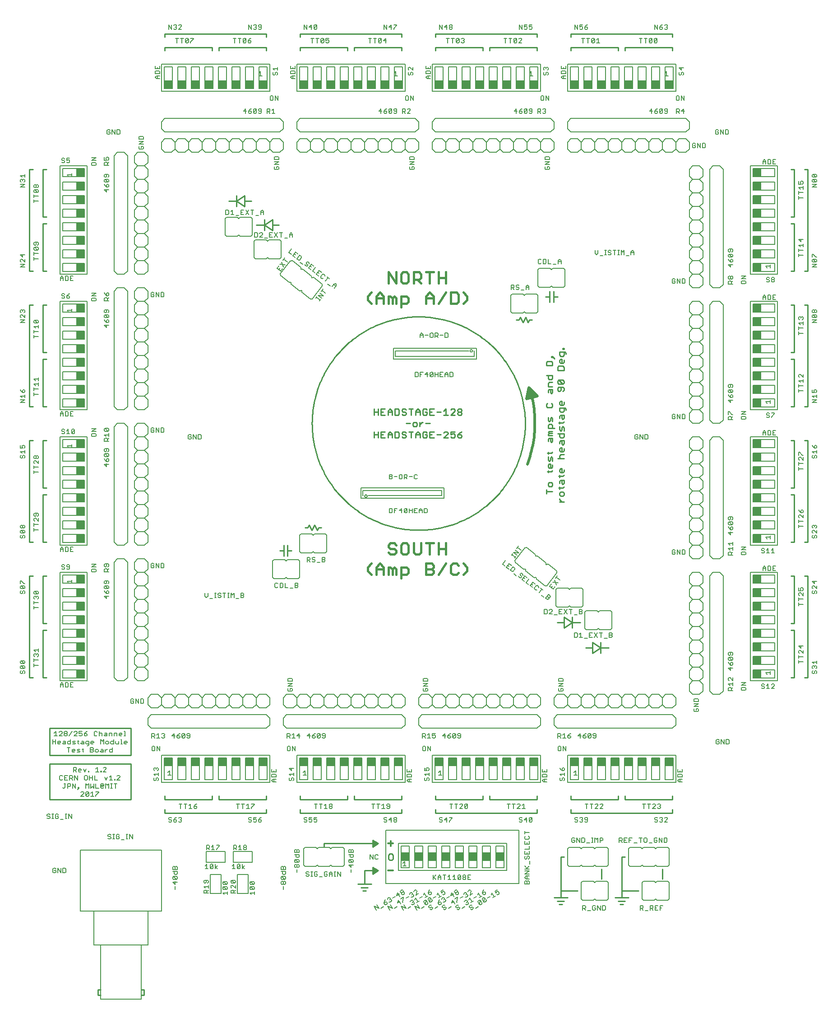
<source format=gto>
G75*
%MOIN*%
%OFA0B0*%
%FSLAX25Y25*%
%IPPOS*%
%LPD*%
%AMOC8*
5,1,8,0,0,1.08239X$1,22.5*
%
%ADD10C,0.01000*%
%ADD11C,0.00700*%
%ADD12C,0.01800*%
%ADD13C,0.02000*%
%ADD14C,0.00500*%
%ADD15C,0.00600*%
%ADD16R,0.06000X0.06000*%
%ADD17C,0.01200*%
D10*
X0094500Y0009500D02*
X0094500Y0013500D01*
X0096500Y0013500D01*
X0096500Y0009500D02*
X0094500Y0009500D01*
X0126500Y0009500D02*
X0128500Y0009500D01*
X0128500Y0013500D01*
X0126500Y0013500D01*
X0144000Y0144000D02*
X0144000Y0146500D01*
X0144000Y0144000D02*
X0219000Y0144000D01*
X0219000Y0146500D01*
X0219000Y0154000D02*
X0184000Y0154000D01*
X0184000Y0156500D01*
X0179000Y0156500D02*
X0179000Y0154000D01*
X0144000Y0154000D01*
X0144000Y0156500D01*
X0119000Y0154000D02*
X0059000Y0154000D01*
X0059000Y0180250D01*
X0119000Y0180250D01*
X0119000Y0154000D01*
X0119000Y0186500D02*
X0059000Y0186500D01*
X0059000Y0206500D01*
X0119000Y0206500D01*
X0119000Y0186500D01*
X0056500Y0244000D02*
X0054000Y0244000D01*
X0054000Y0279000D01*
X0056500Y0279000D01*
X0056500Y0284000D02*
X0054000Y0284000D01*
X0054000Y0319000D01*
X0056500Y0319000D01*
X0046500Y0319000D02*
X0044000Y0319000D01*
X0044000Y0244000D01*
X0046500Y0244000D01*
X0046500Y0344000D02*
X0044000Y0344000D01*
X0044000Y0419000D01*
X0046500Y0419000D01*
X0054000Y0419000D02*
X0056500Y0419000D01*
X0054000Y0419000D02*
X0054000Y0384000D01*
X0056500Y0384000D01*
X0056500Y0379000D02*
X0054000Y0379000D01*
X0054000Y0344000D01*
X0056500Y0344000D01*
X0056500Y0444000D02*
X0054000Y0444000D01*
X0054000Y0479000D01*
X0056500Y0479000D01*
X0056500Y0484000D02*
X0054000Y0484000D01*
X0054000Y0519000D01*
X0056500Y0519000D01*
X0046500Y0519000D02*
X0044000Y0519000D01*
X0044000Y0444000D01*
X0046500Y0444000D01*
X0046500Y0544000D02*
X0044000Y0544000D01*
X0044000Y0619000D01*
X0046500Y0619000D01*
X0054000Y0619000D02*
X0056500Y0619000D01*
X0054000Y0619000D02*
X0054000Y0584000D01*
X0056500Y0584000D01*
X0056500Y0579000D02*
X0054000Y0579000D01*
X0054000Y0544000D01*
X0056500Y0544000D01*
X0191173Y0595500D02*
X0197079Y0595500D01*
X0197079Y0591563D01*
X0197079Y0595500D02*
X0197079Y0599437D01*
X0197079Y0595500D02*
X0202984Y0591563D01*
X0202984Y0595500D01*
X0207905Y0595500D01*
X0202984Y0595500D02*
X0202984Y0599437D01*
X0197079Y0595500D01*
X0211673Y0578000D02*
X0217579Y0578000D01*
X0217579Y0574063D01*
X0217579Y0578000D02*
X0217579Y0581937D01*
X0217579Y0578000D02*
X0223484Y0574063D01*
X0223484Y0578000D01*
X0228405Y0578000D01*
X0223484Y0578000D02*
X0223484Y0581937D01*
X0217579Y0578000D01*
X0219000Y0706500D02*
X0219000Y0709000D01*
X0184000Y0709000D01*
X0184000Y0706500D01*
X0179000Y0706500D02*
X0179000Y0709000D01*
X0144000Y0709000D01*
X0144000Y0706500D01*
X0144000Y0716500D02*
X0144000Y0719000D01*
X0219000Y0719000D01*
X0219000Y0716500D01*
X0244000Y0716500D02*
X0244000Y0719000D01*
X0319000Y0719000D01*
X0319000Y0716500D01*
X0319000Y0709000D02*
X0319000Y0706500D01*
X0319000Y0709000D02*
X0284000Y0709000D01*
X0284000Y0706500D01*
X0279000Y0706500D02*
X0279000Y0709000D01*
X0244000Y0709000D01*
X0244000Y0706500D01*
X0344000Y0706500D02*
X0344000Y0709000D01*
X0379000Y0709000D01*
X0379000Y0706500D01*
X0384000Y0706500D02*
X0384000Y0709000D01*
X0419000Y0709000D01*
X0419000Y0706500D01*
X0419000Y0716500D02*
X0419000Y0719000D01*
X0344000Y0719000D01*
X0344000Y0716500D01*
X0444000Y0716500D02*
X0444000Y0719000D01*
X0519000Y0719000D01*
X0519000Y0716500D01*
X0519000Y0709000D02*
X0519000Y0706500D01*
X0519000Y0709000D02*
X0484000Y0709000D01*
X0484000Y0706500D01*
X0479000Y0706500D02*
X0479000Y0709000D01*
X0444000Y0709000D01*
X0444000Y0706500D01*
X0431189Y0528953D02*
X0431189Y0525016D01*
X0431189Y0521079D01*
X0428236Y0521079D02*
X0428236Y0525016D01*
X0425283Y0525016D01*
X0428236Y0525016D02*
X0428236Y0528953D01*
X0431189Y0525016D02*
X0434142Y0525016D01*
X0415358Y0508016D02*
X0413390Y0508016D01*
X0412405Y0506047D01*
X0410437Y0509984D01*
X0408468Y0506047D01*
X0406500Y0509984D01*
X0405516Y0508016D01*
X0403547Y0508016D01*
X0429620Y0480873D02*
X0429620Y0480106D01*
X0430387Y0480106D01*
X0430387Y0480873D01*
X0429620Y0480873D01*
X0430387Y0480873D02*
X0431922Y0479339D01*
X0429620Y0477252D02*
X0430387Y0476484D01*
X0430387Y0474182D01*
X0425783Y0474182D01*
X0425783Y0476484D01*
X0426551Y0477252D01*
X0429620Y0477252D01*
X0435718Y0476669D02*
X0436485Y0475901D01*
X0438020Y0475901D01*
X0438787Y0476669D01*
X0438787Y0478203D01*
X0437253Y0478970D02*
X0437253Y0475901D01*
X0435718Y0476669D02*
X0435718Y0478203D01*
X0436485Y0478970D01*
X0437253Y0478970D01*
X0438020Y0481058D02*
X0438787Y0481825D01*
X0438787Y0484127D01*
X0439555Y0484127D02*
X0435718Y0484127D01*
X0435718Y0481825D01*
X0436485Y0481058D01*
X0438020Y0481058D01*
X0440322Y0482592D02*
X0440322Y0483360D01*
X0439555Y0484127D01*
X0438787Y0486214D02*
X0438787Y0486981D01*
X0438020Y0486981D01*
X0438020Y0486214D01*
X0438787Y0486214D01*
X0438020Y0473814D02*
X0434951Y0473814D01*
X0434183Y0473047D01*
X0434183Y0470745D01*
X0438787Y0470745D01*
X0438787Y0473047D01*
X0438020Y0473814D01*
X0430387Y0466939D02*
X0430387Y0464637D01*
X0429620Y0463870D01*
X0428085Y0463870D01*
X0427318Y0464637D01*
X0427318Y0466939D01*
X0425783Y0466939D02*
X0430387Y0466939D01*
X0430387Y0461783D02*
X0428085Y0461783D01*
X0427318Y0461015D01*
X0427318Y0458713D01*
X0430387Y0458713D01*
X0430387Y0456626D02*
X0430387Y0454324D01*
X0429620Y0453557D01*
X0428853Y0454324D01*
X0428853Y0456626D01*
X0428085Y0456626D02*
X0430387Y0456626D01*
X0428085Y0456626D02*
X0427318Y0455859D01*
X0427318Y0454324D01*
X0434183Y0456043D02*
X0434951Y0455276D01*
X0435718Y0455276D01*
X0436485Y0456043D01*
X0436485Y0458345D01*
X0434951Y0458345D02*
X0434183Y0457578D01*
X0434183Y0456043D01*
X0434951Y0458345D02*
X0438020Y0458345D01*
X0438787Y0457578D01*
X0438787Y0456043D01*
X0438020Y0455276D01*
X0438020Y0460432D02*
X0434951Y0463501D01*
X0438020Y0463501D01*
X0438787Y0462734D01*
X0438787Y0461199D01*
X0438020Y0460432D01*
X0434951Y0460432D01*
X0434183Y0461199D01*
X0434183Y0462734D01*
X0434951Y0463501D01*
X0436485Y0448032D02*
X0437253Y0448032D01*
X0437253Y0444963D01*
X0438020Y0444963D02*
X0436485Y0444963D01*
X0435718Y0445730D01*
X0435718Y0447265D01*
X0436485Y0448032D01*
X0438787Y0447265D02*
X0438787Y0445730D01*
X0438020Y0444963D01*
X0438787Y0442876D02*
X0438787Y0440574D01*
X0438020Y0439806D01*
X0436485Y0439806D01*
X0435718Y0440574D01*
X0435718Y0442876D01*
X0439555Y0442876D01*
X0440322Y0442108D01*
X0440322Y0441341D01*
X0438787Y0437719D02*
X0436485Y0437719D01*
X0435718Y0436952D01*
X0435718Y0435417D01*
X0437253Y0435417D02*
X0437253Y0437719D01*
X0438787Y0437719D02*
X0438787Y0435417D01*
X0438020Y0434650D01*
X0437253Y0435417D01*
X0438787Y0432747D02*
X0438020Y0431980D01*
X0434951Y0431980D01*
X0435718Y0432747D02*
X0435718Y0431212D01*
X0435718Y0429125D02*
X0435718Y0426823D01*
X0436485Y0426056D01*
X0437253Y0426823D01*
X0437253Y0428358D01*
X0438020Y0429125D01*
X0438787Y0428358D01*
X0438787Y0426056D01*
X0438787Y0423969D02*
X0438787Y0421667D01*
X0438020Y0420900D01*
X0436485Y0420900D01*
X0435718Y0421667D01*
X0435718Y0423969D01*
X0434183Y0423969D02*
X0438787Y0423969D01*
X0438787Y0418813D02*
X0436485Y0418813D01*
X0435718Y0418045D01*
X0435718Y0416511D01*
X0437253Y0416511D02*
X0437253Y0418813D01*
X0438787Y0418813D02*
X0438787Y0416511D01*
X0438020Y0415743D01*
X0437253Y0416511D01*
X0437253Y0413656D02*
X0436485Y0413656D01*
X0435718Y0412889D01*
X0435718Y0411354D01*
X0436485Y0410587D01*
X0438020Y0410587D01*
X0438787Y0411354D01*
X0438787Y0412889D01*
X0437253Y0413656D02*
X0437253Y0410587D01*
X0436485Y0408500D02*
X0438787Y0408500D01*
X0436485Y0408500D02*
X0435718Y0407732D01*
X0435718Y0406198D01*
X0436485Y0405430D01*
X0434183Y0405430D02*
X0438787Y0405430D01*
X0437253Y0398187D02*
X0436485Y0398187D01*
X0435718Y0397420D01*
X0435718Y0395885D01*
X0436485Y0395118D01*
X0438020Y0395118D01*
X0438787Y0395885D01*
X0438787Y0397420D01*
X0437253Y0398187D02*
X0437253Y0395118D01*
X0438787Y0393215D02*
X0438020Y0392447D01*
X0434951Y0392447D01*
X0435718Y0391680D02*
X0435718Y0393215D01*
X0436485Y0389593D02*
X0438787Y0389593D01*
X0438787Y0387291D01*
X0438020Y0386524D01*
X0437253Y0387291D01*
X0437253Y0389593D01*
X0436485Y0389593D02*
X0435718Y0388826D01*
X0435718Y0387291D01*
X0435718Y0384621D02*
X0435718Y0383086D01*
X0434951Y0383853D02*
X0438020Y0383853D01*
X0438787Y0384621D01*
X0438020Y0380999D02*
X0436485Y0380999D01*
X0435718Y0380232D01*
X0435718Y0378697D01*
X0436485Y0377930D01*
X0438020Y0377930D01*
X0438787Y0378697D01*
X0438787Y0380232D01*
X0438020Y0380999D01*
X0435718Y0375935D02*
X0435718Y0375167D01*
X0437253Y0373633D01*
X0438787Y0373633D02*
X0435718Y0373633D01*
X0430387Y0381183D02*
X0425783Y0381183D01*
X0425783Y0379648D02*
X0425783Y0382718D01*
X0428085Y0384805D02*
X0429620Y0384805D01*
X0430387Y0385572D01*
X0430387Y0387107D01*
X0429620Y0387874D01*
X0428085Y0387874D01*
X0427318Y0387107D01*
X0427318Y0385572D01*
X0428085Y0384805D01*
X0427318Y0395118D02*
X0427318Y0396652D01*
X0426551Y0395885D02*
X0429620Y0395885D01*
X0430387Y0396652D01*
X0429620Y0398555D02*
X0430387Y0399323D01*
X0430387Y0400857D01*
X0428853Y0401625D02*
X0428853Y0398555D01*
X0429620Y0398555D02*
X0428085Y0398555D01*
X0427318Y0399323D01*
X0427318Y0400857D01*
X0428085Y0401625D01*
X0428853Y0401625D01*
X0428085Y0403712D02*
X0427318Y0404479D01*
X0427318Y0406781D01*
X0428853Y0406014D02*
X0428853Y0404479D01*
X0428085Y0403712D01*
X0430387Y0403712D02*
X0430387Y0406014D01*
X0429620Y0406781D01*
X0428853Y0406014D01*
X0427318Y0408868D02*
X0427318Y0410403D01*
X0426551Y0409635D02*
X0429620Y0409635D01*
X0430387Y0410403D01*
X0429620Y0417462D02*
X0428853Y0418229D01*
X0428853Y0420531D01*
X0428085Y0420531D02*
X0430387Y0420531D01*
X0430387Y0418229D01*
X0429620Y0417462D01*
X0427318Y0418229D02*
X0427318Y0419764D01*
X0428085Y0420531D01*
X0427318Y0422618D02*
X0427318Y0423386D01*
X0428085Y0424153D01*
X0427318Y0424920D01*
X0428085Y0425688D01*
X0430387Y0425688D01*
X0430387Y0424153D02*
X0428085Y0424153D01*
X0427318Y0422618D02*
X0430387Y0422618D01*
X0430387Y0427775D02*
X0430387Y0430077D01*
X0429620Y0430844D01*
X0428085Y0430844D01*
X0427318Y0430077D01*
X0427318Y0427775D01*
X0431922Y0427775D01*
X0430387Y0432931D02*
X0430387Y0435233D01*
X0429620Y0436001D01*
X0428853Y0435233D01*
X0428853Y0433699D01*
X0428085Y0432931D01*
X0427318Y0433699D01*
X0427318Y0436001D01*
X0426551Y0443244D02*
X0429620Y0443244D01*
X0430387Y0444011D01*
X0430387Y0445546D01*
X0429620Y0446313D01*
X0426551Y0446313D02*
X0425783Y0445546D01*
X0425783Y0444011D01*
X0426551Y0443244D01*
X0363429Y0441437D02*
X0363429Y0440669D01*
X0362662Y0439902D01*
X0361127Y0439902D01*
X0360360Y0440669D01*
X0360360Y0441437D01*
X0361127Y0442204D01*
X0362662Y0442204D01*
X0363429Y0441437D01*
X0362662Y0439902D02*
X0363429Y0439135D01*
X0363429Y0438367D01*
X0362662Y0437600D01*
X0361127Y0437600D01*
X0360360Y0438367D01*
X0360360Y0439135D01*
X0361127Y0439902D01*
X0358273Y0440669D02*
X0358273Y0441437D01*
X0357506Y0442204D01*
X0355971Y0442204D01*
X0355204Y0441437D01*
X0358273Y0440669D02*
X0355204Y0437600D01*
X0358273Y0437600D01*
X0353117Y0437600D02*
X0350047Y0437600D01*
X0351582Y0437600D02*
X0351582Y0442204D01*
X0350047Y0440669D01*
X0347960Y0439902D02*
X0344891Y0439902D01*
X0342804Y0442204D02*
X0339734Y0442204D01*
X0339734Y0437600D01*
X0342804Y0437600D01*
X0341269Y0439902D02*
X0339734Y0439902D01*
X0337647Y0439902D02*
X0336113Y0439902D01*
X0337647Y0439902D02*
X0337647Y0438367D01*
X0336880Y0437600D01*
X0335345Y0437600D01*
X0334578Y0438367D01*
X0334578Y0441437D01*
X0335345Y0442204D01*
X0336880Y0442204D01*
X0337647Y0441437D01*
X0332491Y0440669D02*
X0332491Y0437600D01*
X0332491Y0439902D02*
X0329422Y0439902D01*
X0329422Y0440669D02*
X0330956Y0442204D01*
X0332491Y0440669D01*
X0329422Y0440669D02*
X0329422Y0437600D01*
X0325800Y0437600D02*
X0325800Y0442204D01*
X0324265Y0442204D02*
X0327335Y0442204D01*
X0322178Y0441437D02*
X0321411Y0442204D01*
X0319876Y0442204D01*
X0319109Y0441437D01*
X0319109Y0440669D01*
X0319876Y0439902D01*
X0321411Y0439902D01*
X0322178Y0439135D01*
X0322178Y0438367D01*
X0321411Y0437600D01*
X0319876Y0437600D01*
X0319109Y0438367D01*
X0317022Y0438367D02*
X0317022Y0441437D01*
X0316254Y0442204D01*
X0313952Y0442204D01*
X0313952Y0437600D01*
X0316254Y0437600D01*
X0317022Y0438367D01*
X0311865Y0437600D02*
X0311865Y0440669D01*
X0310331Y0442204D01*
X0308796Y0440669D01*
X0308796Y0437600D01*
X0306709Y0437600D02*
X0303640Y0437600D01*
X0303640Y0442204D01*
X0306709Y0442204D01*
X0305174Y0439902D02*
X0303640Y0439902D01*
X0301553Y0439902D02*
X0298483Y0439902D01*
X0298483Y0437600D02*
X0298483Y0442204D01*
X0301553Y0442204D02*
X0301553Y0437600D01*
X0308796Y0439902D02*
X0311865Y0439902D01*
X0322117Y0431502D02*
X0325186Y0431502D01*
X0327273Y0431502D02*
X0327273Y0429967D01*
X0328041Y0429200D01*
X0329575Y0429200D01*
X0330343Y0429967D01*
X0330343Y0431502D01*
X0329575Y0432269D01*
X0328041Y0432269D01*
X0327273Y0431502D01*
X0252760Y0431500D02*
X0252784Y0433432D01*
X0252855Y0435364D01*
X0252973Y0437292D01*
X0253139Y0439218D01*
X0253352Y0441139D01*
X0253612Y0443054D01*
X0253919Y0444962D01*
X0254273Y0446861D01*
X0254673Y0448752D01*
X0255120Y0450632D01*
X0255612Y0452501D01*
X0256151Y0454357D01*
X0256734Y0456199D01*
X0257363Y0458027D01*
X0258036Y0459838D01*
X0258754Y0461632D01*
X0259515Y0463409D01*
X0260320Y0465166D01*
X0261168Y0466902D01*
X0262058Y0468618D01*
X0262989Y0470311D01*
X0263962Y0471980D01*
X0264976Y0473626D01*
X0266030Y0475246D01*
X0267123Y0476839D01*
X0268255Y0478405D01*
X0269426Y0479943D01*
X0270633Y0481452D01*
X0271877Y0482931D01*
X0273158Y0484379D01*
X0274473Y0485794D01*
X0275822Y0487178D01*
X0277206Y0488527D01*
X0278621Y0489842D01*
X0280069Y0491123D01*
X0281548Y0492367D01*
X0283057Y0493574D01*
X0284595Y0494745D01*
X0286161Y0495877D01*
X0287754Y0496970D01*
X0289374Y0498024D01*
X0291020Y0499038D01*
X0292689Y0500011D01*
X0294382Y0500942D01*
X0296098Y0501832D01*
X0297834Y0502680D01*
X0299591Y0503485D01*
X0301368Y0504246D01*
X0303162Y0504964D01*
X0304973Y0505637D01*
X0306801Y0506266D01*
X0308643Y0506849D01*
X0310499Y0507388D01*
X0312368Y0507880D01*
X0314248Y0508327D01*
X0316139Y0508727D01*
X0318038Y0509081D01*
X0319946Y0509388D01*
X0321861Y0509648D01*
X0323782Y0509861D01*
X0325708Y0510027D01*
X0327636Y0510145D01*
X0329568Y0510216D01*
X0331500Y0510240D01*
X0333432Y0510216D01*
X0335364Y0510145D01*
X0337292Y0510027D01*
X0339218Y0509861D01*
X0341139Y0509648D01*
X0343054Y0509388D01*
X0344962Y0509081D01*
X0346861Y0508727D01*
X0348752Y0508327D01*
X0350632Y0507880D01*
X0352501Y0507388D01*
X0354357Y0506849D01*
X0356199Y0506266D01*
X0358027Y0505637D01*
X0359838Y0504964D01*
X0361632Y0504246D01*
X0363409Y0503485D01*
X0365166Y0502680D01*
X0366902Y0501832D01*
X0368618Y0500942D01*
X0370311Y0500011D01*
X0371980Y0499038D01*
X0373626Y0498024D01*
X0375246Y0496970D01*
X0376839Y0495877D01*
X0378405Y0494745D01*
X0379943Y0493574D01*
X0381452Y0492367D01*
X0382931Y0491123D01*
X0384379Y0489842D01*
X0385794Y0488527D01*
X0387178Y0487178D01*
X0388527Y0485794D01*
X0389842Y0484379D01*
X0391123Y0482931D01*
X0392367Y0481452D01*
X0393574Y0479943D01*
X0394745Y0478405D01*
X0395877Y0476839D01*
X0396970Y0475246D01*
X0398024Y0473626D01*
X0399038Y0471980D01*
X0400011Y0470311D01*
X0400942Y0468618D01*
X0401832Y0466902D01*
X0402680Y0465166D01*
X0403485Y0463409D01*
X0404246Y0461632D01*
X0404964Y0459838D01*
X0405637Y0458027D01*
X0406266Y0456199D01*
X0406849Y0454357D01*
X0407388Y0452501D01*
X0407880Y0450632D01*
X0408327Y0448752D01*
X0408727Y0446861D01*
X0409081Y0444962D01*
X0409388Y0443054D01*
X0409648Y0441139D01*
X0409861Y0439218D01*
X0410027Y0437292D01*
X0410145Y0435364D01*
X0410216Y0433432D01*
X0410240Y0431500D01*
X0410216Y0429568D01*
X0410145Y0427636D01*
X0410027Y0425708D01*
X0409861Y0423782D01*
X0409648Y0421861D01*
X0409388Y0419946D01*
X0409081Y0418038D01*
X0408727Y0416139D01*
X0408327Y0414248D01*
X0407880Y0412368D01*
X0407388Y0410499D01*
X0406849Y0408643D01*
X0406266Y0406801D01*
X0405637Y0404973D01*
X0404964Y0403162D01*
X0404246Y0401368D01*
X0403485Y0399591D01*
X0402680Y0397834D01*
X0401832Y0396098D01*
X0400942Y0394382D01*
X0400011Y0392689D01*
X0399038Y0391020D01*
X0398024Y0389374D01*
X0396970Y0387754D01*
X0395877Y0386161D01*
X0394745Y0384595D01*
X0393574Y0383057D01*
X0392367Y0381548D01*
X0391123Y0380069D01*
X0389842Y0378621D01*
X0388527Y0377206D01*
X0387178Y0375822D01*
X0385794Y0374473D01*
X0384379Y0373158D01*
X0382931Y0371877D01*
X0381452Y0370633D01*
X0379943Y0369426D01*
X0378405Y0368255D01*
X0376839Y0367123D01*
X0375246Y0366030D01*
X0373626Y0364976D01*
X0371980Y0363962D01*
X0370311Y0362989D01*
X0368618Y0362058D01*
X0366902Y0361168D01*
X0365166Y0360320D01*
X0363409Y0359515D01*
X0361632Y0358754D01*
X0359838Y0358036D01*
X0358027Y0357363D01*
X0356199Y0356734D01*
X0354357Y0356151D01*
X0352501Y0355612D01*
X0350632Y0355120D01*
X0348752Y0354673D01*
X0346861Y0354273D01*
X0344962Y0353919D01*
X0343054Y0353612D01*
X0341139Y0353352D01*
X0339218Y0353139D01*
X0337292Y0352973D01*
X0335364Y0352855D01*
X0333432Y0352784D01*
X0331500Y0352760D01*
X0329568Y0352784D01*
X0327636Y0352855D01*
X0325708Y0352973D01*
X0323782Y0353139D01*
X0321861Y0353352D01*
X0319946Y0353612D01*
X0318038Y0353919D01*
X0316139Y0354273D01*
X0314248Y0354673D01*
X0312368Y0355120D01*
X0310499Y0355612D01*
X0308643Y0356151D01*
X0306801Y0356734D01*
X0304973Y0357363D01*
X0303162Y0358036D01*
X0301368Y0358754D01*
X0299591Y0359515D01*
X0297834Y0360320D01*
X0296098Y0361168D01*
X0294382Y0362058D01*
X0292689Y0362989D01*
X0291020Y0363962D01*
X0289374Y0364976D01*
X0287754Y0366030D01*
X0286161Y0367123D01*
X0284595Y0368255D01*
X0283057Y0369426D01*
X0281548Y0370633D01*
X0280069Y0371877D01*
X0278621Y0373158D01*
X0277206Y0374473D01*
X0275822Y0375822D01*
X0274473Y0377206D01*
X0273158Y0378621D01*
X0271877Y0380069D01*
X0270633Y0381548D01*
X0269426Y0383057D01*
X0268255Y0384595D01*
X0267123Y0386161D01*
X0266030Y0387754D01*
X0264976Y0389374D01*
X0263962Y0391020D01*
X0262989Y0392689D01*
X0262058Y0394382D01*
X0261168Y0396098D01*
X0260320Y0397834D01*
X0259515Y0399591D01*
X0258754Y0401368D01*
X0258036Y0403162D01*
X0257363Y0404973D01*
X0256734Y0406801D01*
X0256151Y0408643D01*
X0255612Y0410499D01*
X0255120Y0412368D01*
X0254673Y0414248D01*
X0254273Y0416139D01*
X0253919Y0418038D01*
X0253612Y0419946D01*
X0253352Y0421861D01*
X0253139Y0423782D01*
X0252973Y0425708D01*
X0252855Y0427636D01*
X0252784Y0429568D01*
X0252760Y0431500D01*
X0298483Y0425404D02*
X0298483Y0420800D01*
X0298483Y0423102D02*
X0301553Y0423102D01*
X0303640Y0423102D02*
X0305174Y0423102D01*
X0303640Y0425404D02*
X0303640Y0420800D01*
X0306709Y0420800D01*
X0308796Y0420800D02*
X0308796Y0423869D01*
X0310331Y0425404D01*
X0311865Y0423869D01*
X0311865Y0420800D01*
X0313952Y0420800D02*
X0316254Y0420800D01*
X0317022Y0421567D01*
X0317022Y0424637D01*
X0316254Y0425404D01*
X0313952Y0425404D01*
X0313952Y0420800D01*
X0311865Y0423102D02*
X0308796Y0423102D01*
X0306709Y0425404D02*
X0303640Y0425404D01*
X0301553Y0425404D02*
X0301553Y0420800D01*
X0319109Y0421567D02*
X0319876Y0420800D01*
X0321411Y0420800D01*
X0322178Y0421567D01*
X0322178Y0422335D01*
X0321411Y0423102D01*
X0319876Y0423102D01*
X0319109Y0423869D01*
X0319109Y0424637D01*
X0319876Y0425404D01*
X0321411Y0425404D01*
X0322178Y0424637D01*
X0324265Y0425404D02*
X0327335Y0425404D01*
X0325800Y0425404D02*
X0325800Y0420800D01*
X0329422Y0420800D02*
X0329422Y0423869D01*
X0330956Y0425404D01*
X0332491Y0423869D01*
X0332491Y0420800D01*
X0334578Y0421567D02*
X0335345Y0420800D01*
X0336880Y0420800D01*
X0337647Y0421567D01*
X0337647Y0423102D01*
X0336113Y0423102D01*
X0337647Y0424637D02*
X0336880Y0425404D01*
X0335345Y0425404D01*
X0334578Y0424637D01*
X0334578Y0421567D01*
X0332491Y0423102D02*
X0329422Y0423102D01*
X0332430Y0429200D02*
X0332430Y0432269D01*
X0333964Y0432269D02*
X0334732Y0432269D01*
X0333964Y0432269D02*
X0332430Y0430735D01*
X0336727Y0431502D02*
X0339796Y0431502D01*
X0339734Y0425404D02*
X0339734Y0420800D01*
X0342804Y0420800D01*
X0341269Y0423102D02*
X0339734Y0423102D01*
X0339734Y0425404D02*
X0342804Y0425404D01*
X0344891Y0423102D02*
X0347960Y0423102D01*
X0350047Y0424637D02*
X0350815Y0425404D01*
X0352349Y0425404D01*
X0353117Y0424637D01*
X0353117Y0423869D01*
X0350047Y0420800D01*
X0353117Y0420800D01*
X0355204Y0421567D02*
X0355971Y0420800D01*
X0357506Y0420800D01*
X0358273Y0421567D01*
X0358273Y0423102D01*
X0357506Y0423869D01*
X0356738Y0423869D01*
X0355204Y0423102D01*
X0355204Y0425404D01*
X0358273Y0425404D01*
X0360360Y0423102D02*
X0362662Y0423102D01*
X0363429Y0422335D01*
X0363429Y0421567D01*
X0362662Y0420800D01*
X0361127Y0420800D01*
X0360360Y0421567D01*
X0360360Y0423102D01*
X0361895Y0424637D01*
X0363429Y0425404D01*
X0259453Y0354484D02*
X0257484Y0354484D01*
X0256500Y0352516D01*
X0254531Y0356453D01*
X0252563Y0352516D01*
X0250594Y0356453D01*
X0249610Y0354484D01*
X0247642Y0354484D01*
X0234764Y0341421D02*
X0234764Y0337484D01*
X0237716Y0337484D01*
X0234764Y0337484D02*
X0234764Y0333547D01*
X0231811Y0333547D02*
X0231811Y0337484D01*
X0231811Y0341421D01*
X0231811Y0337484D02*
X0228858Y0337484D01*
X0219000Y0156500D02*
X0219000Y0154000D01*
X0244000Y0154000D02*
X0244000Y0156500D01*
X0244000Y0154000D02*
X0279000Y0154000D01*
X0279000Y0156500D01*
X0284000Y0156500D02*
X0284000Y0154000D01*
X0319000Y0154000D01*
X0319000Y0156500D01*
X0319000Y0146500D02*
X0319000Y0144000D01*
X0244000Y0144000D01*
X0244000Y0146500D01*
X0261500Y0121500D02*
X0297750Y0121500D01*
X0297750Y0121961D02*
X0300808Y0121961D01*
X0301500Y0121500D02*
X0297750Y0124000D01*
X0297750Y0119000D01*
X0301500Y0121500D01*
X0300694Y0120963D02*
X0297750Y0120963D01*
X0297750Y0119964D02*
X0299197Y0119964D01*
X0299310Y0122960D02*
X0297750Y0122960D01*
X0297750Y0123958D02*
X0297812Y0123958D01*
X0309422Y0113037D02*
X0309422Y0109967D01*
X0310189Y0109200D01*
X0311724Y0109200D01*
X0312491Y0109967D01*
X0312491Y0113037D01*
X0311724Y0113804D01*
X0310189Y0113804D01*
X0309422Y0113037D01*
X0301500Y0101500D02*
X0297750Y0104000D01*
X0297750Y0099000D01*
X0301500Y0101500D01*
X0291500Y0101500D01*
X0291500Y0091500D01*
X0289000Y0089000D02*
X0294000Y0089000D01*
X0292750Y0086500D02*
X0290250Y0086500D01*
X0286500Y0091500D02*
X0296500Y0091500D01*
X0297750Y0099994D02*
X0299241Y0099994D01*
X0297750Y0100993D02*
X0300739Y0100993D01*
X0300763Y0101991D02*
X0297750Y0101991D01*
X0297750Y0102990D02*
X0299265Y0102990D01*
X0297768Y0103988D02*
X0297750Y0103988D01*
X0261500Y0119000D02*
X0261500Y0121500D01*
X0344000Y0144000D02*
X0344000Y0146500D01*
X0344000Y0144000D02*
X0419000Y0144000D01*
X0419000Y0146500D01*
X0419000Y0154000D02*
X0384000Y0154000D01*
X0384000Y0156500D01*
X0379000Y0156500D02*
X0379000Y0154000D01*
X0344000Y0154000D01*
X0344000Y0156500D01*
X0419000Y0156500D02*
X0419000Y0154000D01*
X0444000Y0154000D02*
X0444000Y0156500D01*
X0444000Y0154000D02*
X0479000Y0154000D01*
X0479000Y0156500D01*
X0484000Y0156500D02*
X0484000Y0154000D01*
X0519000Y0154000D01*
X0519000Y0156500D01*
X0519000Y0146500D02*
X0519000Y0144000D01*
X0444000Y0144000D01*
X0444000Y0146500D01*
X0439000Y0111500D02*
X0436500Y0111500D01*
X0436500Y0086500D01*
X0436500Y0081500D01*
X0434000Y0079000D02*
X0439000Y0079000D01*
X0437750Y0076500D02*
X0435250Y0076500D01*
X0431500Y0081500D02*
X0441500Y0081500D01*
X0436500Y0086500D02*
X0449000Y0086500D01*
X0466500Y0095250D02*
X0466500Y0102750D01*
X0481500Y0111500D02*
X0481500Y0086500D01*
X0481500Y0081500D01*
X0479000Y0079000D02*
X0484000Y0079000D01*
X0482750Y0076500D02*
X0480250Y0076500D01*
X0476500Y0081500D02*
X0486500Y0081500D01*
X0481500Y0086500D02*
X0494000Y0086500D01*
X0511500Y0095250D02*
X0511500Y0102750D01*
X0484000Y0111500D02*
X0481500Y0111500D01*
X0606500Y0244000D02*
X0609000Y0244000D01*
X0609000Y0279000D01*
X0606500Y0279000D01*
X0606500Y0284000D02*
X0609000Y0284000D01*
X0609000Y0319000D01*
X0606500Y0319000D01*
X0616500Y0319000D02*
X0619000Y0319000D01*
X0619000Y0244000D01*
X0616500Y0244000D01*
X0616500Y0344000D02*
X0619000Y0344000D01*
X0619000Y0419000D01*
X0616500Y0419000D01*
X0609000Y0419000D02*
X0609000Y0384000D01*
X0606500Y0384000D01*
X0606500Y0379000D02*
X0609000Y0379000D01*
X0609000Y0344000D01*
X0606500Y0344000D01*
X0606500Y0419000D02*
X0609000Y0419000D01*
X0609000Y0444000D02*
X0606500Y0444000D01*
X0609000Y0444000D02*
X0609000Y0479000D01*
X0606500Y0479000D01*
X0606500Y0484000D02*
X0609000Y0484000D01*
X0609000Y0519000D01*
X0606500Y0519000D01*
X0616500Y0519000D02*
X0619000Y0519000D01*
X0619000Y0444000D01*
X0616500Y0444000D01*
X0616500Y0544000D02*
X0619000Y0544000D01*
X0619000Y0619000D01*
X0616500Y0619000D01*
X0609000Y0619000D02*
X0609000Y0584000D01*
X0606500Y0584000D01*
X0606500Y0579000D02*
X0609000Y0579000D01*
X0609000Y0544000D01*
X0606500Y0544000D01*
X0606500Y0619000D02*
X0609000Y0619000D01*
X0444921Y0288437D02*
X0444921Y0284500D01*
X0444921Y0280563D01*
X0444921Y0284500D02*
X0439016Y0288437D01*
X0439016Y0284500D01*
X0434094Y0284500D01*
X0439016Y0284500D02*
X0439016Y0280563D01*
X0444921Y0284500D01*
X0450827Y0284500D01*
X0460016Y0269937D02*
X0465921Y0266000D01*
X0465921Y0269937D01*
X0465921Y0266000D02*
X0460016Y0262063D01*
X0460016Y0266000D01*
X0455094Y0266000D01*
X0460016Y0266000D02*
X0460016Y0269937D01*
X0465921Y0266000D02*
X0465921Y0262063D01*
X0465921Y0266000D02*
X0471827Y0266000D01*
D11*
X0470901Y0273049D02*
X0468699Y0273049D01*
X0466117Y0273600D02*
X0466117Y0276903D01*
X0465016Y0276903D02*
X0467218Y0276903D01*
X0463534Y0276903D02*
X0461333Y0273600D01*
X0459851Y0273600D02*
X0457649Y0273600D01*
X0457649Y0276903D01*
X0459851Y0276903D01*
X0461333Y0276903D02*
X0463534Y0273600D01*
X0458750Y0275251D02*
X0457649Y0275251D01*
X0456168Y0273049D02*
X0453966Y0273049D01*
X0452485Y0273600D02*
X0450283Y0273600D01*
X0451384Y0273600D02*
X0451384Y0276903D01*
X0450283Y0275802D01*
X0448802Y0276352D02*
X0448251Y0276903D01*
X0446600Y0276903D01*
X0446600Y0273600D01*
X0448251Y0273600D01*
X0448802Y0274150D01*
X0448802Y0276352D01*
X0448651Y0290299D02*
X0446449Y0290299D01*
X0443867Y0290850D02*
X0443867Y0294153D01*
X0442766Y0294153D02*
X0444968Y0294153D01*
X0441284Y0294153D02*
X0439083Y0290850D01*
X0437601Y0290850D02*
X0435399Y0290850D01*
X0435399Y0294153D01*
X0437601Y0294153D01*
X0439083Y0294153D02*
X0441284Y0290850D01*
X0436500Y0292501D02*
X0435399Y0292501D01*
X0433918Y0290299D02*
X0431716Y0290299D01*
X0430235Y0290850D02*
X0428033Y0290850D01*
X0430235Y0293052D01*
X0430235Y0293602D01*
X0429684Y0294153D01*
X0428584Y0294153D01*
X0428033Y0293602D01*
X0426552Y0293602D02*
X0426001Y0294153D01*
X0424350Y0294153D01*
X0424350Y0290850D01*
X0426001Y0290850D01*
X0426552Y0291400D01*
X0426552Y0293602D01*
X0426711Y0301701D02*
X0425410Y0302717D01*
X0427443Y0305320D01*
X0428744Y0304303D01*
X0428839Y0303531D01*
X0428500Y0303097D01*
X0427728Y0303002D01*
X0426426Y0304019D01*
X0427728Y0303002D02*
X0427822Y0302229D01*
X0427484Y0301795D01*
X0426711Y0301701D01*
X0423903Y0303195D02*
X0422168Y0304551D01*
X0420472Y0306575D02*
X0422506Y0309177D01*
X0423373Y0308499D02*
X0421638Y0309855D01*
X0420132Y0310333D02*
X0420037Y0311106D01*
X0419170Y0311784D01*
X0418397Y0311689D01*
X0417041Y0309954D01*
X0417136Y0309181D01*
X0418004Y0308503D01*
X0418776Y0308598D01*
X0415535Y0310432D02*
X0413800Y0311788D01*
X0415834Y0314390D01*
X0417569Y0313035D01*
X0415684Y0312411D02*
X0414817Y0313089D01*
X0412633Y0312700D02*
X0410898Y0314055D01*
X0412931Y0316658D01*
X0411764Y0317570D02*
X0410029Y0318925D01*
X0407995Y0316323D01*
X0409731Y0314967D01*
X0409880Y0316946D02*
X0409012Y0317624D01*
X0407506Y0318102D02*
X0407167Y0317669D01*
X0406394Y0317574D01*
X0405527Y0318251D01*
X0405432Y0319024D01*
X0406544Y0319553D02*
X0407411Y0318875D01*
X0407506Y0318102D01*
X0408523Y0319404D02*
X0408428Y0320176D01*
X0407560Y0320854D01*
X0406788Y0320759D01*
X0406449Y0320325D01*
X0406544Y0319553D01*
X0403587Y0319069D02*
X0401852Y0320424D01*
X0401362Y0322204D02*
X0402718Y0323939D01*
X0402623Y0324711D01*
X0401322Y0325728D01*
X0399288Y0323126D01*
X0400590Y0322109D01*
X0401362Y0322204D01*
X0398121Y0324037D02*
X0396386Y0325393D01*
X0398419Y0327996D01*
X0400155Y0326640D01*
X0398270Y0326017D02*
X0397403Y0326694D01*
X0395219Y0326305D02*
X0393484Y0327661D01*
X0395517Y0330263D01*
X0400114Y0334270D02*
X0400782Y0335145D01*
X0400448Y0334708D02*
X0403072Y0332702D01*
X0403406Y0333139D02*
X0402737Y0332264D01*
X0404229Y0334215D02*
X0401605Y0336221D01*
X0405566Y0335964D01*
X0402942Y0337970D01*
X0403842Y0339147D02*
X0405179Y0340896D01*
X0404511Y0340021D02*
X0407134Y0338015D01*
X0433399Y0318009D02*
X0436023Y0316003D01*
X0434455Y0313952D02*
X0430494Y0314209D01*
X0429594Y0313032D02*
X0428256Y0311283D01*
X0430880Y0309277D01*
X0432218Y0311026D01*
X0433117Y0312203D02*
X0431831Y0315958D01*
X0432731Y0317135D02*
X0434068Y0318884D01*
X0430237Y0311154D02*
X0429568Y0310280D01*
X0450132Y0294153D02*
X0450132Y0290850D01*
X0451783Y0290850D01*
X0452334Y0291400D01*
X0452334Y0291951D01*
X0451783Y0292501D01*
X0450132Y0292501D01*
X0451783Y0292501D02*
X0452334Y0293052D01*
X0452334Y0293602D01*
X0451783Y0294153D01*
X0450132Y0294153D01*
X0472382Y0276903D02*
X0472382Y0273600D01*
X0474033Y0273600D01*
X0474584Y0274150D01*
X0474584Y0274701D01*
X0474033Y0275251D01*
X0472382Y0275251D01*
X0474033Y0275251D02*
X0474584Y0275802D01*
X0474584Y0276352D01*
X0474033Y0276903D01*
X0472382Y0276903D01*
X0438150Y0242843D02*
X0437599Y0243393D01*
X0435398Y0243393D01*
X0434847Y0242843D01*
X0434847Y0241192D01*
X0438150Y0241192D01*
X0438150Y0242843D01*
X0438150Y0239710D02*
X0434847Y0239710D01*
X0434847Y0237508D02*
X0438150Y0239710D01*
X0438150Y0237508D02*
X0434847Y0237508D01*
X0435398Y0236027D02*
X0434847Y0235477D01*
X0434847Y0234376D01*
X0435398Y0233825D01*
X0437599Y0233825D01*
X0438150Y0234376D01*
X0438150Y0235477D01*
X0437599Y0236027D01*
X0436499Y0236027D01*
X0436499Y0234926D01*
X0436001Y0202653D02*
X0436552Y0202102D01*
X0436552Y0201001D01*
X0436001Y0200451D01*
X0434350Y0200451D01*
X0435451Y0200451D02*
X0436552Y0199350D01*
X0438033Y0199350D02*
X0440235Y0199350D01*
X0439134Y0199350D02*
X0439134Y0202653D01*
X0438033Y0201552D01*
X0436001Y0202653D02*
X0434350Y0202653D01*
X0434350Y0199350D01*
X0435034Y0193153D02*
X0434484Y0192602D01*
X0434484Y0190400D01*
X0435034Y0189850D01*
X0436135Y0189850D01*
X0436686Y0190400D01*
X0436686Y0192602D01*
X0436135Y0193153D01*
X0435034Y0193153D01*
X0438167Y0193153D02*
X0440369Y0189850D01*
X0440369Y0193153D01*
X0438167Y0193153D02*
X0438167Y0189850D01*
X0442267Y0199350D02*
X0443368Y0199350D01*
X0443918Y0199900D01*
X0443918Y0200451D01*
X0443368Y0201001D01*
X0441716Y0201001D01*
X0441716Y0199900D01*
X0442267Y0199350D01*
X0441716Y0201001D02*
X0442817Y0202102D01*
X0443918Y0202653D01*
X0449350Y0201001D02*
X0451552Y0201001D01*
X0453033Y0201001D02*
X0454684Y0201001D01*
X0455235Y0200451D01*
X0455235Y0199900D01*
X0454684Y0199350D01*
X0453584Y0199350D01*
X0453033Y0199900D01*
X0453033Y0201001D01*
X0454134Y0202102D01*
X0455235Y0202653D01*
X0456716Y0202102D02*
X0457267Y0202653D01*
X0458368Y0202653D01*
X0458918Y0202102D01*
X0456716Y0199900D01*
X0457267Y0199350D01*
X0458368Y0199350D01*
X0458918Y0199900D01*
X0458918Y0202102D01*
X0460399Y0202102D02*
X0460399Y0201552D01*
X0460950Y0201001D01*
X0462601Y0201001D01*
X0462601Y0199900D02*
X0462601Y0202102D01*
X0462051Y0202653D01*
X0460950Y0202653D01*
X0460399Y0202102D01*
X0460399Y0199900D02*
X0460950Y0199350D01*
X0462051Y0199350D01*
X0462601Y0199900D01*
X0456716Y0199900D02*
X0456716Y0202102D01*
X0451001Y0202653D02*
X0449350Y0201001D01*
X0451001Y0199350D02*
X0451001Y0202653D01*
X0438599Y0177418D02*
X0438049Y0177418D01*
X0437499Y0176868D01*
X0437499Y0175216D01*
X0438599Y0175216D01*
X0439150Y0175767D01*
X0439150Y0176868D01*
X0438599Y0177418D01*
X0436398Y0176317D02*
X0437499Y0175216D01*
X0436398Y0176317D02*
X0435847Y0177418D01*
X0435847Y0172634D02*
X0439150Y0172634D01*
X0439150Y0171533D02*
X0439150Y0173735D01*
X0436948Y0171533D02*
X0435847Y0172634D01*
X0436398Y0170052D02*
X0435847Y0169501D01*
X0435847Y0168400D01*
X0436398Y0167850D01*
X0436948Y0167850D01*
X0437499Y0168400D01*
X0437499Y0169501D01*
X0438049Y0170052D01*
X0438599Y0170052D01*
X0439150Y0169501D01*
X0439150Y0168400D01*
X0438599Y0167850D01*
X0446350Y0171850D02*
X0448552Y0171850D01*
X0447451Y0171850D02*
X0447451Y0175153D01*
X0446350Y0174052D01*
X0426150Y0174216D02*
X0426150Y0176418D01*
X0424499Y0175317D02*
X0424499Y0174216D01*
X0426150Y0174216D02*
X0422847Y0174216D01*
X0422847Y0176418D01*
X0423398Y0172735D02*
X0422847Y0172184D01*
X0422847Y0170533D01*
X0426150Y0170533D01*
X0426150Y0172184D01*
X0425599Y0172735D01*
X0423398Y0172735D01*
X0423948Y0169052D02*
X0422847Y0167951D01*
X0423948Y0166850D01*
X0426150Y0166850D01*
X0424499Y0166850D02*
X0424499Y0169052D01*
X0423948Y0169052D02*
X0426150Y0169052D01*
X0409134Y0150653D02*
X0409134Y0147350D01*
X0408033Y0147350D02*
X0410235Y0147350D01*
X0408033Y0149552D02*
X0409134Y0150653D01*
X0406552Y0150102D02*
X0406001Y0150653D01*
X0404900Y0150653D01*
X0404350Y0150102D01*
X0402869Y0150653D02*
X0400667Y0150653D01*
X0401768Y0150653D02*
X0401768Y0147350D01*
X0404350Y0147350D02*
X0406552Y0149552D01*
X0406552Y0150102D01*
X0406552Y0147350D02*
X0404350Y0147350D01*
X0399186Y0150653D02*
X0396984Y0150653D01*
X0398085Y0150653D02*
X0398085Y0147350D01*
X0405801Y0140102D02*
X0405801Y0139552D01*
X0406351Y0139001D01*
X0407452Y0139001D01*
X0408002Y0138451D01*
X0408002Y0137900D01*
X0407452Y0137350D01*
X0406351Y0137350D01*
X0405801Y0137900D01*
X0405801Y0140102D02*
X0406351Y0140653D01*
X0407452Y0140653D01*
X0408002Y0140102D01*
X0409484Y0139001D02*
X0411686Y0139001D01*
X0411135Y0137350D02*
X0411135Y0140653D01*
X0409484Y0139001D01*
X0413167Y0137900D02*
X0415369Y0140102D01*
X0415369Y0137900D01*
X0414818Y0137350D01*
X0413717Y0137350D01*
X0413167Y0137900D01*
X0413167Y0140102D01*
X0413717Y0140653D01*
X0414818Y0140653D01*
X0415369Y0140102D01*
X0409847Y0130626D02*
X0409847Y0128424D01*
X0409847Y0129525D02*
X0413150Y0129525D01*
X0412599Y0126943D02*
X0413150Y0126392D01*
X0413150Y0125291D01*
X0412599Y0124741D01*
X0410398Y0124741D01*
X0409847Y0125291D01*
X0409847Y0126392D01*
X0410398Y0126943D01*
X0409847Y0123260D02*
X0409847Y0121058D01*
X0413150Y0121058D01*
X0413150Y0123260D01*
X0411499Y0122159D02*
X0411499Y0121058D01*
X0413150Y0119577D02*
X0413150Y0117375D01*
X0409847Y0117375D01*
X0409847Y0115893D02*
X0409847Y0113691D01*
X0413150Y0113691D01*
X0413150Y0115893D01*
X0411499Y0114792D02*
X0411499Y0113691D01*
X0412049Y0112210D02*
X0412599Y0112210D01*
X0413150Y0111660D01*
X0413150Y0110559D01*
X0412599Y0110008D01*
X0411499Y0110559D02*
X0411499Y0111660D01*
X0412049Y0112210D01*
X0410398Y0112210D02*
X0409847Y0111660D01*
X0409847Y0110559D01*
X0410398Y0110008D01*
X0410948Y0110008D01*
X0411499Y0110559D01*
X0413700Y0108527D02*
X0413700Y0106325D01*
X0413150Y0104844D02*
X0411499Y0103193D01*
X0412049Y0102642D02*
X0409847Y0104844D01*
X0409847Y0102642D02*
X0413150Y0102642D01*
X0413150Y0101161D02*
X0409847Y0101161D01*
X0409847Y0098959D02*
X0413150Y0101161D01*
X0413150Y0098959D02*
X0409847Y0098959D01*
X0410948Y0097478D02*
X0413150Y0097478D01*
X0411499Y0097478D02*
X0411499Y0095276D01*
X0410948Y0095276D02*
X0409847Y0096377D01*
X0410948Y0097478D01*
X0410948Y0095276D02*
X0413150Y0095276D01*
X0412599Y0093795D02*
X0413150Y0093244D01*
X0413150Y0091593D01*
X0409847Y0091593D01*
X0409847Y0093244D01*
X0410398Y0093795D01*
X0410948Y0093795D01*
X0411499Y0093244D01*
X0411499Y0091593D01*
X0411499Y0093244D02*
X0412049Y0093795D01*
X0412599Y0093795D01*
X0391070Y0084982D02*
X0390868Y0084230D01*
X0389915Y0083680D01*
X0389163Y0083881D01*
X0388613Y0084835D02*
X0389291Y0085862D01*
X0389768Y0086137D01*
X0390519Y0085935D01*
X0391070Y0084982D01*
X0388613Y0084835D02*
X0387787Y0086265D01*
X0389694Y0087366D01*
X0385551Y0084974D02*
X0387202Y0082113D01*
X0386249Y0081563D02*
X0388155Y0082664D01*
X0385148Y0083470D02*
X0385551Y0084974D01*
X0384140Y0082252D02*
X0382233Y0081151D01*
X0381501Y0079457D02*
X0381299Y0078705D01*
X0380346Y0078155D01*
X0379594Y0078356D01*
X0380400Y0081364D01*
X0381501Y0079457D01*
X0379594Y0078356D02*
X0378493Y0080263D01*
X0378695Y0081015D01*
X0379648Y0081566D01*
X0380400Y0081364D01*
X0379915Y0083680D02*
X0380868Y0084230D01*
X0381070Y0084982D01*
X0380795Y0085459D01*
X0380043Y0085660D01*
X0378613Y0084835D01*
X0379163Y0083881D01*
X0379915Y0083680D01*
X0378613Y0084835D02*
X0379016Y0086338D01*
X0379694Y0087366D01*
X0375551Y0084974D02*
X0375148Y0083470D01*
X0375551Y0084974D02*
X0377202Y0082113D01*
X0376249Y0081563D02*
X0378155Y0082664D01*
X0377210Y0079523D02*
X0376404Y0076515D01*
X0377156Y0076313D01*
X0378110Y0076864D01*
X0378311Y0077616D01*
X0377210Y0079523D01*
X0376458Y0079724D01*
X0375505Y0079174D01*
X0375303Y0078422D01*
X0376404Y0076515D01*
X0375672Y0074821D02*
X0373765Y0073720D01*
X0371932Y0073933D02*
X0371730Y0073181D01*
X0370777Y0072630D01*
X0370025Y0072832D01*
X0369951Y0074060D02*
X0370905Y0074611D01*
X0371657Y0074409D01*
X0371932Y0073933D01*
X0369951Y0074060D02*
X0369199Y0074262D01*
X0368924Y0074739D01*
X0369125Y0075491D01*
X0370079Y0076041D01*
X0370831Y0075840D01*
X0369869Y0077880D02*
X0371776Y0078981D01*
X0370823Y0078430D02*
X0369171Y0081290D01*
X0368768Y0079787D01*
X0367485Y0079046D02*
X0367284Y0078294D01*
X0368036Y0078092D01*
X0368311Y0077616D01*
X0368110Y0076864D01*
X0367156Y0076313D01*
X0366404Y0076515D01*
X0366807Y0078019D02*
X0367284Y0078294D01*
X0367485Y0079046D02*
X0367210Y0079523D01*
X0366458Y0079724D01*
X0365505Y0079174D01*
X0365303Y0078422D01*
X0365672Y0074821D02*
X0363765Y0073720D01*
X0361932Y0073933D02*
X0361730Y0073181D01*
X0360777Y0072630D01*
X0360025Y0072832D01*
X0359951Y0074060D02*
X0360905Y0074611D01*
X0361657Y0074409D01*
X0361932Y0073933D01*
X0359951Y0074060D02*
X0359199Y0074262D01*
X0358924Y0074739D01*
X0359125Y0075491D01*
X0360079Y0076041D01*
X0360831Y0075840D01*
X0359869Y0077880D02*
X0359594Y0078356D01*
X0360400Y0081364D01*
X0360125Y0081841D01*
X0358218Y0080740D01*
X0357679Y0082389D02*
X0356027Y0085249D01*
X0355423Y0082993D01*
X0357330Y0084094D01*
X0358888Y0084358D02*
X0359089Y0085110D01*
X0360043Y0085660D01*
X0360795Y0085459D01*
X0361070Y0084982D01*
X0360868Y0084230D01*
X0359915Y0083680D01*
X0359163Y0083881D01*
X0358888Y0084358D01*
X0359089Y0085110D02*
X0358337Y0085311D01*
X0358062Y0085788D01*
X0358264Y0086540D01*
X0359217Y0087090D01*
X0359969Y0086889D01*
X0360244Y0086412D01*
X0360043Y0085660D01*
X0362233Y0081151D02*
X0364140Y0082252D01*
X0365973Y0082040D02*
X0366725Y0081838D01*
X0367679Y0082389D01*
X0367880Y0083140D01*
X0367605Y0083617D01*
X0366853Y0083819D01*
X0366376Y0083543D01*
X0366853Y0083819D02*
X0367055Y0084571D01*
X0366779Y0085047D01*
X0366027Y0085249D01*
X0365074Y0084698D01*
X0364872Y0083946D01*
X0368062Y0085788D02*
X0368264Y0086540D01*
X0369217Y0087090D01*
X0369969Y0086889D01*
X0370244Y0086412D01*
X0369438Y0083404D01*
X0371345Y0084505D01*
X0372233Y0081151D02*
X0374140Y0082252D01*
X0370101Y0094850D02*
X0367899Y0094850D01*
X0367899Y0098153D01*
X0370101Y0098153D01*
X0369000Y0096501D02*
X0367899Y0096501D01*
X0366418Y0095951D02*
X0366418Y0095400D01*
X0365868Y0094850D01*
X0364767Y0094850D01*
X0364216Y0095400D01*
X0364216Y0095951D01*
X0364767Y0096501D01*
X0365868Y0096501D01*
X0366418Y0095951D01*
X0365868Y0096501D02*
X0366418Y0097052D01*
X0366418Y0097602D01*
X0365868Y0098153D01*
X0364767Y0098153D01*
X0364216Y0097602D01*
X0364216Y0097052D01*
X0364767Y0096501D01*
X0362735Y0095400D02*
X0362184Y0094850D01*
X0361084Y0094850D01*
X0360533Y0095400D01*
X0362735Y0097602D01*
X0362735Y0095400D01*
X0360533Y0095400D02*
X0360533Y0097602D01*
X0361084Y0098153D01*
X0362184Y0098153D01*
X0362735Y0097602D01*
X0359052Y0094850D02*
X0356850Y0094850D01*
X0357951Y0094850D02*
X0357951Y0098153D01*
X0356850Y0097052D01*
X0355369Y0094850D02*
X0353167Y0094850D01*
X0354268Y0094850D02*
X0354268Y0098153D01*
X0353167Y0097052D01*
X0351686Y0098153D02*
X0349484Y0098153D01*
X0350585Y0098153D02*
X0350585Y0094850D01*
X0348002Y0094850D02*
X0348002Y0097052D01*
X0346901Y0098153D01*
X0345800Y0097052D01*
X0345800Y0094850D01*
X0344319Y0094850D02*
X0342668Y0096501D01*
X0342117Y0095951D02*
X0344319Y0098153D01*
X0342117Y0098153D02*
X0342117Y0094850D01*
X0345800Y0096501D02*
X0348002Y0096501D01*
X0349694Y0087366D02*
X0347787Y0086265D01*
X0348613Y0084835D01*
X0349291Y0085862D01*
X0349768Y0086137D01*
X0350519Y0085935D01*
X0351070Y0084982D01*
X0350868Y0084230D01*
X0349915Y0083680D01*
X0349163Y0083881D01*
X0348155Y0082664D02*
X0346249Y0081563D01*
X0347202Y0082113D02*
X0345551Y0084974D01*
X0345148Y0083470D01*
X0344140Y0082252D02*
X0342233Y0081151D01*
X0341501Y0079457D02*
X0341299Y0078705D01*
X0340346Y0078155D01*
X0339594Y0078356D01*
X0340400Y0081364D01*
X0341501Y0079457D01*
X0339594Y0078356D02*
X0338493Y0080263D01*
X0338695Y0081015D01*
X0339648Y0081566D01*
X0340400Y0081364D01*
X0339915Y0083680D02*
X0340868Y0084230D01*
X0341070Y0084982D01*
X0340795Y0085459D01*
X0340043Y0085660D01*
X0338613Y0084835D01*
X0339163Y0083881D01*
X0339915Y0083680D01*
X0338613Y0084835D02*
X0339016Y0086338D01*
X0339694Y0087366D01*
X0335551Y0084974D02*
X0337202Y0082113D01*
X0336249Y0081563D02*
X0338155Y0082664D01*
X0335148Y0083470D02*
X0335551Y0084974D01*
X0334140Y0082252D02*
X0332233Y0081151D01*
X0331776Y0078981D02*
X0329869Y0077880D01*
X0330823Y0078430D02*
X0329171Y0081290D01*
X0328768Y0079787D01*
X0327485Y0079046D02*
X0327284Y0078294D01*
X0328036Y0078092D01*
X0328311Y0077616D01*
X0328110Y0076864D01*
X0327156Y0076313D01*
X0326404Y0076515D01*
X0326807Y0078019D02*
X0327284Y0078294D01*
X0327485Y0079046D02*
X0327210Y0079523D01*
X0326458Y0079724D01*
X0325505Y0079174D01*
X0325303Y0078422D01*
X0325672Y0074821D02*
X0323765Y0073720D01*
X0322207Y0073456D02*
X0320556Y0076316D01*
X0319869Y0077880D02*
X0319594Y0078356D01*
X0320400Y0081364D01*
X0320125Y0081841D01*
X0318218Y0080740D01*
X0317679Y0082389D02*
X0316027Y0085249D01*
X0315423Y0082993D01*
X0317330Y0084094D01*
X0318888Y0084358D02*
X0319089Y0085110D01*
X0320043Y0085660D01*
X0320795Y0085459D01*
X0321070Y0084982D01*
X0320868Y0084230D01*
X0319915Y0083680D01*
X0319163Y0083881D01*
X0318888Y0084358D01*
X0319089Y0085110D02*
X0318337Y0085311D01*
X0318062Y0085788D01*
X0318264Y0086540D01*
X0319217Y0087090D01*
X0319969Y0086889D01*
X0320244Y0086412D01*
X0320043Y0085660D01*
X0322233Y0081151D02*
X0324140Y0082252D01*
X0325973Y0082040D02*
X0326725Y0081838D01*
X0327679Y0082389D01*
X0327880Y0083140D01*
X0327605Y0083617D01*
X0326853Y0083819D01*
X0326376Y0083543D01*
X0326853Y0083819D02*
X0327055Y0084571D01*
X0326779Y0085047D01*
X0326027Y0085249D01*
X0325074Y0084698D01*
X0324872Y0083946D01*
X0328062Y0085788D02*
X0328264Y0086540D01*
X0329217Y0087090D01*
X0329969Y0086889D01*
X0330244Y0086412D01*
X0329438Y0083404D01*
X0331345Y0084505D01*
X0335505Y0079174D02*
X0336458Y0079724D01*
X0337210Y0079523D01*
X0336404Y0076515D01*
X0337156Y0076313D01*
X0338110Y0076864D01*
X0338311Y0077616D01*
X0337210Y0079523D01*
X0335505Y0079174D02*
X0335303Y0078422D01*
X0336404Y0076515D01*
X0335672Y0074821D02*
X0333765Y0073720D01*
X0332207Y0073456D02*
X0330556Y0076316D01*
X0328649Y0075215D02*
X0332207Y0073456D01*
X0330300Y0072355D02*
X0328649Y0075215D01*
X0322207Y0073456D02*
X0318649Y0075215D01*
X0320300Y0072355D01*
X0318110Y0076864D02*
X0316458Y0079724D01*
X0315854Y0077468D01*
X0317761Y0078569D01*
X0315672Y0074821D02*
X0313765Y0073720D01*
X0312207Y0073456D02*
X0310556Y0076316D01*
X0310346Y0078155D02*
X0309594Y0078356D01*
X0310346Y0078155D02*
X0311299Y0078705D01*
X0311501Y0079457D01*
X0311226Y0079934D01*
X0310474Y0080136D01*
X0309997Y0079860D01*
X0310474Y0080136D02*
X0310675Y0080887D01*
X0310400Y0081364D01*
X0309648Y0081566D01*
X0308695Y0081015D01*
X0308493Y0080263D01*
X0306935Y0079999D02*
X0306257Y0078972D01*
X0305854Y0077468D01*
X0307284Y0078294D01*
X0308036Y0078092D01*
X0308311Y0077616D01*
X0308110Y0076864D01*
X0307156Y0076313D01*
X0306404Y0076515D01*
X0305854Y0077468D01*
X0305672Y0074821D02*
X0303765Y0073720D01*
X0302207Y0073456D02*
X0300556Y0076316D01*
X0298649Y0075215D02*
X0302207Y0073456D01*
X0300300Y0072355D02*
X0298649Y0075215D01*
X0308649Y0075215D02*
X0312207Y0073456D01*
X0310300Y0072355D02*
X0308649Y0075215D01*
X0312233Y0081151D02*
X0314140Y0082252D01*
X0320008Y0104850D02*
X0322210Y0104850D01*
X0321109Y0104850D02*
X0321109Y0108153D01*
X0320008Y0107052D01*
X0301552Y0110400D02*
X0301001Y0109850D01*
X0299900Y0109850D01*
X0299350Y0110400D01*
X0299350Y0112602D01*
X0299900Y0113153D01*
X0301001Y0113153D01*
X0301552Y0112602D01*
X0297869Y0113153D02*
X0297869Y0109850D01*
X0295667Y0113153D01*
X0295667Y0109850D01*
X0283150Y0109160D02*
X0283150Y0108059D01*
X0282599Y0107508D01*
X0280398Y0109710D01*
X0282599Y0109710D01*
X0283150Y0109160D01*
X0282599Y0107508D02*
X0280398Y0107508D01*
X0279847Y0108059D01*
X0279847Y0109160D01*
X0280398Y0109710D01*
X0281499Y0111192D02*
X0280948Y0111742D01*
X0280948Y0113393D01*
X0279847Y0113393D02*
X0283150Y0113393D01*
X0283150Y0111742D01*
X0282599Y0111192D01*
X0281499Y0111192D01*
X0281499Y0114875D02*
X0281499Y0116526D01*
X0282049Y0117077D01*
X0282599Y0117077D01*
X0283150Y0116526D01*
X0283150Y0114875D01*
X0279847Y0114875D01*
X0279847Y0116526D01*
X0280398Y0117077D01*
X0280948Y0117077D01*
X0281499Y0116526D01*
X0281499Y0106027D02*
X0281499Y0103825D01*
X0279847Y0105477D01*
X0283150Y0105477D01*
X0281499Y0102344D02*
X0281499Y0100142D01*
X0273874Y0100653D02*
X0273874Y0097350D01*
X0271672Y0100653D01*
X0271672Y0097350D01*
X0270317Y0097350D02*
X0269216Y0097350D01*
X0269767Y0097350D02*
X0269767Y0100653D01*
X0270317Y0100653D02*
X0269216Y0100653D01*
X0267735Y0099552D02*
X0266634Y0100653D01*
X0265533Y0099552D01*
X0265533Y0097350D01*
X0264052Y0097900D02*
X0264052Y0099001D01*
X0262951Y0099001D01*
X0264052Y0097900D02*
X0263501Y0097350D01*
X0262400Y0097350D01*
X0261850Y0097900D01*
X0261850Y0100102D01*
X0262400Y0100653D01*
X0263501Y0100653D01*
X0264052Y0100102D01*
X0265533Y0099001D02*
X0267735Y0099001D01*
X0267735Y0099552D02*
X0267735Y0097350D01*
X0260369Y0096799D02*
X0258167Y0096799D01*
X0256686Y0097900D02*
X0256686Y0099001D01*
X0255585Y0099001D01*
X0256686Y0097900D02*
X0256135Y0097350D01*
X0255034Y0097350D01*
X0254484Y0097900D01*
X0254484Y0100102D01*
X0255034Y0100653D01*
X0256135Y0100653D01*
X0256686Y0100102D01*
X0253129Y0100653D02*
X0252028Y0100653D01*
X0252579Y0100653D02*
X0252579Y0097350D01*
X0253129Y0097350D02*
X0252028Y0097350D01*
X0250547Y0097900D02*
X0249996Y0097350D01*
X0248896Y0097350D01*
X0248345Y0097900D01*
X0248896Y0099001D02*
X0249996Y0099001D01*
X0250547Y0098451D01*
X0250547Y0097900D01*
X0248896Y0099001D02*
X0248345Y0099552D01*
X0248345Y0100102D01*
X0248896Y0100653D01*
X0249996Y0100653D01*
X0250547Y0100102D01*
X0243150Y0104376D02*
X0242599Y0103825D01*
X0242049Y0103825D01*
X0241499Y0104376D01*
X0241499Y0105477D01*
X0242049Y0106027D01*
X0242599Y0106027D01*
X0243150Y0105477D01*
X0243150Y0104376D01*
X0241499Y0104376D02*
X0240948Y0103825D01*
X0240398Y0103825D01*
X0239847Y0104376D01*
X0239847Y0105477D01*
X0240398Y0106027D01*
X0240948Y0106027D01*
X0241499Y0105477D01*
X0242599Y0107508D02*
X0240398Y0109710D01*
X0242599Y0109710D01*
X0243150Y0109160D01*
X0243150Y0108059D01*
X0242599Y0107508D01*
X0240398Y0107508D01*
X0239847Y0108059D01*
X0239847Y0109160D01*
X0240398Y0109710D01*
X0241499Y0111191D02*
X0240948Y0111742D01*
X0240948Y0113393D01*
X0239847Y0113393D02*
X0243150Y0113393D01*
X0243150Y0111742D01*
X0242599Y0111191D01*
X0241499Y0111191D01*
X0241499Y0114875D02*
X0241499Y0116526D01*
X0242049Y0117077D01*
X0242599Y0117077D01*
X0243150Y0116526D01*
X0243150Y0114875D01*
X0239847Y0114875D01*
X0239847Y0116526D01*
X0240398Y0117077D01*
X0240948Y0117077D01*
X0241499Y0116526D01*
X0241499Y0102344D02*
X0241499Y0100142D01*
X0233150Y0100893D02*
X0233150Y0099242D01*
X0232599Y0098692D01*
X0231499Y0098692D01*
X0230948Y0099242D01*
X0230948Y0100893D01*
X0229847Y0100893D02*
X0233150Y0100893D01*
X0233150Y0102375D02*
X0233150Y0104026D01*
X0232599Y0104577D01*
X0232049Y0104577D01*
X0231499Y0104026D01*
X0231499Y0102375D01*
X0233150Y0102375D02*
X0229847Y0102375D01*
X0229847Y0104026D01*
X0230398Y0104577D01*
X0230948Y0104577D01*
X0231499Y0104026D01*
X0230398Y0097210D02*
X0232599Y0097210D01*
X0233150Y0096660D01*
X0233150Y0095559D01*
X0232599Y0095008D01*
X0230398Y0097210D01*
X0229847Y0096660D01*
X0229847Y0095559D01*
X0230398Y0095008D01*
X0232599Y0095008D01*
X0232599Y0093527D02*
X0233150Y0092977D01*
X0233150Y0091876D01*
X0232599Y0091325D01*
X0232049Y0091325D01*
X0231499Y0091876D01*
X0231499Y0092977D01*
X0232049Y0093527D01*
X0232599Y0093527D01*
X0231499Y0092977D02*
X0230948Y0093527D01*
X0230398Y0093527D01*
X0229847Y0092977D01*
X0229847Y0091876D01*
X0230398Y0091325D01*
X0230948Y0091325D01*
X0231499Y0091876D01*
X0231499Y0089844D02*
X0231499Y0087642D01*
X0210150Y0088084D02*
X0209599Y0087533D01*
X0207398Y0089735D01*
X0209599Y0089735D01*
X0210150Y0089184D01*
X0210150Y0088084D01*
X0209599Y0087533D02*
X0207398Y0087533D01*
X0206847Y0088084D01*
X0206847Y0089184D01*
X0207398Y0089735D01*
X0207398Y0091216D02*
X0206847Y0091767D01*
X0206847Y0092868D01*
X0207398Y0093418D01*
X0209599Y0091216D01*
X0210150Y0091767D01*
X0210150Y0092868D01*
X0209599Y0093418D01*
X0207398Y0093418D01*
X0207398Y0091216D02*
X0209599Y0091216D01*
X0210150Y0086052D02*
X0210150Y0083850D01*
X0210150Y0084951D02*
X0206847Y0084951D01*
X0207948Y0083850D01*
X0196150Y0084850D02*
X0192847Y0084850D01*
X0192847Y0086501D01*
X0193398Y0087052D01*
X0194499Y0087052D01*
X0195049Y0086501D01*
X0195049Y0084850D01*
X0195049Y0085951D02*
X0196150Y0087052D01*
X0196150Y0088533D02*
X0193948Y0090735D01*
X0193398Y0090735D01*
X0192847Y0090184D01*
X0192847Y0089084D01*
X0193398Y0088533D01*
X0196150Y0088533D02*
X0196150Y0090735D01*
X0195599Y0092216D02*
X0193398Y0094418D01*
X0195599Y0094418D01*
X0196150Y0093868D01*
X0196150Y0092767D01*
X0195599Y0092216D01*
X0193398Y0092216D01*
X0192847Y0092767D01*
X0192847Y0093868D01*
X0193398Y0094418D01*
X0190150Y0092868D02*
X0190150Y0091767D01*
X0189599Y0091216D01*
X0187398Y0093418D01*
X0189599Y0093418D01*
X0190150Y0092868D01*
X0189599Y0091216D02*
X0187398Y0091216D01*
X0186847Y0091767D01*
X0186847Y0092868D01*
X0187398Y0093418D01*
X0187398Y0089735D02*
X0189599Y0087533D01*
X0190150Y0088084D01*
X0190150Y0089184D01*
X0189599Y0089735D01*
X0187398Y0089735D01*
X0186847Y0089184D01*
X0186847Y0088084D01*
X0187398Y0087533D01*
X0189599Y0087533D01*
X0190150Y0086052D02*
X0190150Y0083850D01*
X0190150Y0084951D02*
X0186847Y0084951D01*
X0187948Y0083850D01*
X0176150Y0084850D02*
X0172847Y0084850D01*
X0172847Y0086501D01*
X0173398Y0087052D01*
X0174499Y0087052D01*
X0175049Y0086501D01*
X0175049Y0084850D01*
X0175049Y0085951D02*
X0176150Y0087052D01*
X0176150Y0088533D02*
X0176150Y0090735D01*
X0176150Y0089634D02*
X0172847Y0089634D01*
X0173948Y0088533D01*
X0173948Y0092216D02*
X0174499Y0092767D01*
X0174499Y0094418D01*
X0175599Y0094418D02*
X0173398Y0094418D01*
X0172847Y0093868D01*
X0172847Y0092767D01*
X0173398Y0092216D01*
X0173948Y0092216D01*
X0175599Y0092216D02*
X0176150Y0092767D01*
X0176150Y0093868D01*
X0175599Y0094418D01*
X0176052Y0102850D02*
X0173850Y0102850D01*
X0174951Y0102850D02*
X0174951Y0106153D01*
X0173850Y0105052D01*
X0177533Y0105602D02*
X0178084Y0106153D01*
X0179184Y0106153D01*
X0179735Y0105602D01*
X0177533Y0103400D01*
X0178084Y0102850D01*
X0179184Y0102850D01*
X0179735Y0103400D01*
X0179735Y0105602D01*
X0181216Y0106153D02*
X0181216Y0102850D01*
X0181216Y0103951D02*
X0182868Y0105052D01*
X0181216Y0103951D02*
X0182868Y0102850D01*
X0177533Y0103400D02*
X0177533Y0105602D01*
X0177052Y0116850D02*
X0175951Y0117951D01*
X0176501Y0117951D02*
X0174850Y0117951D01*
X0174850Y0116850D02*
X0174850Y0120153D01*
X0176501Y0120153D01*
X0177052Y0119602D01*
X0177052Y0118501D01*
X0176501Y0117951D01*
X0178533Y0119052D02*
X0179634Y0120153D01*
X0179634Y0116850D01*
X0178533Y0116850D02*
X0180735Y0116850D01*
X0182216Y0116850D02*
X0182216Y0117400D01*
X0184418Y0119602D01*
X0184418Y0120153D01*
X0182216Y0120153D01*
X0194850Y0120153D02*
X0196501Y0120153D01*
X0197052Y0119602D01*
X0197052Y0118501D01*
X0196501Y0117951D01*
X0194850Y0117951D01*
X0195951Y0117951D02*
X0197052Y0116850D01*
X0198533Y0116850D02*
X0200735Y0116850D01*
X0199634Y0116850D02*
X0199634Y0120153D01*
X0198533Y0119052D01*
X0202216Y0119052D02*
X0202216Y0119602D01*
X0202767Y0120153D01*
X0203868Y0120153D01*
X0204418Y0119602D01*
X0204418Y0119052D01*
X0203868Y0118501D01*
X0202767Y0118501D01*
X0202216Y0119052D01*
X0202767Y0118501D02*
X0202216Y0117951D01*
X0202216Y0117400D01*
X0202767Y0116850D01*
X0203868Y0116850D01*
X0204418Y0117400D01*
X0204418Y0117951D01*
X0203868Y0118501D01*
X0194850Y0116850D02*
X0194850Y0120153D01*
X0194951Y0106153D02*
X0194951Y0102850D01*
X0193850Y0102850D02*
X0196052Y0102850D01*
X0197533Y0103400D02*
X0199735Y0105602D01*
X0199735Y0103400D01*
X0199184Y0102850D01*
X0198084Y0102850D01*
X0197533Y0103400D01*
X0197533Y0105602D01*
X0198084Y0106153D01*
X0199184Y0106153D01*
X0199735Y0105602D01*
X0201216Y0106153D02*
X0201216Y0102850D01*
X0201216Y0103951D02*
X0202868Y0105052D01*
X0201216Y0103951D02*
X0202868Y0102850D01*
X0194951Y0106153D02*
X0193850Y0105052D01*
X0206351Y0137350D02*
X0205801Y0137900D01*
X0206351Y0137350D02*
X0207452Y0137350D01*
X0208002Y0137900D01*
X0208002Y0138451D01*
X0207452Y0139001D01*
X0206351Y0139001D01*
X0205801Y0139552D01*
X0205801Y0140102D01*
X0206351Y0140653D01*
X0207452Y0140653D01*
X0208002Y0140102D01*
X0209484Y0140653D02*
X0209484Y0139001D01*
X0210585Y0139552D01*
X0211135Y0139552D01*
X0211686Y0139001D01*
X0211686Y0137900D01*
X0211135Y0137350D01*
X0210034Y0137350D01*
X0209484Y0137900D01*
X0209484Y0140653D02*
X0211686Y0140653D01*
X0213167Y0139001D02*
X0213167Y0137900D01*
X0213717Y0137350D01*
X0214818Y0137350D01*
X0215369Y0137900D01*
X0215369Y0138451D01*
X0214818Y0139001D01*
X0213167Y0139001D01*
X0214268Y0140102D01*
X0215369Y0140653D01*
X0208033Y0147350D02*
X0208033Y0147900D01*
X0210235Y0150102D01*
X0210235Y0150653D01*
X0208033Y0150653D01*
X0205451Y0150653D02*
X0205451Y0147350D01*
X0204350Y0147350D02*
X0206552Y0147350D01*
X0204350Y0149552D02*
X0205451Y0150653D01*
X0202869Y0150653D02*
X0200667Y0150653D01*
X0201768Y0150653D02*
X0201768Y0147350D01*
X0198085Y0147350D02*
X0198085Y0150653D01*
X0196984Y0150653D02*
X0199186Y0150653D01*
X0222847Y0167951D02*
X0223948Y0169052D01*
X0226150Y0169052D01*
X0226150Y0170533D02*
X0226150Y0172184D01*
X0225599Y0172735D01*
X0223398Y0172735D01*
X0222847Y0172184D01*
X0222847Y0170533D01*
X0226150Y0170533D01*
X0224499Y0169052D02*
X0224499Y0166850D01*
X0223948Y0166850D02*
X0222847Y0167951D01*
X0223948Y0166850D02*
X0226150Y0166850D01*
X0226150Y0174216D02*
X0222847Y0174216D01*
X0222847Y0176418D01*
X0224499Y0175317D02*
X0224499Y0174216D01*
X0226150Y0174216D02*
X0226150Y0176418D01*
X0235847Y0176868D02*
X0237499Y0175216D01*
X0237499Y0177418D01*
X0239150Y0176868D02*
X0235847Y0176868D01*
X0235847Y0172634D02*
X0239150Y0172634D01*
X0239150Y0171533D02*
X0239150Y0173735D01*
X0236948Y0171533D02*
X0235847Y0172634D01*
X0236398Y0170052D02*
X0235847Y0169501D01*
X0235847Y0168400D01*
X0236398Y0167850D01*
X0236948Y0167850D01*
X0237499Y0168400D01*
X0237499Y0169501D01*
X0238049Y0170052D01*
X0238599Y0170052D01*
X0239150Y0169501D01*
X0239150Y0168400D01*
X0238599Y0167850D01*
X0246350Y0171850D02*
X0248552Y0171850D01*
X0247451Y0171850D02*
X0247451Y0175153D01*
X0246350Y0174052D01*
X0240369Y0189850D02*
X0240369Y0193153D01*
X0238167Y0193153D02*
X0238167Y0189850D01*
X0236686Y0190400D02*
X0236686Y0192602D01*
X0236135Y0193153D01*
X0235034Y0193153D01*
X0234484Y0192602D01*
X0234484Y0190400D01*
X0235034Y0189850D01*
X0236135Y0189850D01*
X0236686Y0190400D01*
X0238167Y0193153D02*
X0240369Y0189850D01*
X0240235Y0199350D02*
X0238033Y0199350D01*
X0239134Y0199350D02*
X0239134Y0202653D01*
X0238033Y0201552D01*
X0236552Y0202102D02*
X0236552Y0201001D01*
X0236001Y0200451D01*
X0234350Y0200451D01*
X0235451Y0200451D02*
X0236552Y0199350D01*
X0234350Y0199350D02*
X0234350Y0202653D01*
X0236001Y0202653D01*
X0236552Y0202102D01*
X0241716Y0201001D02*
X0243918Y0201001D01*
X0243368Y0199350D02*
X0243368Y0202653D01*
X0241716Y0201001D01*
X0249350Y0201001D02*
X0251552Y0201001D01*
X0253033Y0201001D02*
X0254684Y0201001D01*
X0255235Y0200451D01*
X0255235Y0199900D01*
X0254684Y0199350D01*
X0253584Y0199350D01*
X0253033Y0199900D01*
X0253033Y0201001D01*
X0254134Y0202102D01*
X0255235Y0202653D01*
X0256716Y0202102D02*
X0257267Y0202653D01*
X0258368Y0202653D01*
X0258918Y0202102D01*
X0256716Y0199900D01*
X0257267Y0199350D01*
X0258368Y0199350D01*
X0258918Y0199900D01*
X0258918Y0202102D01*
X0260399Y0202102D02*
X0260399Y0201552D01*
X0260950Y0201001D01*
X0262601Y0201001D01*
X0262601Y0199900D02*
X0262601Y0202102D01*
X0262051Y0202653D01*
X0260950Y0202653D01*
X0260399Y0202102D01*
X0260399Y0199900D02*
X0260950Y0199350D01*
X0262051Y0199350D01*
X0262601Y0199900D01*
X0256716Y0199900D02*
X0256716Y0202102D01*
X0251001Y0202653D02*
X0251001Y0199350D01*
X0249350Y0201001D02*
X0251001Y0202653D01*
X0237599Y0233825D02*
X0238150Y0234376D01*
X0238150Y0235477D01*
X0237599Y0236027D01*
X0236499Y0236027D01*
X0236499Y0234926D01*
X0237599Y0233825D02*
X0235398Y0233825D01*
X0234847Y0234376D01*
X0234847Y0235477D01*
X0235398Y0236027D01*
X0234847Y0237508D02*
X0238150Y0239710D01*
X0234847Y0239710D01*
X0234847Y0241192D02*
X0234847Y0242843D01*
X0235398Y0243393D01*
X0237599Y0243393D01*
X0238150Y0242843D01*
X0238150Y0241192D01*
X0234847Y0241192D01*
X0234847Y0237508D02*
X0238150Y0237508D01*
X0201845Y0302913D02*
X0200225Y0302913D01*
X0200225Y0306153D01*
X0201845Y0306153D01*
X0202385Y0305613D01*
X0202385Y0305073D01*
X0201845Y0304533D01*
X0200225Y0304533D01*
X0201845Y0304533D02*
X0202385Y0303993D01*
X0202385Y0303453D01*
X0201845Y0302913D01*
X0198759Y0302373D02*
X0196600Y0302373D01*
X0195134Y0302913D02*
X0195134Y0306153D01*
X0194054Y0305073D01*
X0192974Y0306153D01*
X0192974Y0302913D01*
X0191638Y0302913D02*
X0190558Y0302913D01*
X0191098Y0302913D02*
X0191098Y0306153D01*
X0190558Y0306153D02*
X0191638Y0306153D01*
X0189092Y0306153D02*
X0186933Y0306153D01*
X0188012Y0306153D02*
X0188012Y0302913D01*
X0185467Y0303453D02*
X0184927Y0302913D01*
X0183847Y0302913D01*
X0183307Y0303453D01*
X0183847Y0304533D02*
X0184927Y0304533D01*
X0185467Y0303993D01*
X0185467Y0303453D01*
X0183847Y0304533D02*
X0183307Y0305073D01*
X0183307Y0305613D01*
X0183847Y0306153D01*
X0184927Y0306153D01*
X0185467Y0305613D01*
X0181971Y0306153D02*
X0180891Y0306153D01*
X0181431Y0306153D02*
X0181431Y0302913D01*
X0180891Y0302913D02*
X0181971Y0302913D01*
X0179425Y0302373D02*
X0177266Y0302373D01*
X0175800Y0303993D02*
X0175800Y0306153D01*
X0173640Y0306153D02*
X0173640Y0303993D01*
X0174720Y0302913D01*
X0175800Y0303993D01*
X0143393Y0325400D02*
X0143393Y0327602D01*
X0142843Y0328153D01*
X0141192Y0328153D01*
X0141192Y0324850D01*
X0142843Y0324850D01*
X0143393Y0325400D01*
X0139710Y0324850D02*
X0139710Y0328153D01*
X0137508Y0328153D02*
X0139710Y0324850D01*
X0137508Y0324850D02*
X0137508Y0328153D01*
X0136027Y0327602D02*
X0135477Y0328153D01*
X0134376Y0328153D01*
X0133825Y0327602D01*
X0133825Y0325400D01*
X0134376Y0324850D01*
X0135477Y0324850D01*
X0136027Y0325400D01*
X0136027Y0326501D01*
X0134926Y0326501D01*
X0102650Y0326217D02*
X0102650Y0327318D01*
X0102099Y0327869D01*
X0099898Y0327869D01*
X0099347Y0327318D01*
X0099347Y0326217D01*
X0099898Y0325667D01*
X0100448Y0325667D01*
X0100999Y0326217D01*
X0100999Y0327869D01*
X0102650Y0326217D02*
X0102099Y0325667D01*
X0102650Y0324186D02*
X0101549Y0323085D01*
X0101549Y0323635D02*
X0101549Y0321984D01*
X0102650Y0321984D02*
X0099347Y0321984D01*
X0099347Y0323635D01*
X0099898Y0324186D01*
X0100999Y0324186D01*
X0101549Y0323635D01*
X0100999Y0315369D02*
X0100999Y0313717D01*
X0100448Y0313167D01*
X0099898Y0313167D01*
X0099347Y0313717D01*
X0099347Y0314818D01*
X0099898Y0315369D01*
X0102099Y0315369D01*
X0102650Y0314818D01*
X0102650Y0313717D01*
X0102099Y0313167D01*
X0102099Y0311686D02*
X0102650Y0311135D01*
X0102650Y0310034D01*
X0102099Y0309484D01*
X0099898Y0311686D01*
X0102099Y0311686D01*
X0099898Y0311686D02*
X0099347Y0311135D01*
X0099347Y0310034D01*
X0099898Y0309484D01*
X0102099Y0309484D01*
X0102099Y0308002D02*
X0101549Y0308002D01*
X0100999Y0307452D01*
X0100999Y0305800D01*
X0102099Y0305800D01*
X0102650Y0306351D01*
X0102650Y0307452D01*
X0102099Y0308002D01*
X0099898Y0306901D02*
X0099347Y0308002D01*
X0099898Y0306901D02*
X0100999Y0305800D01*
X0100999Y0304319D02*
X0100999Y0302117D01*
X0099347Y0303769D01*
X0102650Y0303769D01*
X0092599Y0321850D02*
X0093150Y0322400D01*
X0093150Y0323501D01*
X0092599Y0324052D01*
X0090398Y0324052D01*
X0089847Y0323501D01*
X0089847Y0322400D01*
X0090398Y0321850D01*
X0092599Y0321850D01*
X0093150Y0325533D02*
X0089847Y0325533D01*
X0093150Y0327735D01*
X0089847Y0327735D01*
X0076418Y0336850D02*
X0074216Y0336850D01*
X0074216Y0340153D01*
X0076418Y0340153D01*
X0075317Y0338501D02*
X0074216Y0338501D01*
X0072735Y0337400D02*
X0072735Y0339602D01*
X0072184Y0340153D01*
X0070533Y0340153D01*
X0070533Y0336850D01*
X0072184Y0336850D01*
X0072735Y0337400D01*
X0069052Y0336850D02*
X0069052Y0339052D01*
X0067951Y0340153D01*
X0066850Y0339052D01*
X0066850Y0336850D01*
X0066850Y0338501D02*
X0069052Y0338501D01*
X0069501Y0327153D02*
X0068400Y0327153D01*
X0067850Y0326602D01*
X0067850Y0326052D01*
X0068400Y0325501D01*
X0069501Y0325501D01*
X0070052Y0324951D01*
X0070052Y0324400D01*
X0069501Y0323850D01*
X0068400Y0323850D01*
X0067850Y0324400D01*
X0070052Y0326602D02*
X0069501Y0327153D01*
X0071533Y0326602D02*
X0071533Y0326052D01*
X0072084Y0325501D01*
X0073735Y0325501D01*
X0073735Y0324400D02*
X0073735Y0326602D01*
X0073184Y0327153D01*
X0072084Y0327153D01*
X0071533Y0326602D01*
X0071533Y0324400D02*
X0072084Y0323850D01*
X0073184Y0323850D01*
X0073735Y0324400D01*
X0075150Y0315869D02*
X0075150Y0313667D01*
X0075150Y0314768D02*
X0071847Y0314768D01*
X0072948Y0313667D01*
X0050650Y0307184D02*
X0050650Y0306084D01*
X0050099Y0305533D01*
X0047898Y0307735D01*
X0050099Y0307735D01*
X0050650Y0307184D01*
X0050099Y0305533D02*
X0047898Y0305533D01*
X0047347Y0306084D01*
X0047347Y0307184D01*
X0047898Y0307735D01*
X0047898Y0304052D02*
X0047347Y0303501D01*
X0047347Y0302400D01*
X0047898Y0301850D01*
X0048999Y0302951D02*
X0048999Y0303501D01*
X0049549Y0304052D01*
X0050099Y0304052D01*
X0050650Y0303501D01*
X0050650Y0302400D01*
X0050099Y0301850D01*
X0048999Y0303501D02*
X0048448Y0304052D01*
X0047898Y0304052D01*
X0047347Y0300369D02*
X0047347Y0298167D01*
X0047347Y0299268D02*
X0050650Y0299268D01*
X0050650Y0295585D02*
X0047347Y0295585D01*
X0047347Y0294484D02*
X0047347Y0296686D01*
X0040099Y0305801D02*
X0040650Y0306351D01*
X0040650Y0307452D01*
X0040099Y0308002D01*
X0039549Y0308002D01*
X0038999Y0307452D01*
X0038999Y0306351D01*
X0038448Y0305801D01*
X0037898Y0305801D01*
X0037347Y0306351D01*
X0037347Y0307452D01*
X0037898Y0308002D01*
X0037898Y0309484D02*
X0037347Y0310034D01*
X0037347Y0311135D01*
X0037898Y0311686D01*
X0040099Y0309484D01*
X0040650Y0310034D01*
X0040650Y0311135D01*
X0040099Y0311686D01*
X0037898Y0311686D01*
X0037347Y0313167D02*
X0037347Y0315369D01*
X0037898Y0315369D01*
X0040099Y0313167D01*
X0040650Y0313167D01*
X0040099Y0309484D02*
X0037898Y0309484D01*
X0037898Y0346850D02*
X0038448Y0346850D01*
X0038999Y0347400D01*
X0038999Y0348501D01*
X0039549Y0349052D01*
X0040099Y0349052D01*
X0040650Y0348501D01*
X0040650Y0347400D01*
X0040099Y0346850D01*
X0037898Y0346850D02*
X0037347Y0347400D01*
X0037347Y0348501D01*
X0037898Y0349052D01*
X0037898Y0350533D02*
X0037347Y0351084D01*
X0037347Y0352184D01*
X0037898Y0352735D01*
X0040099Y0350533D01*
X0040650Y0351084D01*
X0040650Y0352184D01*
X0040099Y0352735D01*
X0037898Y0352735D01*
X0037898Y0354216D02*
X0038448Y0354216D01*
X0038999Y0354767D01*
X0038999Y0355868D01*
X0039549Y0356418D01*
X0040099Y0356418D01*
X0040650Y0355868D01*
X0040650Y0354767D01*
X0040099Y0354216D01*
X0039549Y0354216D01*
X0038999Y0354767D01*
X0038999Y0355868D02*
X0038448Y0356418D01*
X0037898Y0356418D01*
X0037347Y0355868D01*
X0037347Y0354767D01*
X0037898Y0354216D01*
X0037898Y0350533D02*
X0040099Y0350533D01*
X0047347Y0351984D02*
X0047347Y0354186D01*
X0047347Y0353085D02*
X0050650Y0353085D01*
X0050650Y0356768D02*
X0047347Y0356768D01*
X0047347Y0355667D02*
X0047347Y0357869D01*
X0047898Y0359350D02*
X0047347Y0359900D01*
X0047347Y0361001D01*
X0047898Y0361552D01*
X0048448Y0361552D01*
X0050650Y0359350D01*
X0050650Y0361552D01*
X0050099Y0363033D02*
X0050650Y0363584D01*
X0050650Y0364684D01*
X0050099Y0365235D01*
X0047898Y0365235D01*
X0047347Y0364684D01*
X0047347Y0363584D01*
X0047898Y0363033D01*
X0048448Y0363033D01*
X0048999Y0363584D01*
X0048999Y0365235D01*
X0047347Y0394484D02*
X0047347Y0396686D01*
X0047347Y0395585D02*
X0050650Y0395585D01*
X0050650Y0399268D02*
X0047347Y0399268D01*
X0047347Y0398167D02*
X0047347Y0400369D01*
X0047898Y0401850D02*
X0047347Y0402400D01*
X0047347Y0403501D01*
X0047898Y0404052D01*
X0048448Y0404052D01*
X0050650Y0401850D01*
X0050650Y0404052D01*
X0050099Y0405533D02*
X0049549Y0405533D01*
X0048999Y0406084D01*
X0048999Y0407184D01*
X0049549Y0407735D01*
X0050099Y0407735D01*
X0050650Y0407184D01*
X0050650Y0406084D01*
X0050099Y0405533D01*
X0048999Y0406084D02*
X0048448Y0405533D01*
X0047898Y0405533D01*
X0047347Y0406084D01*
X0047347Y0407184D01*
X0047898Y0407735D01*
X0048448Y0407735D01*
X0048999Y0407184D01*
X0040650Y0407452D02*
X0040650Y0406351D01*
X0040099Y0405801D01*
X0038999Y0406351D02*
X0038999Y0407452D01*
X0039549Y0408002D01*
X0040099Y0408002D01*
X0040650Y0407452D01*
X0038999Y0406351D02*
X0038448Y0405801D01*
X0037898Y0405801D01*
X0037347Y0406351D01*
X0037347Y0407452D01*
X0037898Y0408002D01*
X0038448Y0409484D02*
X0037347Y0410585D01*
X0040650Y0410585D01*
X0040650Y0409484D02*
X0040650Y0411686D01*
X0040099Y0413167D02*
X0040650Y0413717D01*
X0040650Y0414818D01*
X0040099Y0415369D01*
X0038999Y0415369D01*
X0038448Y0414818D01*
X0038448Y0414268D01*
X0038999Y0413167D01*
X0037347Y0413167D01*
X0037347Y0415369D01*
X0037347Y0446850D02*
X0040650Y0449052D01*
X0037347Y0449052D01*
X0038448Y0450533D02*
X0037347Y0451634D01*
X0040650Y0451634D01*
X0040650Y0450533D02*
X0040650Y0452735D01*
X0040099Y0454216D02*
X0040650Y0454767D01*
X0040650Y0455868D01*
X0040099Y0456418D01*
X0039549Y0456418D01*
X0038999Y0455868D01*
X0038999Y0454216D01*
X0040099Y0454216D01*
X0038999Y0454216D02*
X0037898Y0455317D01*
X0037347Y0456418D01*
X0037347Y0446850D02*
X0040650Y0446850D01*
X0047347Y0451984D02*
X0047347Y0454186D01*
X0047347Y0453085D02*
X0050650Y0453085D01*
X0050650Y0456768D02*
X0047347Y0456768D01*
X0047347Y0455667D02*
X0047347Y0457869D01*
X0048448Y0459350D02*
X0047347Y0460451D01*
X0050650Y0460451D01*
X0050650Y0459350D02*
X0050650Y0461552D01*
X0050650Y0463033D02*
X0050650Y0465235D01*
X0050650Y0464134D02*
X0047347Y0464134D01*
X0048448Y0463033D01*
X0067951Y0440153D02*
X0069052Y0439052D01*
X0069052Y0436850D01*
X0070533Y0436850D02*
X0072184Y0436850D01*
X0072735Y0437400D01*
X0072735Y0439602D01*
X0072184Y0440153D01*
X0070533Y0440153D01*
X0070533Y0436850D01*
X0069052Y0438501D02*
X0066850Y0438501D01*
X0066850Y0439052D02*
X0067951Y0440153D01*
X0066850Y0439052D02*
X0066850Y0436850D01*
X0074216Y0436850D02*
X0074216Y0440153D01*
X0076418Y0440153D01*
X0075317Y0438501D02*
X0074216Y0438501D01*
X0074216Y0436850D02*
X0076418Y0436850D01*
X0076868Y0427153D02*
X0077418Y0426602D01*
X0075216Y0424400D01*
X0075767Y0423850D01*
X0076868Y0423850D01*
X0077418Y0424400D01*
X0077418Y0426602D01*
X0076868Y0427153D02*
X0075767Y0427153D01*
X0075216Y0426602D01*
X0075216Y0424400D01*
X0073735Y0423850D02*
X0071533Y0423850D01*
X0072634Y0423850D02*
X0072634Y0427153D01*
X0071533Y0426052D01*
X0070052Y0426602D02*
X0069501Y0427153D01*
X0068400Y0427153D01*
X0067850Y0426602D01*
X0067850Y0426052D01*
X0068400Y0425501D01*
X0069501Y0425501D01*
X0070052Y0424951D01*
X0070052Y0424400D01*
X0069501Y0423850D01*
X0068400Y0423850D01*
X0067850Y0424400D01*
X0071847Y0414768D02*
X0075150Y0414768D01*
X0075150Y0413667D02*
X0075150Y0415869D01*
X0072948Y0413667D02*
X0071847Y0414768D01*
X0089847Y0422400D02*
X0090398Y0421850D01*
X0092599Y0421850D01*
X0093150Y0422400D01*
X0093150Y0423501D01*
X0092599Y0424052D01*
X0090398Y0424052D01*
X0089847Y0423501D01*
X0089847Y0422400D01*
X0089847Y0425533D02*
X0093150Y0427735D01*
X0089847Y0427735D01*
X0089847Y0425533D02*
X0093150Y0425533D01*
X0099347Y0426217D02*
X0099347Y0427318D01*
X0099898Y0427869D01*
X0102099Y0425667D01*
X0102650Y0426217D01*
X0102650Y0427318D01*
X0102099Y0427869D01*
X0099898Y0427869D01*
X0099347Y0426217D02*
X0099898Y0425667D01*
X0102099Y0425667D01*
X0102650Y0424186D02*
X0102650Y0421984D01*
X0102650Y0423085D02*
X0099347Y0423085D01*
X0100448Y0421984D01*
X0099898Y0420502D02*
X0100999Y0420502D01*
X0101549Y0419952D01*
X0101549Y0418301D01*
X0101549Y0419401D02*
X0102650Y0420502D01*
X0102650Y0418301D02*
X0099347Y0418301D01*
X0099347Y0419952D01*
X0099898Y0420502D01*
X0099898Y0412869D02*
X0099347Y0412318D01*
X0099347Y0411217D01*
X0099898Y0410667D01*
X0100448Y0410667D01*
X0100999Y0411217D01*
X0100999Y0412869D01*
X0102099Y0412869D02*
X0099898Y0412869D01*
X0102099Y0412869D02*
X0102650Y0412318D01*
X0102650Y0411217D01*
X0102099Y0410667D01*
X0102099Y0409186D02*
X0102650Y0408635D01*
X0102650Y0407534D01*
X0102099Y0406984D01*
X0099898Y0409186D01*
X0102099Y0409186D01*
X0099898Y0409186D02*
X0099347Y0408635D01*
X0099347Y0407534D01*
X0099898Y0406984D01*
X0102099Y0406984D01*
X0102099Y0405502D02*
X0101549Y0405502D01*
X0100999Y0404952D01*
X0100999Y0403300D01*
X0102099Y0403300D01*
X0102650Y0403851D01*
X0102650Y0404952D01*
X0102099Y0405502D01*
X0099898Y0404401D02*
X0100999Y0403300D01*
X0100999Y0401819D02*
X0100999Y0399617D01*
X0099347Y0401269D01*
X0102650Y0401269D01*
X0099898Y0404401D02*
X0099347Y0405502D01*
X0133825Y0425400D02*
X0134376Y0424850D01*
X0135477Y0424850D01*
X0136027Y0425400D01*
X0136027Y0426501D01*
X0134926Y0426501D01*
X0133825Y0427602D02*
X0133825Y0425400D01*
X0133825Y0427602D02*
X0134376Y0428153D01*
X0135477Y0428153D01*
X0136027Y0427602D01*
X0137508Y0428153D02*
X0139710Y0424850D01*
X0139710Y0428153D01*
X0141192Y0428153D02*
X0142843Y0428153D01*
X0143393Y0427602D01*
X0143393Y0425400D01*
X0142843Y0424850D01*
X0141192Y0424850D01*
X0141192Y0428153D01*
X0137508Y0428153D02*
X0137508Y0424850D01*
X0161325Y0422602D02*
X0161325Y0420400D01*
X0161876Y0419850D01*
X0162977Y0419850D01*
X0163527Y0420400D01*
X0163527Y0421501D01*
X0162426Y0421501D01*
X0161325Y0422602D02*
X0161876Y0423153D01*
X0162977Y0423153D01*
X0163527Y0422602D01*
X0165008Y0423153D02*
X0167210Y0419850D01*
X0167210Y0423153D01*
X0168692Y0423153D02*
X0170343Y0423153D01*
X0170893Y0422602D01*
X0170893Y0420400D01*
X0170343Y0419850D01*
X0168692Y0419850D01*
X0168692Y0423153D01*
X0165008Y0423153D02*
X0165008Y0419850D01*
X0100999Y0502117D02*
X0100999Y0504319D01*
X0100999Y0505800D02*
X0100999Y0507452D01*
X0101549Y0508002D01*
X0102099Y0508002D01*
X0102650Y0507452D01*
X0102650Y0506351D01*
X0102099Y0505800D01*
X0100999Y0505800D01*
X0099898Y0506901D01*
X0099347Y0508002D01*
X0099898Y0509484D02*
X0099347Y0510034D01*
X0099347Y0511135D01*
X0099898Y0511686D01*
X0102099Y0509484D01*
X0102650Y0510034D01*
X0102650Y0511135D01*
X0102099Y0511686D01*
X0099898Y0511686D01*
X0099898Y0513167D02*
X0100448Y0513167D01*
X0100999Y0513717D01*
X0100999Y0515369D01*
X0102099Y0515369D02*
X0099898Y0515369D01*
X0099347Y0514818D01*
X0099347Y0513717D01*
X0099898Y0513167D01*
X0102099Y0513167D02*
X0102650Y0513717D01*
X0102650Y0514818D01*
X0102099Y0515369D01*
X0102099Y0509484D02*
X0099898Y0509484D01*
X0099347Y0503769D02*
X0100999Y0502117D01*
X0102650Y0503769D02*
X0099347Y0503769D01*
X0099347Y0521984D02*
X0099347Y0523635D01*
X0099898Y0524186D01*
X0100999Y0524186D01*
X0101549Y0523635D01*
X0101549Y0521984D01*
X0101549Y0523085D02*
X0102650Y0524186D01*
X0102099Y0525667D02*
X0102650Y0526217D01*
X0102650Y0527318D01*
X0102099Y0527869D01*
X0101549Y0527869D01*
X0100999Y0527318D01*
X0100999Y0525667D01*
X0102099Y0525667D01*
X0100999Y0525667D02*
X0099898Y0526768D01*
X0099347Y0527869D01*
X0099347Y0521984D02*
X0102650Y0521984D01*
X0093150Y0522400D02*
X0092599Y0521850D01*
X0090398Y0521850D01*
X0089847Y0522400D01*
X0089847Y0523501D01*
X0090398Y0524052D01*
X0092599Y0524052D01*
X0093150Y0523501D01*
X0093150Y0522400D01*
X0093150Y0525533D02*
X0089847Y0525533D01*
X0093150Y0527735D01*
X0089847Y0527735D01*
X0076418Y0536850D02*
X0074216Y0536850D01*
X0074216Y0540153D01*
X0076418Y0540153D01*
X0075317Y0538501D02*
X0074216Y0538501D01*
X0072735Y0537400D02*
X0072735Y0539602D01*
X0072184Y0540153D01*
X0070533Y0540153D01*
X0070533Y0536850D01*
X0072184Y0536850D01*
X0072735Y0537400D01*
X0069052Y0536850D02*
X0069052Y0539052D01*
X0067951Y0540153D01*
X0066850Y0539052D01*
X0066850Y0536850D01*
X0066850Y0538501D02*
X0069052Y0538501D01*
X0069501Y0527153D02*
X0068400Y0527153D01*
X0067850Y0526602D01*
X0067850Y0526052D01*
X0068400Y0525501D01*
X0069501Y0525501D01*
X0070052Y0524951D01*
X0070052Y0524400D01*
X0069501Y0523850D01*
X0068400Y0523850D01*
X0067850Y0524400D01*
X0070052Y0526602D02*
X0069501Y0527153D01*
X0071533Y0525501D02*
X0073184Y0525501D01*
X0073735Y0524951D01*
X0073735Y0524400D01*
X0073184Y0523850D01*
X0072084Y0523850D01*
X0071533Y0524400D01*
X0071533Y0525501D01*
X0072634Y0526602D01*
X0073735Y0527153D01*
X0075150Y0515869D02*
X0075150Y0513667D01*
X0075150Y0514768D02*
X0071847Y0514768D01*
X0072948Y0513667D01*
X0050650Y0507184D02*
X0050650Y0506084D01*
X0050099Y0505533D01*
X0047898Y0507735D01*
X0050099Y0507735D01*
X0050650Y0507184D01*
X0050099Y0505533D02*
X0047898Y0505533D01*
X0047347Y0506084D01*
X0047347Y0507184D01*
X0047898Y0507735D01*
X0050650Y0504052D02*
X0050650Y0501850D01*
X0050650Y0502951D02*
X0047347Y0502951D01*
X0048448Y0501850D01*
X0047347Y0500369D02*
X0047347Y0498167D01*
X0047347Y0499268D02*
X0050650Y0499268D01*
X0050650Y0495585D02*
X0047347Y0495585D01*
X0047347Y0494484D02*
X0047347Y0496686D01*
X0040650Y0505801D02*
X0037347Y0505801D01*
X0040650Y0508002D01*
X0037347Y0508002D01*
X0037898Y0509484D02*
X0037347Y0510034D01*
X0037347Y0511135D01*
X0037898Y0511686D01*
X0038448Y0511686D01*
X0040650Y0509484D01*
X0040650Y0511686D01*
X0040099Y0513167D02*
X0040650Y0513717D01*
X0040650Y0514818D01*
X0040099Y0515369D01*
X0039549Y0515369D01*
X0038999Y0514818D01*
X0038999Y0514268D01*
X0038999Y0514818D02*
X0038448Y0515369D01*
X0037898Y0515369D01*
X0037347Y0514818D01*
X0037347Y0513717D01*
X0037898Y0513167D01*
X0037347Y0546850D02*
X0040650Y0549052D01*
X0037347Y0549052D01*
X0037898Y0550533D02*
X0037347Y0551084D01*
X0037347Y0552184D01*
X0037898Y0552735D01*
X0038448Y0552735D01*
X0040650Y0550533D01*
X0040650Y0552735D01*
X0038999Y0554216D02*
X0038999Y0556418D01*
X0040650Y0555868D02*
X0037347Y0555868D01*
X0038999Y0554216D01*
X0040650Y0546850D02*
X0037347Y0546850D01*
X0047347Y0551984D02*
X0047347Y0554186D01*
X0047347Y0553085D02*
X0050650Y0553085D01*
X0050650Y0556768D02*
X0047347Y0556768D01*
X0047347Y0555667D02*
X0047347Y0557869D01*
X0047898Y0559350D02*
X0047347Y0559900D01*
X0047347Y0561001D01*
X0047898Y0561552D01*
X0050099Y0559350D01*
X0050650Y0559900D01*
X0050650Y0561001D01*
X0050099Y0561552D01*
X0047898Y0561552D01*
X0047898Y0563033D02*
X0048448Y0563033D01*
X0048999Y0563584D01*
X0048999Y0565235D01*
X0050099Y0565235D02*
X0047898Y0565235D01*
X0047347Y0564684D01*
X0047347Y0563584D01*
X0047898Y0563033D01*
X0050099Y0563033D02*
X0050650Y0563584D01*
X0050650Y0564684D01*
X0050099Y0565235D01*
X0050099Y0559350D02*
X0047898Y0559350D01*
X0047347Y0594484D02*
X0047347Y0596686D01*
X0047347Y0595585D02*
X0050650Y0595585D01*
X0050650Y0599268D02*
X0047347Y0599268D01*
X0047347Y0598167D02*
X0047347Y0600369D01*
X0047898Y0601850D02*
X0047347Y0602400D01*
X0047347Y0603501D01*
X0047898Y0604052D01*
X0050099Y0601850D01*
X0050650Y0602400D01*
X0050650Y0603501D01*
X0050099Y0604052D01*
X0047898Y0604052D01*
X0047898Y0605533D02*
X0048448Y0605533D01*
X0048999Y0606084D01*
X0048999Y0607184D01*
X0049549Y0607735D01*
X0050099Y0607735D01*
X0050650Y0607184D01*
X0050650Y0606084D01*
X0050099Y0605533D01*
X0049549Y0605533D01*
X0048999Y0606084D01*
X0048999Y0607184D02*
X0048448Y0607735D01*
X0047898Y0607735D01*
X0047347Y0607184D01*
X0047347Y0606084D01*
X0047898Y0605533D01*
X0047898Y0601850D02*
X0050099Y0601850D01*
X0040650Y0605801D02*
X0037347Y0605801D01*
X0040650Y0608002D01*
X0037347Y0608002D01*
X0037898Y0609484D02*
X0037347Y0610034D01*
X0037347Y0611135D01*
X0037898Y0611686D01*
X0038448Y0611686D01*
X0038999Y0611135D01*
X0039549Y0611686D01*
X0040099Y0611686D01*
X0040650Y0611135D01*
X0040650Y0610034D01*
X0040099Y0609484D01*
X0038999Y0610585D02*
X0038999Y0611135D01*
X0038448Y0613167D02*
X0037347Y0614268D01*
X0040650Y0614268D01*
X0040650Y0613167D02*
X0040650Y0615369D01*
X0067850Y0624400D02*
X0068400Y0623850D01*
X0069501Y0623850D01*
X0070052Y0624400D01*
X0070052Y0624951D01*
X0069501Y0625501D01*
X0068400Y0625501D01*
X0067850Y0626052D01*
X0067850Y0626602D01*
X0068400Y0627153D01*
X0069501Y0627153D01*
X0070052Y0626602D01*
X0071533Y0627153D02*
X0071533Y0625501D01*
X0072634Y0626052D01*
X0073184Y0626052D01*
X0073735Y0625501D01*
X0073735Y0624400D01*
X0073184Y0623850D01*
X0072084Y0623850D01*
X0071533Y0624400D01*
X0071533Y0627153D02*
X0073735Y0627153D01*
X0075150Y0615869D02*
X0075150Y0613667D01*
X0075150Y0614768D02*
X0071847Y0614768D01*
X0072948Y0613667D01*
X0089847Y0622400D02*
X0090398Y0621850D01*
X0092599Y0621850D01*
X0093150Y0622400D01*
X0093150Y0623501D01*
X0092599Y0624052D01*
X0090398Y0624052D01*
X0089847Y0623501D01*
X0089847Y0622400D01*
X0089847Y0625533D02*
X0093150Y0627735D01*
X0089847Y0627735D01*
X0089847Y0625533D02*
X0093150Y0625533D01*
X0099347Y0625667D02*
X0100999Y0625667D01*
X0100448Y0626768D01*
X0100448Y0627318D01*
X0100999Y0627869D01*
X0102099Y0627869D01*
X0102650Y0627318D01*
X0102650Y0626217D01*
X0102099Y0625667D01*
X0102650Y0624186D02*
X0101549Y0623085D01*
X0101549Y0623635D02*
X0101549Y0621984D01*
X0102650Y0621984D02*
X0099347Y0621984D01*
X0099347Y0623635D01*
X0099898Y0624186D01*
X0100999Y0624186D01*
X0101549Y0623635D01*
X0099347Y0625667D02*
X0099347Y0627869D01*
X0099898Y0615369D02*
X0099347Y0614818D01*
X0099347Y0613717D01*
X0099898Y0613167D01*
X0100448Y0613167D01*
X0100999Y0613717D01*
X0100999Y0615369D01*
X0102099Y0615369D02*
X0099898Y0615369D01*
X0102099Y0615369D02*
X0102650Y0614818D01*
X0102650Y0613717D01*
X0102099Y0613167D01*
X0102099Y0611686D02*
X0102650Y0611135D01*
X0102650Y0610034D01*
X0102099Y0609484D01*
X0099898Y0611686D01*
X0102099Y0611686D01*
X0099898Y0611686D02*
X0099347Y0611135D01*
X0099347Y0610034D01*
X0099898Y0609484D01*
X0102099Y0609484D01*
X0102099Y0608002D02*
X0101549Y0608002D01*
X0100999Y0607452D01*
X0100999Y0605800D01*
X0102099Y0605800D01*
X0102650Y0606351D01*
X0102650Y0607452D01*
X0102099Y0608002D01*
X0099898Y0606901D02*
X0100999Y0605800D01*
X0100999Y0604319D02*
X0100999Y0602117D01*
X0099347Y0603769D01*
X0102650Y0603769D01*
X0099898Y0606901D02*
X0099347Y0608002D01*
X0125398Y0633825D02*
X0127599Y0633825D01*
X0128150Y0634376D01*
X0128150Y0635477D01*
X0127599Y0636027D01*
X0126499Y0636027D01*
X0126499Y0634926D01*
X0125398Y0633825D02*
X0124847Y0634376D01*
X0124847Y0635477D01*
X0125398Y0636027D01*
X0124847Y0637508D02*
X0128150Y0639710D01*
X0124847Y0639710D01*
X0124847Y0641192D02*
X0124847Y0642843D01*
X0125398Y0643393D01*
X0127599Y0643393D01*
X0128150Y0642843D01*
X0128150Y0641192D01*
X0124847Y0641192D01*
X0124847Y0637508D02*
X0128150Y0637508D01*
X0110893Y0645400D02*
X0110343Y0644850D01*
X0108692Y0644850D01*
X0108692Y0648153D01*
X0110343Y0648153D01*
X0110893Y0647602D01*
X0110893Y0645400D01*
X0107210Y0644850D02*
X0107210Y0648153D01*
X0105008Y0648153D02*
X0107210Y0644850D01*
X0105008Y0644850D02*
X0105008Y0648153D01*
X0103527Y0647602D02*
X0102977Y0648153D01*
X0101876Y0648153D01*
X0101325Y0647602D01*
X0101325Y0645400D01*
X0101876Y0644850D01*
X0102977Y0644850D01*
X0103527Y0645400D01*
X0103527Y0646501D01*
X0102426Y0646501D01*
X0137948Y0685801D02*
X0136847Y0686901D01*
X0137948Y0688002D01*
X0140150Y0688002D01*
X0140150Y0689484D02*
X0140150Y0691135D01*
X0139599Y0691686D01*
X0137398Y0691686D01*
X0136847Y0691135D01*
X0136847Y0689484D01*
X0140150Y0689484D01*
X0138499Y0688002D02*
X0138499Y0685801D01*
X0137948Y0685801D02*
X0140150Y0685801D01*
X0140150Y0693167D02*
X0140150Y0695369D01*
X0138499Y0694268D02*
X0138499Y0693167D01*
X0140150Y0693167D02*
X0136847Y0693167D01*
X0136847Y0695369D01*
X0153085Y0712350D02*
X0153085Y0715653D01*
X0151984Y0715653D02*
X0154186Y0715653D01*
X0155667Y0715653D02*
X0157869Y0715653D01*
X0156768Y0715653D02*
X0156768Y0712350D01*
X0159350Y0712900D02*
X0161552Y0715102D01*
X0161552Y0712900D01*
X0161001Y0712350D01*
X0159900Y0712350D01*
X0159350Y0712900D01*
X0159350Y0715102D01*
X0159900Y0715653D01*
X0161001Y0715653D01*
X0161552Y0715102D01*
X0163033Y0715653D02*
X0165235Y0715653D01*
X0165235Y0715102D01*
X0163033Y0712900D01*
X0163033Y0712350D01*
X0156418Y0722350D02*
X0154216Y0722350D01*
X0156418Y0724552D01*
X0156418Y0725102D01*
X0155868Y0725653D01*
X0154767Y0725653D01*
X0154216Y0725102D01*
X0152735Y0725102D02*
X0152735Y0724552D01*
X0152184Y0724001D01*
X0152735Y0723451D01*
X0152735Y0722900D01*
X0152184Y0722350D01*
X0151084Y0722350D01*
X0150533Y0722900D01*
X0151634Y0724001D02*
X0152184Y0724001D01*
X0152735Y0725102D02*
X0152184Y0725653D01*
X0151084Y0725653D01*
X0150533Y0725102D01*
X0149052Y0725653D02*
X0149052Y0722350D01*
X0146850Y0725653D01*
X0146850Y0722350D01*
X0194484Y0715653D02*
X0196686Y0715653D01*
X0195585Y0715653D02*
X0195585Y0712350D01*
X0199268Y0712350D02*
X0199268Y0715653D01*
X0198167Y0715653D02*
X0200369Y0715653D01*
X0201850Y0715102D02*
X0202400Y0715653D01*
X0203501Y0715653D01*
X0204052Y0715102D01*
X0201850Y0712900D01*
X0202400Y0712350D01*
X0203501Y0712350D01*
X0204052Y0712900D01*
X0204052Y0715102D01*
X0205533Y0714001D02*
X0207184Y0714001D01*
X0207735Y0713451D01*
X0207735Y0712900D01*
X0207184Y0712350D01*
X0206084Y0712350D01*
X0205533Y0712900D01*
X0205533Y0714001D01*
X0206634Y0715102D01*
X0207735Y0715653D01*
X0201850Y0715102D02*
X0201850Y0712900D01*
X0205801Y0722350D02*
X0205801Y0725653D01*
X0208002Y0722350D01*
X0208002Y0725653D01*
X0209484Y0725102D02*
X0210034Y0725653D01*
X0211135Y0725653D01*
X0211686Y0725102D01*
X0211686Y0724552D01*
X0211135Y0724001D01*
X0211686Y0723451D01*
X0211686Y0722900D01*
X0211135Y0722350D01*
X0210034Y0722350D01*
X0209484Y0722900D01*
X0210585Y0724001D02*
X0211135Y0724001D01*
X0213167Y0724552D02*
X0213717Y0724001D01*
X0215369Y0724001D01*
X0215369Y0722900D02*
X0215369Y0725102D01*
X0214818Y0725653D01*
X0213717Y0725653D01*
X0213167Y0725102D01*
X0213167Y0724552D01*
X0213167Y0722900D02*
X0213717Y0722350D01*
X0214818Y0722350D01*
X0215369Y0722900D01*
X0223847Y0693268D02*
X0227150Y0693268D01*
X0227150Y0692167D02*
X0227150Y0694369D01*
X0224948Y0692167D02*
X0223847Y0693268D01*
X0224398Y0690686D02*
X0223847Y0690135D01*
X0223847Y0689034D01*
X0224398Y0688484D01*
X0224948Y0688484D01*
X0225499Y0689034D01*
X0225499Y0690135D01*
X0226049Y0690686D01*
X0226599Y0690686D01*
X0227150Y0690135D01*
X0227150Y0689034D01*
X0226599Y0688484D01*
X0236847Y0689484D02*
X0236847Y0691135D01*
X0237398Y0691686D01*
X0239599Y0691686D01*
X0240150Y0691135D01*
X0240150Y0689484D01*
X0236847Y0689484D01*
X0237948Y0688002D02*
X0240150Y0688002D01*
X0238499Y0688002D02*
X0238499Y0685801D01*
X0237948Y0685801D02*
X0236847Y0686901D01*
X0237948Y0688002D01*
X0237948Y0685801D02*
X0240150Y0685801D01*
X0240150Y0693167D02*
X0236847Y0693167D01*
X0236847Y0695369D01*
X0238499Y0694268D02*
X0238499Y0693167D01*
X0240150Y0693167D02*
X0240150Y0695369D01*
X0253085Y0712350D02*
X0253085Y0715653D01*
X0251984Y0715653D02*
X0254186Y0715653D01*
X0255667Y0715653D02*
X0257869Y0715653D01*
X0256768Y0715653D02*
X0256768Y0712350D01*
X0259350Y0712900D02*
X0261552Y0715102D01*
X0261552Y0712900D01*
X0261001Y0712350D01*
X0259900Y0712350D01*
X0259350Y0712900D01*
X0259350Y0715102D01*
X0259900Y0715653D01*
X0261001Y0715653D01*
X0261552Y0715102D01*
X0263033Y0715653D02*
X0263033Y0714001D01*
X0264134Y0714552D01*
X0264684Y0714552D01*
X0265235Y0714001D01*
X0265235Y0712900D01*
X0264684Y0712350D01*
X0263584Y0712350D01*
X0263033Y0712900D01*
X0263033Y0715653D02*
X0265235Y0715653D01*
X0256418Y0722900D02*
X0255868Y0722350D01*
X0254767Y0722350D01*
X0254216Y0722900D01*
X0256418Y0725102D01*
X0256418Y0722900D01*
X0254216Y0722900D02*
X0254216Y0725102D01*
X0254767Y0725653D01*
X0255868Y0725653D01*
X0256418Y0725102D01*
X0252735Y0724001D02*
X0250533Y0724001D01*
X0252184Y0725653D01*
X0252184Y0722350D01*
X0249052Y0722350D02*
X0249052Y0725653D01*
X0246850Y0725653D02*
X0249052Y0722350D01*
X0246850Y0722350D02*
X0246850Y0725653D01*
X0214768Y0691153D02*
X0214768Y0687850D01*
X0213667Y0687850D02*
X0215869Y0687850D01*
X0213667Y0690052D02*
X0214768Y0691153D01*
X0222400Y0673153D02*
X0221850Y0672602D01*
X0221850Y0670400D01*
X0222400Y0669850D01*
X0223501Y0669850D01*
X0224052Y0670400D01*
X0224052Y0672602D01*
X0223501Y0673153D01*
X0222400Y0673153D01*
X0225533Y0673153D02*
X0227735Y0669850D01*
X0227735Y0673153D01*
X0225533Y0673153D02*
X0225533Y0669850D01*
X0224268Y0663653D02*
X0224268Y0660350D01*
X0223167Y0660350D02*
X0225369Y0660350D01*
X0223167Y0662552D02*
X0224268Y0663653D01*
X0221686Y0663102D02*
X0221686Y0662001D01*
X0221135Y0661451D01*
X0219484Y0661451D01*
X0220585Y0661451D02*
X0221686Y0660350D01*
X0219484Y0660350D02*
X0219484Y0663653D01*
X0221135Y0663653D01*
X0221686Y0663102D01*
X0215369Y0663102D02*
X0214818Y0663653D01*
X0213717Y0663653D01*
X0213167Y0663102D01*
X0213167Y0662552D01*
X0213717Y0662001D01*
X0215369Y0662001D01*
X0215369Y0660900D02*
X0215369Y0663102D01*
X0215369Y0660900D02*
X0214818Y0660350D01*
X0213717Y0660350D01*
X0213167Y0660900D01*
X0211686Y0660900D02*
X0211135Y0660350D01*
X0210034Y0660350D01*
X0209484Y0660900D01*
X0211686Y0663102D01*
X0211686Y0660900D01*
X0211686Y0663102D02*
X0211135Y0663653D01*
X0210034Y0663653D01*
X0209484Y0663102D01*
X0209484Y0660900D01*
X0208002Y0660900D02*
X0208002Y0661451D01*
X0207452Y0662001D01*
X0205800Y0662001D01*
X0205800Y0660900D01*
X0206351Y0660350D01*
X0207452Y0660350D01*
X0208002Y0660900D01*
X0206901Y0663102D02*
X0205800Y0662001D01*
X0204319Y0662001D02*
X0202117Y0662001D01*
X0203769Y0663653D01*
X0203769Y0660350D01*
X0206901Y0663102D02*
X0208002Y0663653D01*
X0225398Y0628393D02*
X0224847Y0627843D01*
X0224847Y0626192D01*
X0228150Y0626192D01*
X0228150Y0627843D01*
X0227599Y0628393D01*
X0225398Y0628393D01*
X0224847Y0624710D02*
X0228150Y0624710D01*
X0224847Y0622508D01*
X0228150Y0622508D01*
X0227599Y0621027D02*
X0226499Y0621027D01*
X0226499Y0619926D01*
X0227599Y0618825D02*
X0228150Y0619376D01*
X0228150Y0620477D01*
X0227599Y0621027D01*
X0225398Y0621027D02*
X0224847Y0620477D01*
X0224847Y0619376D01*
X0225398Y0618825D01*
X0227599Y0618825D01*
X0215983Y0588903D02*
X0217084Y0587802D01*
X0217084Y0585600D01*
X0217084Y0587251D02*
X0214882Y0587251D01*
X0214882Y0587802D02*
X0215983Y0588903D01*
X0214882Y0587802D02*
X0214882Y0585600D01*
X0213401Y0585049D02*
X0211199Y0585049D01*
X0208617Y0585600D02*
X0208617Y0588903D01*
X0207516Y0588903D02*
X0209718Y0588903D01*
X0206034Y0588903D02*
X0203833Y0585600D01*
X0202351Y0585600D02*
X0200149Y0585600D01*
X0200149Y0588903D01*
X0202351Y0588903D01*
X0203833Y0588903D02*
X0206034Y0585600D01*
X0201250Y0587251D02*
X0200149Y0587251D01*
X0198668Y0585049D02*
X0196466Y0585049D01*
X0194985Y0585600D02*
X0192783Y0585600D01*
X0193884Y0585600D02*
X0193884Y0588903D01*
X0192783Y0587802D01*
X0191302Y0588352D02*
X0190751Y0588903D01*
X0189100Y0588903D01*
X0189100Y0585600D01*
X0190751Y0585600D01*
X0191302Y0586150D01*
X0191302Y0588352D01*
X0210350Y0572153D02*
X0212001Y0572153D01*
X0212552Y0571602D01*
X0212552Y0569400D01*
X0212001Y0568850D01*
X0210350Y0568850D01*
X0210350Y0572153D01*
X0214033Y0571602D02*
X0214584Y0572153D01*
X0215684Y0572153D01*
X0216235Y0571602D01*
X0216235Y0571052D01*
X0214033Y0568850D01*
X0216235Y0568850D01*
X0217716Y0568299D02*
X0219918Y0568299D01*
X0221399Y0568850D02*
X0223601Y0568850D01*
X0225083Y0568850D02*
X0227284Y0572153D01*
X0228766Y0572153D02*
X0230968Y0572153D01*
X0229867Y0572153D02*
X0229867Y0568850D01*
X0227284Y0568850D02*
X0225083Y0572153D01*
X0223601Y0572153D02*
X0221399Y0572153D01*
X0221399Y0568850D01*
X0221399Y0570501D02*
X0222500Y0570501D01*
X0232449Y0568299D02*
X0234651Y0568299D01*
X0236132Y0568850D02*
X0236132Y0571052D01*
X0237233Y0572153D01*
X0238334Y0571052D01*
X0238334Y0568850D01*
X0238334Y0570501D02*
X0236132Y0570501D01*
X0237741Y0560121D02*
X0235708Y0557519D01*
X0237443Y0556163D01*
X0238610Y0555251D02*
X0240345Y0553895D01*
X0241512Y0552983D02*
X0242814Y0551967D01*
X0243586Y0552062D01*
X0244942Y0553797D01*
X0244847Y0554569D01*
X0243546Y0555586D01*
X0241512Y0552983D01*
X0240494Y0555875D02*
X0239627Y0556552D01*
X0238610Y0555251D02*
X0240644Y0557854D01*
X0242379Y0556498D01*
X0244076Y0550282D02*
X0245811Y0548927D01*
X0247656Y0548882D02*
X0247751Y0548109D01*
X0248619Y0547432D01*
X0249391Y0547526D01*
X0249730Y0547960D01*
X0249635Y0548733D01*
X0248768Y0549411D01*
X0248673Y0550183D01*
X0249012Y0550617D01*
X0249784Y0550712D01*
X0250652Y0550034D01*
X0250747Y0549262D01*
X0252253Y0548783D02*
X0250220Y0546181D01*
X0251955Y0544825D01*
X0253122Y0543913D02*
X0255155Y0546516D01*
X0253988Y0547428D02*
X0252253Y0548783D01*
X0251236Y0547482D02*
X0252104Y0546804D01*
X0253122Y0543913D02*
X0254857Y0542558D01*
X0256024Y0541646D02*
X0257759Y0540290D01*
X0259265Y0539812D02*
X0259360Y0539039D01*
X0260228Y0538361D01*
X0261001Y0538456D01*
X0262356Y0540191D02*
X0262261Y0540964D01*
X0261394Y0541642D01*
X0260621Y0541547D01*
X0259265Y0539812D01*
X0257908Y0542269D02*
X0257041Y0542947D01*
X0258058Y0544248D02*
X0256024Y0541646D01*
X0258058Y0544248D02*
X0259793Y0542893D01*
X0263862Y0539713D02*
X0265597Y0538357D01*
X0264730Y0539035D02*
X0262696Y0536433D01*
X0264392Y0534409D02*
X0266127Y0533053D01*
X0267634Y0532575D02*
X0268989Y0534310D01*
X0270535Y0534500D01*
X0270724Y0532955D01*
X0269369Y0531220D01*
X0270385Y0532521D02*
X0268650Y0533877D01*
X0260786Y0530617D02*
X0259448Y0528867D01*
X0260117Y0529742D02*
X0262741Y0527736D01*
X0261172Y0525685D02*
X0258549Y0527691D01*
X0257211Y0525941D02*
X0261172Y0525685D01*
X0259835Y0523935D02*
X0257211Y0525941D01*
X0256389Y0524865D02*
X0255720Y0523991D01*
X0256054Y0524428D02*
X0258678Y0522422D01*
X0258344Y0521985D02*
X0259012Y0522859D01*
X0233030Y0548672D02*
X0229068Y0548929D01*
X0228169Y0547752D02*
X0226831Y0546003D01*
X0229455Y0543997D01*
X0230792Y0545746D01*
X0231692Y0546923D02*
X0230406Y0550678D01*
X0231305Y0551855D02*
X0232643Y0553604D01*
X0231974Y0552730D02*
X0234598Y0550724D01*
X0228812Y0545875D02*
X0228143Y0545000D01*
X0143393Y0527602D02*
X0142843Y0528153D01*
X0141192Y0528153D01*
X0141192Y0524850D01*
X0142843Y0524850D01*
X0143393Y0525400D01*
X0143393Y0527602D01*
X0139710Y0528153D02*
X0139710Y0524850D01*
X0137508Y0528153D01*
X0137508Y0524850D01*
X0136027Y0525400D02*
X0136027Y0526501D01*
X0134926Y0526501D01*
X0133825Y0525400D02*
X0134376Y0524850D01*
X0135477Y0524850D01*
X0136027Y0525400D01*
X0133825Y0525400D02*
X0133825Y0527602D01*
X0134376Y0528153D01*
X0135477Y0528153D01*
X0136027Y0527602D01*
X0295585Y0712350D02*
X0295585Y0715653D01*
X0294484Y0715653D02*
X0296686Y0715653D01*
X0298167Y0715653D02*
X0300369Y0715653D01*
X0299268Y0715653D02*
X0299268Y0712350D01*
X0301850Y0712900D02*
X0304052Y0715102D01*
X0304052Y0712900D01*
X0303501Y0712350D01*
X0302400Y0712350D01*
X0301850Y0712900D01*
X0301850Y0715102D01*
X0302400Y0715653D01*
X0303501Y0715653D01*
X0304052Y0715102D01*
X0305533Y0714001D02*
X0307184Y0715653D01*
X0307184Y0712350D01*
X0307735Y0714001D02*
X0305533Y0714001D01*
X0305801Y0722350D02*
X0305801Y0725653D01*
X0308002Y0722350D01*
X0308002Y0725653D01*
X0309484Y0724001D02*
X0311686Y0724001D01*
X0311135Y0722350D02*
X0311135Y0725653D01*
X0309484Y0724001D01*
X0313167Y0722900D02*
X0313167Y0722350D01*
X0313167Y0722900D02*
X0315369Y0725102D01*
X0315369Y0725653D01*
X0313167Y0725653D01*
X0324398Y0694369D02*
X0323847Y0693818D01*
X0323847Y0692717D01*
X0324398Y0692167D01*
X0324398Y0690686D02*
X0323847Y0690135D01*
X0323847Y0689034D01*
X0324398Y0688484D01*
X0324948Y0688484D01*
X0325499Y0689034D01*
X0325499Y0690135D01*
X0326049Y0690686D01*
X0326599Y0690686D01*
X0327150Y0690135D01*
X0327150Y0689034D01*
X0326599Y0688484D01*
X0327150Y0692167D02*
X0324948Y0694369D01*
X0324398Y0694369D01*
X0327150Y0694369D02*
X0327150Y0692167D01*
X0315869Y0687850D02*
X0313667Y0687850D01*
X0314768Y0687850D02*
X0314768Y0691153D01*
X0313667Y0690052D01*
X0322400Y0673153D02*
X0321850Y0672602D01*
X0321850Y0670400D01*
X0322400Y0669850D01*
X0323501Y0669850D01*
X0324052Y0670400D01*
X0324052Y0672602D01*
X0323501Y0673153D01*
X0322400Y0673153D01*
X0325533Y0673153D02*
X0327735Y0669850D01*
X0327735Y0673153D01*
X0325533Y0673153D02*
X0325533Y0669850D01*
X0324818Y0663653D02*
X0323717Y0663653D01*
X0323167Y0663102D01*
X0321686Y0663102D02*
X0321686Y0662001D01*
X0321135Y0661451D01*
X0319484Y0661451D01*
X0320585Y0661451D02*
X0321686Y0660350D01*
X0323167Y0660350D02*
X0325369Y0662552D01*
X0325369Y0663102D01*
X0324818Y0663653D01*
X0321686Y0663102D02*
X0321135Y0663653D01*
X0319484Y0663653D01*
X0319484Y0660350D01*
X0323167Y0660350D02*
X0325369Y0660350D01*
X0315369Y0660900D02*
X0315369Y0663102D01*
X0314818Y0663653D01*
X0313717Y0663653D01*
X0313167Y0663102D01*
X0313167Y0662552D01*
X0313717Y0662001D01*
X0315369Y0662001D01*
X0315369Y0660900D02*
X0314818Y0660350D01*
X0313717Y0660350D01*
X0313167Y0660900D01*
X0311686Y0660900D02*
X0311135Y0660350D01*
X0310034Y0660350D01*
X0309484Y0660900D01*
X0311686Y0663102D01*
X0311686Y0660900D01*
X0311686Y0663102D02*
X0311135Y0663653D01*
X0310034Y0663653D01*
X0309484Y0663102D01*
X0309484Y0660900D01*
X0308002Y0660900D02*
X0308002Y0661451D01*
X0307452Y0662001D01*
X0305800Y0662001D01*
X0305800Y0660900D01*
X0306351Y0660350D01*
X0307452Y0660350D01*
X0308002Y0660900D01*
X0306901Y0663102D02*
X0305800Y0662001D01*
X0304319Y0662001D02*
X0302117Y0662001D01*
X0303769Y0663653D01*
X0303769Y0660350D01*
X0306901Y0663102D02*
X0308002Y0663653D01*
X0336847Y0686901D02*
X0337948Y0688002D01*
X0340150Y0688002D01*
X0340150Y0689484D02*
X0340150Y0691135D01*
X0339599Y0691686D01*
X0337398Y0691686D01*
X0336847Y0691135D01*
X0336847Y0689484D01*
X0340150Y0689484D01*
X0338499Y0688002D02*
X0338499Y0685801D01*
X0337948Y0685801D02*
X0336847Y0686901D01*
X0337948Y0685801D02*
X0340150Y0685801D01*
X0340150Y0693167D02*
X0340150Y0695369D01*
X0338499Y0694268D02*
X0338499Y0693167D01*
X0340150Y0693167D02*
X0336847Y0693167D01*
X0336847Y0695369D01*
X0353085Y0712350D02*
X0353085Y0715653D01*
X0351984Y0715653D02*
X0354186Y0715653D01*
X0355667Y0715653D02*
X0357869Y0715653D01*
X0356768Y0715653D02*
X0356768Y0712350D01*
X0359350Y0712900D02*
X0361552Y0715102D01*
X0361552Y0712900D01*
X0361001Y0712350D01*
X0359900Y0712350D01*
X0359350Y0712900D01*
X0359350Y0715102D01*
X0359900Y0715653D01*
X0361001Y0715653D01*
X0361552Y0715102D01*
X0363033Y0715102D02*
X0363584Y0715653D01*
X0364684Y0715653D01*
X0365235Y0715102D01*
X0365235Y0714552D01*
X0364684Y0714001D01*
X0365235Y0713451D01*
X0365235Y0712900D01*
X0364684Y0712350D01*
X0363584Y0712350D01*
X0363033Y0712900D01*
X0364134Y0714001D02*
X0364684Y0714001D01*
X0355868Y0722350D02*
X0354767Y0722350D01*
X0354216Y0722900D01*
X0354216Y0723451D01*
X0354767Y0724001D01*
X0355868Y0724001D01*
X0356418Y0723451D01*
X0356418Y0722900D01*
X0355868Y0722350D01*
X0355868Y0724001D02*
X0356418Y0724552D01*
X0356418Y0725102D01*
X0355868Y0725653D01*
X0354767Y0725653D01*
X0354216Y0725102D01*
X0354216Y0724552D01*
X0354767Y0724001D01*
X0352735Y0724001D02*
X0350533Y0724001D01*
X0352184Y0725653D01*
X0352184Y0722350D01*
X0349052Y0722350D02*
X0349052Y0725653D01*
X0346850Y0725653D02*
X0349052Y0722350D01*
X0346850Y0722350D02*
X0346850Y0725653D01*
X0394484Y0715653D02*
X0396686Y0715653D01*
X0395585Y0715653D02*
X0395585Y0712350D01*
X0399268Y0712350D02*
X0399268Y0715653D01*
X0398167Y0715653D02*
X0400369Y0715653D01*
X0401850Y0715102D02*
X0402400Y0715653D01*
X0403501Y0715653D01*
X0404052Y0715102D01*
X0401850Y0712900D01*
X0402400Y0712350D01*
X0403501Y0712350D01*
X0404052Y0712900D01*
X0404052Y0715102D01*
X0405533Y0715102D02*
X0406084Y0715653D01*
X0407184Y0715653D01*
X0407735Y0715102D01*
X0407735Y0714552D01*
X0405533Y0712350D01*
X0407735Y0712350D01*
X0401850Y0712900D02*
X0401850Y0715102D01*
X0405801Y0722350D02*
X0405801Y0725653D01*
X0408002Y0722350D01*
X0408002Y0725653D01*
X0409484Y0725653D02*
X0409484Y0724001D01*
X0410585Y0724552D01*
X0411135Y0724552D01*
X0411686Y0724001D01*
X0411686Y0722900D01*
X0411135Y0722350D01*
X0410034Y0722350D01*
X0409484Y0722900D01*
X0409484Y0725653D02*
X0411686Y0725653D01*
X0413167Y0725653D02*
X0413167Y0724001D01*
X0414268Y0724552D01*
X0414818Y0724552D01*
X0415369Y0724001D01*
X0415369Y0722900D01*
X0414818Y0722350D01*
X0413717Y0722350D01*
X0413167Y0722900D01*
X0413167Y0725653D02*
X0415369Y0725653D01*
X0424398Y0694369D02*
X0424948Y0694369D01*
X0425499Y0693818D01*
X0426049Y0694369D01*
X0426599Y0694369D01*
X0427150Y0693818D01*
X0427150Y0692717D01*
X0426599Y0692167D01*
X0426599Y0690686D02*
X0427150Y0690135D01*
X0427150Y0689034D01*
X0426599Y0688484D01*
X0425499Y0689034D02*
X0425499Y0690135D01*
X0426049Y0690686D01*
X0426599Y0690686D01*
X0425499Y0689034D02*
X0424948Y0688484D01*
X0424398Y0688484D01*
X0423847Y0689034D01*
X0423847Y0690135D01*
X0424398Y0690686D01*
X0424398Y0692167D02*
X0423847Y0692717D01*
X0423847Y0693818D01*
X0424398Y0694369D01*
X0425499Y0693818D02*
X0425499Y0693268D01*
X0436847Y0693167D02*
X0440150Y0693167D01*
X0440150Y0695369D01*
X0438499Y0694268D02*
X0438499Y0693167D01*
X0436847Y0693167D02*
X0436847Y0695369D01*
X0437398Y0691686D02*
X0436847Y0691135D01*
X0436847Y0689484D01*
X0440150Y0689484D01*
X0440150Y0691135D01*
X0439599Y0691686D01*
X0437398Y0691686D01*
X0437948Y0688002D02*
X0436847Y0686901D01*
X0437948Y0685801D01*
X0440150Y0685801D01*
X0438499Y0685801D02*
X0438499Y0688002D01*
X0437948Y0688002D02*
X0440150Y0688002D01*
X0427735Y0673153D02*
X0427735Y0669850D01*
X0425533Y0673153D01*
X0425533Y0669850D01*
X0424052Y0670400D02*
X0424052Y0672602D01*
X0423501Y0673153D01*
X0422400Y0673153D01*
X0421850Y0672602D01*
X0421850Y0670400D01*
X0422400Y0669850D01*
X0423501Y0669850D01*
X0424052Y0670400D01*
X0423717Y0663653D02*
X0423167Y0663102D01*
X0423717Y0663653D02*
X0424818Y0663653D01*
X0425369Y0663102D01*
X0425369Y0662552D01*
X0424818Y0662001D01*
X0425369Y0661451D01*
X0425369Y0660900D01*
X0424818Y0660350D01*
X0423717Y0660350D01*
X0423167Y0660900D01*
X0424268Y0662001D02*
X0424818Y0662001D01*
X0421686Y0662001D02*
X0421135Y0661451D01*
X0419484Y0661451D01*
X0420585Y0661451D02*
X0421686Y0660350D01*
X0421686Y0662001D02*
X0421686Y0663102D01*
X0421135Y0663653D01*
X0419484Y0663653D01*
X0419484Y0660350D01*
X0415369Y0660900D02*
X0415369Y0663102D01*
X0414818Y0663653D01*
X0413717Y0663653D01*
X0413167Y0663102D01*
X0413167Y0662552D01*
X0413717Y0662001D01*
X0415369Y0662001D01*
X0415369Y0660900D02*
X0414818Y0660350D01*
X0413717Y0660350D01*
X0413167Y0660900D01*
X0411686Y0660900D02*
X0411135Y0660350D01*
X0410034Y0660350D01*
X0409484Y0660900D01*
X0411686Y0663102D01*
X0411686Y0660900D01*
X0411686Y0663102D02*
X0411135Y0663653D01*
X0410034Y0663653D01*
X0409484Y0663102D01*
X0409484Y0660900D01*
X0408002Y0660900D02*
X0408002Y0661451D01*
X0407452Y0662001D01*
X0405800Y0662001D01*
X0405800Y0660900D01*
X0406351Y0660350D01*
X0407452Y0660350D01*
X0408002Y0660900D01*
X0406901Y0663102D02*
X0405800Y0662001D01*
X0404319Y0662001D02*
X0402117Y0662001D01*
X0403769Y0663653D01*
X0403769Y0660350D01*
X0406901Y0663102D02*
X0408002Y0663653D01*
X0413667Y0687850D02*
X0415869Y0687850D01*
X0414768Y0687850D02*
X0414768Y0691153D01*
X0413667Y0690052D01*
X0446850Y0722350D02*
X0446850Y0725653D01*
X0449052Y0722350D01*
X0449052Y0725653D01*
X0450533Y0725653D02*
X0450533Y0724001D01*
X0451634Y0724552D01*
X0452184Y0724552D01*
X0452735Y0724001D01*
X0452735Y0722900D01*
X0452184Y0722350D01*
X0451084Y0722350D01*
X0450533Y0722900D01*
X0450533Y0725653D02*
X0452735Y0725653D01*
X0454216Y0724001D02*
X0455868Y0724001D01*
X0456418Y0723451D01*
X0456418Y0722900D01*
X0455868Y0722350D01*
X0454767Y0722350D01*
X0454216Y0722900D01*
X0454216Y0724001D01*
X0455317Y0725102D01*
X0456418Y0725653D01*
X0456768Y0715653D02*
X0456768Y0712350D01*
X0459350Y0712900D02*
X0461552Y0715102D01*
X0461552Y0712900D01*
X0461001Y0712350D01*
X0459900Y0712350D01*
X0459350Y0712900D01*
X0459350Y0715102D01*
X0459900Y0715653D01*
X0461001Y0715653D01*
X0461552Y0715102D01*
X0463033Y0714552D02*
X0464134Y0715653D01*
X0464134Y0712350D01*
X0463033Y0712350D02*
X0465235Y0712350D01*
X0457869Y0715653D02*
X0455667Y0715653D01*
X0454186Y0715653D02*
X0451984Y0715653D01*
X0453085Y0715653D02*
X0453085Y0712350D01*
X0494484Y0715653D02*
X0496686Y0715653D01*
X0495585Y0715653D02*
X0495585Y0712350D01*
X0499268Y0712350D02*
X0499268Y0715653D01*
X0498167Y0715653D02*
X0500369Y0715653D01*
X0501850Y0715102D02*
X0502400Y0715653D01*
X0503501Y0715653D01*
X0504052Y0715102D01*
X0501850Y0712900D01*
X0502400Y0712350D01*
X0503501Y0712350D01*
X0504052Y0712900D01*
X0504052Y0715102D01*
X0505533Y0715102D02*
X0505533Y0712900D01*
X0507735Y0715102D01*
X0507735Y0712900D01*
X0507184Y0712350D01*
X0506084Y0712350D01*
X0505533Y0712900D01*
X0505533Y0715102D02*
X0506084Y0715653D01*
X0507184Y0715653D01*
X0507735Y0715102D01*
X0501850Y0715102D02*
X0501850Y0712900D01*
X0505801Y0722350D02*
X0505801Y0725653D01*
X0508002Y0722350D01*
X0508002Y0725653D01*
X0509484Y0724001D02*
X0511135Y0724001D01*
X0511686Y0723451D01*
X0511686Y0722900D01*
X0511135Y0722350D01*
X0510034Y0722350D01*
X0509484Y0722900D01*
X0509484Y0724001D01*
X0510585Y0725102D01*
X0511686Y0725653D01*
X0513167Y0725102D02*
X0513717Y0725653D01*
X0514818Y0725653D01*
X0515369Y0725102D01*
X0515369Y0724552D01*
X0514818Y0724001D01*
X0515369Y0723451D01*
X0515369Y0722900D01*
X0514818Y0722350D01*
X0513717Y0722350D01*
X0513167Y0722900D01*
X0514268Y0724001D02*
X0514818Y0724001D01*
X0525499Y0694369D02*
X0525499Y0692167D01*
X0523847Y0693818D01*
X0527150Y0693818D01*
X0526599Y0690686D02*
X0527150Y0690135D01*
X0527150Y0689034D01*
X0526599Y0688484D01*
X0525499Y0689034D02*
X0525499Y0690135D01*
X0526049Y0690686D01*
X0526599Y0690686D01*
X0525499Y0689034D02*
X0524948Y0688484D01*
X0524398Y0688484D01*
X0523847Y0689034D01*
X0523847Y0690135D01*
X0524398Y0690686D01*
X0515869Y0687850D02*
X0513667Y0687850D01*
X0514768Y0687850D02*
X0514768Y0691153D01*
X0513667Y0690052D01*
X0522400Y0673153D02*
X0521850Y0672602D01*
X0521850Y0670400D01*
X0522400Y0669850D01*
X0523501Y0669850D01*
X0524052Y0670400D01*
X0524052Y0672602D01*
X0523501Y0673153D01*
X0522400Y0673153D01*
X0525533Y0673153D02*
X0527735Y0669850D01*
X0527735Y0673153D01*
X0525533Y0673153D02*
X0525533Y0669850D01*
X0527318Y0663653D02*
X0525667Y0662001D01*
X0527869Y0662001D01*
X0527318Y0660350D02*
X0527318Y0663653D01*
X0524186Y0663102D02*
X0524186Y0662001D01*
X0523635Y0661451D01*
X0521984Y0661451D01*
X0523085Y0661451D02*
X0524186Y0660350D01*
X0521984Y0660350D02*
X0521984Y0663653D01*
X0523635Y0663653D01*
X0524186Y0663102D01*
X0515369Y0663102D02*
X0514818Y0663653D01*
X0513717Y0663653D01*
X0513167Y0663102D01*
X0513167Y0662552D01*
X0513717Y0662001D01*
X0515369Y0662001D01*
X0515369Y0660900D02*
X0515369Y0663102D01*
X0515369Y0660900D02*
X0514818Y0660350D01*
X0513717Y0660350D01*
X0513167Y0660900D01*
X0511686Y0660900D02*
X0511135Y0660350D01*
X0510034Y0660350D01*
X0509484Y0660900D01*
X0511686Y0663102D01*
X0511686Y0660900D01*
X0511686Y0663102D02*
X0511135Y0663653D01*
X0510034Y0663653D01*
X0509484Y0663102D01*
X0509484Y0660900D01*
X0508002Y0660900D02*
X0508002Y0661451D01*
X0507452Y0662001D01*
X0505800Y0662001D01*
X0505800Y0660900D01*
X0506351Y0660350D01*
X0507452Y0660350D01*
X0508002Y0660900D01*
X0506901Y0663102D02*
X0505800Y0662001D01*
X0504319Y0662001D02*
X0502117Y0662001D01*
X0503769Y0663653D01*
X0503769Y0660350D01*
X0506901Y0663102D02*
X0508002Y0663653D01*
X0533825Y0637602D02*
X0533825Y0635400D01*
X0534376Y0634850D01*
X0535477Y0634850D01*
X0536027Y0635400D01*
X0536027Y0636501D01*
X0534926Y0636501D01*
X0533825Y0637602D02*
X0534376Y0638153D01*
X0535477Y0638153D01*
X0536027Y0637602D01*
X0537508Y0638153D02*
X0539710Y0634850D01*
X0539710Y0638153D01*
X0541192Y0638153D02*
X0542843Y0638153D01*
X0543393Y0637602D01*
X0543393Y0635400D01*
X0542843Y0634850D01*
X0541192Y0634850D01*
X0541192Y0638153D01*
X0537508Y0638153D02*
X0537508Y0634850D01*
X0550825Y0645400D02*
X0551376Y0644850D01*
X0552477Y0644850D01*
X0553027Y0645400D01*
X0553027Y0646501D01*
X0551926Y0646501D01*
X0550825Y0647602D02*
X0550825Y0645400D01*
X0550825Y0647602D02*
X0551376Y0648153D01*
X0552477Y0648153D01*
X0553027Y0647602D01*
X0554508Y0648153D02*
X0556710Y0644850D01*
X0556710Y0648153D01*
X0558192Y0648153D02*
X0559843Y0648153D01*
X0560393Y0647602D01*
X0560393Y0645400D01*
X0559843Y0644850D01*
X0558192Y0644850D01*
X0558192Y0648153D01*
X0554508Y0648153D02*
X0554508Y0644850D01*
X0585801Y0625052D02*
X0586901Y0626153D01*
X0588002Y0625052D01*
X0588002Y0622850D01*
X0589484Y0622850D02*
X0591135Y0622850D01*
X0591686Y0623400D01*
X0591686Y0625602D01*
X0591135Y0626153D01*
X0589484Y0626153D01*
X0589484Y0622850D01*
X0588002Y0624501D02*
X0585801Y0624501D01*
X0585801Y0625052D02*
X0585801Y0622850D01*
X0593167Y0622850D02*
X0595369Y0622850D01*
X0594268Y0624501D02*
X0593167Y0624501D01*
X0593167Y0622850D02*
X0593167Y0626153D01*
X0595369Y0626153D01*
X0612347Y0610235D02*
X0612347Y0608033D01*
X0613999Y0608033D01*
X0613448Y0609134D01*
X0613448Y0609684D01*
X0613999Y0610235D01*
X0615099Y0610235D01*
X0615650Y0609684D01*
X0615650Y0608584D01*
X0615099Y0608033D01*
X0615650Y0606552D02*
X0615650Y0604350D01*
X0615650Y0605451D02*
X0612347Y0605451D01*
X0613448Y0604350D01*
X0612347Y0602869D02*
X0612347Y0600667D01*
X0612347Y0601768D02*
X0615650Y0601768D01*
X0615650Y0598085D02*
X0612347Y0598085D01*
X0612347Y0596984D02*
X0612347Y0599186D01*
X0622347Y0605801D02*
X0625650Y0608002D01*
X0622347Y0608002D01*
X0622898Y0609484D02*
X0622347Y0610034D01*
X0622347Y0611135D01*
X0622898Y0611686D01*
X0625099Y0609484D01*
X0625650Y0610034D01*
X0625650Y0611135D01*
X0625099Y0611686D01*
X0622898Y0611686D01*
X0622898Y0613167D02*
X0622347Y0613717D01*
X0622347Y0614818D01*
X0622898Y0615369D01*
X0625099Y0613167D01*
X0625650Y0613717D01*
X0625650Y0614818D01*
X0625099Y0615369D01*
X0622898Y0615369D01*
X0622898Y0613167D02*
X0625099Y0613167D01*
X0625099Y0609484D02*
X0622898Y0609484D01*
X0622347Y0605801D02*
X0625650Y0605801D01*
X0613999Y0567735D02*
X0613999Y0565533D01*
X0612347Y0567184D01*
X0615650Y0567184D01*
X0615650Y0564052D02*
X0615650Y0561850D01*
X0615650Y0562951D02*
X0612347Y0562951D01*
X0613448Y0561850D01*
X0612347Y0560369D02*
X0612347Y0558167D01*
X0612347Y0559268D02*
X0615650Y0559268D01*
X0615650Y0555585D02*
X0612347Y0555585D01*
X0612347Y0554484D02*
X0612347Y0556686D01*
X0622347Y0556418D02*
X0622898Y0556418D01*
X0625099Y0554216D01*
X0625650Y0554216D01*
X0625099Y0552735D02*
X0625650Y0552184D01*
X0625650Y0551084D01*
X0625099Y0550533D01*
X0622898Y0552735D01*
X0625099Y0552735D01*
X0622898Y0552735D02*
X0622347Y0552184D01*
X0622347Y0551084D01*
X0622898Y0550533D01*
X0625099Y0550533D01*
X0625650Y0549052D02*
X0622347Y0549052D01*
X0622347Y0546850D02*
X0625650Y0549052D01*
X0625650Y0546850D02*
X0622347Y0546850D01*
X0622347Y0554216D02*
X0622347Y0556418D01*
X0594369Y0538602D02*
X0594369Y0538052D01*
X0593818Y0537501D01*
X0592717Y0537501D01*
X0592167Y0538052D01*
X0592167Y0538602D01*
X0592717Y0539153D01*
X0593818Y0539153D01*
X0594369Y0538602D01*
X0593818Y0537501D02*
X0594369Y0536951D01*
X0594369Y0536400D01*
X0593818Y0535850D01*
X0592717Y0535850D01*
X0592167Y0536400D01*
X0592167Y0536951D01*
X0592717Y0537501D01*
X0590686Y0536951D02*
X0590686Y0536400D01*
X0590135Y0535850D01*
X0589034Y0535850D01*
X0588484Y0536400D01*
X0589034Y0537501D02*
X0590135Y0537501D01*
X0590686Y0536951D01*
X0590686Y0538602D02*
X0590135Y0539153D01*
X0589034Y0539153D01*
X0588484Y0538602D01*
X0588484Y0538052D01*
X0589034Y0537501D01*
X0589484Y0526153D02*
X0591135Y0526153D01*
X0591686Y0525602D01*
X0591686Y0523400D01*
X0591135Y0522850D01*
X0589484Y0522850D01*
X0589484Y0526153D01*
X0588002Y0525052D02*
X0588002Y0522850D01*
X0588002Y0524501D02*
X0585801Y0524501D01*
X0585801Y0525052D02*
X0586901Y0526153D01*
X0588002Y0525052D01*
X0585801Y0525052D02*
X0585801Y0522850D01*
X0593167Y0522850D02*
X0595369Y0522850D01*
X0594268Y0524501D02*
X0593167Y0524501D01*
X0593167Y0522850D02*
X0593167Y0526153D01*
X0595369Y0526153D01*
X0612347Y0509684D02*
X0612898Y0510235D01*
X0613448Y0510235D01*
X0613999Y0509684D01*
X0614549Y0510235D01*
X0615099Y0510235D01*
X0615650Y0509684D01*
X0615650Y0508584D01*
X0615099Y0508033D01*
X0613999Y0509134D02*
X0613999Y0509684D01*
X0612347Y0509684D02*
X0612347Y0508584D01*
X0612898Y0508033D01*
X0612347Y0505451D02*
X0615650Y0505451D01*
X0615650Y0504350D02*
X0615650Y0506552D01*
X0613448Y0504350D02*
X0612347Y0505451D01*
X0612347Y0502869D02*
X0612347Y0500667D01*
X0612347Y0501768D02*
X0615650Y0501768D01*
X0615650Y0498085D02*
X0612347Y0498085D01*
X0612347Y0496984D02*
X0612347Y0499186D01*
X0622347Y0505801D02*
X0625650Y0508002D01*
X0622347Y0508002D01*
X0622898Y0509484D02*
X0622347Y0510034D01*
X0622347Y0511135D01*
X0622898Y0511686D01*
X0625099Y0509484D01*
X0625650Y0510034D01*
X0625650Y0511135D01*
X0625099Y0511686D01*
X0622898Y0511686D01*
X0622898Y0513167D02*
X0623448Y0513167D01*
X0623999Y0513717D01*
X0623999Y0514818D01*
X0624549Y0515369D01*
X0625099Y0515369D01*
X0625650Y0514818D01*
X0625650Y0513717D01*
X0625099Y0513167D01*
X0624549Y0513167D01*
X0623999Y0513717D01*
X0623999Y0514818D02*
X0623448Y0515369D01*
X0622898Y0515369D01*
X0622347Y0514818D01*
X0622347Y0513717D01*
X0622898Y0513167D01*
X0622898Y0509484D02*
X0625099Y0509484D01*
X0625650Y0505801D02*
X0622347Y0505801D01*
X0615650Y0467735D02*
X0615650Y0465533D01*
X0613448Y0467735D01*
X0612898Y0467735D01*
X0612347Y0467184D01*
X0612347Y0466084D01*
X0612898Y0465533D01*
X0612347Y0462951D02*
X0615650Y0462951D01*
X0615650Y0461850D02*
X0615650Y0464052D01*
X0613448Y0461850D02*
X0612347Y0462951D01*
X0612347Y0460369D02*
X0612347Y0458167D01*
X0612347Y0459268D02*
X0615650Y0459268D01*
X0615650Y0455585D02*
X0612347Y0455585D01*
X0612347Y0454484D02*
X0612347Y0456686D01*
X0622347Y0456418D02*
X0622347Y0454216D01*
X0623999Y0454216D01*
X0623448Y0455317D01*
X0623448Y0455868D01*
X0623999Y0456418D01*
X0625099Y0456418D01*
X0625650Y0455868D01*
X0625650Y0454767D01*
X0625099Y0454216D01*
X0625650Y0452735D02*
X0625650Y0450533D01*
X0625650Y0451634D02*
X0622347Y0451634D01*
X0623448Y0450533D01*
X0622347Y0449052D02*
X0625650Y0449052D01*
X0622347Y0446850D01*
X0625650Y0446850D01*
X0625099Y0415369D02*
X0624549Y0415369D01*
X0623999Y0414818D01*
X0623999Y0413167D01*
X0625099Y0413167D01*
X0625650Y0413717D01*
X0625650Y0414818D01*
X0625099Y0415369D01*
X0622898Y0414268D02*
X0622347Y0415369D01*
X0622898Y0414268D02*
X0623999Y0413167D01*
X0625650Y0411686D02*
X0625650Y0409484D01*
X0625650Y0410585D02*
X0622347Y0410585D01*
X0623448Y0409484D01*
X0622898Y0408002D02*
X0622347Y0407452D01*
X0622347Y0406351D01*
X0622898Y0405801D01*
X0623448Y0405801D01*
X0623999Y0406351D01*
X0623999Y0407452D01*
X0624549Y0408002D01*
X0625099Y0408002D01*
X0625650Y0407452D01*
X0625650Y0406351D01*
X0625099Y0405801D01*
X0615650Y0406552D02*
X0615650Y0404350D01*
X0613448Y0406552D01*
X0612898Y0406552D01*
X0612347Y0406001D01*
X0612347Y0404900D01*
X0612898Y0404350D01*
X0612347Y0402869D02*
X0612347Y0400667D01*
X0612347Y0401768D02*
X0615650Y0401768D01*
X0615650Y0398085D02*
X0612347Y0398085D01*
X0612347Y0396984D02*
X0612347Y0399186D01*
X0612347Y0408033D02*
X0612347Y0410235D01*
X0612898Y0410235D01*
X0615099Y0408033D01*
X0615650Y0408033D01*
X0595369Y0422850D02*
X0593167Y0422850D01*
X0593167Y0426153D01*
X0595369Y0426153D01*
X0594268Y0424501D02*
X0593167Y0424501D01*
X0591686Y0423400D02*
X0591686Y0425602D01*
X0591135Y0426153D01*
X0589484Y0426153D01*
X0589484Y0422850D01*
X0591135Y0422850D01*
X0591686Y0423400D01*
X0588002Y0422850D02*
X0588002Y0425052D01*
X0586901Y0426153D01*
X0585801Y0425052D01*
X0585801Y0422850D01*
X0585801Y0424501D02*
X0588002Y0424501D01*
X0589034Y0435850D02*
X0588484Y0436400D01*
X0589034Y0435850D02*
X0590135Y0435850D01*
X0590686Y0436400D01*
X0590686Y0436951D01*
X0590135Y0437501D01*
X0589034Y0437501D01*
X0588484Y0438052D01*
X0588484Y0438602D01*
X0589034Y0439153D01*
X0590135Y0439153D01*
X0590686Y0438602D01*
X0592167Y0439153D02*
X0594369Y0439153D01*
X0594369Y0438602D01*
X0592167Y0436400D01*
X0592167Y0435850D01*
X0591150Y0446350D02*
X0591150Y0448552D01*
X0591150Y0447451D02*
X0587847Y0447451D01*
X0588948Y0446350D01*
X0573150Y0440369D02*
X0569847Y0440369D01*
X0569847Y0438167D02*
X0573150Y0440369D01*
X0573150Y0438167D02*
X0569847Y0438167D01*
X0570398Y0436686D02*
X0569847Y0436135D01*
X0569847Y0435034D01*
X0570398Y0434484D01*
X0572599Y0434484D01*
X0573150Y0435034D01*
X0573150Y0436135D01*
X0572599Y0436686D01*
X0570398Y0436686D01*
X0563650Y0436552D02*
X0562549Y0435451D01*
X0562549Y0436001D02*
X0562549Y0434350D01*
X0563650Y0434350D02*
X0560347Y0434350D01*
X0560347Y0436001D01*
X0560898Y0436552D01*
X0561999Y0436552D01*
X0562549Y0436001D01*
X0563099Y0438033D02*
X0563650Y0438033D01*
X0563099Y0438033D02*
X0560898Y0440235D01*
X0560347Y0440235D01*
X0560347Y0438033D01*
X0561999Y0446850D02*
X0561999Y0449052D01*
X0561999Y0450533D02*
X0561999Y0452184D01*
X0562549Y0452735D01*
X0563099Y0452735D01*
X0563650Y0452184D01*
X0563650Y0451084D01*
X0563099Y0450533D01*
X0561999Y0450533D01*
X0560898Y0451634D01*
X0560347Y0452735D01*
X0560898Y0454216D02*
X0560347Y0454767D01*
X0560347Y0455868D01*
X0560898Y0456418D01*
X0563099Y0454216D01*
X0563650Y0454767D01*
X0563650Y0455868D01*
X0563099Y0456418D01*
X0560898Y0456418D01*
X0560898Y0457899D02*
X0561448Y0457899D01*
X0561999Y0458450D01*
X0561999Y0460101D01*
X0563099Y0460101D02*
X0560898Y0460101D01*
X0560347Y0459551D01*
X0560347Y0458450D01*
X0560898Y0457899D01*
X0563099Y0457899D02*
X0563650Y0458450D01*
X0563650Y0459551D01*
X0563099Y0460101D01*
X0563099Y0454216D02*
X0560898Y0454216D01*
X0560347Y0448501D02*
X0561999Y0446850D01*
X0563650Y0448501D02*
X0560347Y0448501D01*
X0528393Y0437602D02*
X0527843Y0438153D01*
X0526192Y0438153D01*
X0526192Y0434850D01*
X0527843Y0434850D01*
X0528393Y0435400D01*
X0528393Y0437602D01*
X0524710Y0438153D02*
X0524710Y0434850D01*
X0522508Y0438153D01*
X0522508Y0434850D01*
X0521027Y0435400D02*
X0521027Y0436501D01*
X0519926Y0436501D01*
X0518825Y0435400D02*
X0519376Y0434850D01*
X0520477Y0434850D01*
X0521027Y0435400D01*
X0518825Y0435400D02*
X0518825Y0437602D01*
X0519376Y0438153D01*
X0520477Y0438153D01*
X0521027Y0437602D01*
X0500893Y0422602D02*
X0500893Y0420400D01*
X0500343Y0419850D01*
X0498692Y0419850D01*
X0498692Y0423153D01*
X0500343Y0423153D01*
X0500893Y0422602D01*
X0497210Y0423153D02*
X0497210Y0419850D01*
X0495008Y0423153D01*
X0495008Y0419850D01*
X0493527Y0420400D02*
X0493527Y0421501D01*
X0492426Y0421501D01*
X0491325Y0420400D02*
X0491876Y0419850D01*
X0492977Y0419850D01*
X0493527Y0420400D01*
X0491325Y0420400D02*
X0491325Y0422602D01*
X0491876Y0423153D01*
X0492977Y0423153D01*
X0493527Y0422602D01*
X0560347Y0362051D02*
X0560347Y0360950D01*
X0560898Y0360399D01*
X0561448Y0360399D01*
X0561999Y0360950D01*
X0561999Y0362601D01*
X0563099Y0362601D02*
X0560898Y0362601D01*
X0560347Y0362051D01*
X0563099Y0362601D02*
X0563650Y0362051D01*
X0563650Y0360950D01*
X0563099Y0360399D01*
X0563099Y0358918D02*
X0563650Y0358368D01*
X0563650Y0357267D01*
X0563099Y0356716D01*
X0560898Y0358918D01*
X0563099Y0358918D01*
X0560898Y0358918D02*
X0560347Y0358368D01*
X0560347Y0357267D01*
X0560898Y0356716D01*
X0563099Y0356716D01*
X0563099Y0355235D02*
X0562549Y0355235D01*
X0561999Y0354684D01*
X0561999Y0353033D01*
X0563099Y0353033D01*
X0563650Y0353584D01*
X0563650Y0354684D01*
X0563099Y0355235D01*
X0560898Y0354134D02*
X0561999Y0353033D01*
X0561999Y0351552D02*
X0561999Y0349350D01*
X0560347Y0351001D01*
X0563650Y0351001D01*
X0560898Y0354134D02*
X0560347Y0355235D01*
X0563650Y0343918D02*
X0563650Y0341716D01*
X0563650Y0342817D02*
X0560347Y0342817D01*
X0561448Y0341716D01*
X0563650Y0340235D02*
X0563650Y0338033D01*
X0563650Y0339134D02*
X0560347Y0339134D01*
X0561448Y0338033D01*
X0560898Y0336552D02*
X0561999Y0336552D01*
X0562549Y0336001D01*
X0562549Y0334350D01*
X0562549Y0335451D02*
X0563650Y0336552D01*
X0563650Y0334350D02*
X0560347Y0334350D01*
X0560347Y0336001D01*
X0560898Y0336552D01*
X0569847Y0336135D02*
X0570398Y0336686D01*
X0572599Y0336686D01*
X0573150Y0336135D01*
X0573150Y0335034D01*
X0572599Y0334484D01*
X0570398Y0334484D01*
X0569847Y0335034D01*
X0569847Y0336135D01*
X0569847Y0338167D02*
X0573150Y0340369D01*
X0569847Y0340369D01*
X0569847Y0338167D02*
X0573150Y0338167D01*
X0584801Y0338052D02*
X0585351Y0337501D01*
X0586452Y0337501D01*
X0587002Y0336951D01*
X0587002Y0336400D01*
X0586452Y0335850D01*
X0585351Y0335850D01*
X0584801Y0336400D01*
X0584801Y0338052D02*
X0584801Y0338602D01*
X0585351Y0339153D01*
X0586452Y0339153D01*
X0587002Y0338602D01*
X0588484Y0338052D02*
X0589585Y0339153D01*
X0589585Y0335850D01*
X0588484Y0335850D02*
X0590686Y0335850D01*
X0592167Y0335850D02*
X0594369Y0335850D01*
X0593268Y0335850D02*
X0593268Y0339153D01*
X0592167Y0338052D01*
X0591150Y0346350D02*
X0591150Y0348552D01*
X0591150Y0347451D02*
X0587847Y0347451D01*
X0588948Y0346350D01*
X0589484Y0326153D02*
X0591135Y0326153D01*
X0591686Y0325602D01*
X0591686Y0323400D01*
X0591135Y0322850D01*
X0589484Y0322850D01*
X0589484Y0326153D01*
X0588002Y0325052D02*
X0588002Y0322850D01*
X0588002Y0324501D02*
X0585801Y0324501D01*
X0585801Y0325052D02*
X0586901Y0326153D01*
X0588002Y0325052D01*
X0585801Y0325052D02*
X0585801Y0322850D01*
X0593167Y0322850D02*
X0595369Y0322850D01*
X0594268Y0324501D02*
X0593167Y0324501D01*
X0593167Y0322850D02*
X0593167Y0326153D01*
X0595369Y0326153D01*
X0612347Y0310235D02*
X0612347Y0308033D01*
X0613999Y0308033D01*
X0613448Y0309134D01*
X0613448Y0309684D01*
X0613999Y0310235D01*
X0615099Y0310235D01*
X0615650Y0309684D01*
X0615650Y0308584D01*
X0615099Y0308033D01*
X0615650Y0306552D02*
X0615650Y0304350D01*
X0613448Y0306552D01*
X0612898Y0306552D01*
X0612347Y0306001D01*
X0612347Y0304900D01*
X0612898Y0304350D01*
X0612347Y0302869D02*
X0612347Y0300667D01*
X0612347Y0301768D02*
X0615650Y0301768D01*
X0615650Y0298085D02*
X0612347Y0298085D01*
X0612347Y0296984D02*
X0612347Y0299186D01*
X0622347Y0306351D02*
X0622347Y0307452D01*
X0622898Y0308002D01*
X0623999Y0307452D02*
X0624549Y0308002D01*
X0625099Y0308002D01*
X0625650Y0307452D01*
X0625650Y0306351D01*
X0625099Y0305801D01*
X0623999Y0306351D02*
X0623999Y0307452D01*
X0623999Y0306351D02*
X0623448Y0305801D01*
X0622898Y0305801D01*
X0622347Y0306351D01*
X0622898Y0309484D02*
X0622347Y0310034D01*
X0622347Y0311135D01*
X0622898Y0311686D01*
X0623448Y0311686D01*
X0625650Y0309484D01*
X0625650Y0311686D01*
X0623999Y0313167D02*
X0623999Y0315369D01*
X0625650Y0314818D02*
X0622347Y0314818D01*
X0623999Y0313167D01*
X0623448Y0346850D02*
X0623999Y0347400D01*
X0623999Y0348501D01*
X0624549Y0349052D01*
X0625099Y0349052D01*
X0625650Y0348501D01*
X0625650Y0347400D01*
X0625099Y0346850D01*
X0623448Y0346850D02*
X0622898Y0346850D01*
X0622347Y0347400D01*
X0622347Y0348501D01*
X0622898Y0349052D01*
X0622898Y0350533D02*
X0622347Y0351084D01*
X0622347Y0352184D01*
X0622898Y0352735D01*
X0623448Y0352735D01*
X0625650Y0350533D01*
X0625650Y0352735D01*
X0625099Y0354216D02*
X0625650Y0354767D01*
X0625650Y0355868D01*
X0625099Y0356418D01*
X0624549Y0356418D01*
X0623999Y0355868D01*
X0623999Y0355317D01*
X0623999Y0355868D02*
X0623448Y0356418D01*
X0622898Y0356418D01*
X0622347Y0355868D01*
X0622347Y0354767D01*
X0622898Y0354216D01*
X0615650Y0355585D02*
X0612347Y0355585D01*
X0612347Y0354484D02*
X0612347Y0356686D01*
X0612347Y0358167D02*
X0612347Y0360369D01*
X0612347Y0359268D02*
X0615650Y0359268D01*
X0615650Y0361850D02*
X0613448Y0364052D01*
X0612898Y0364052D01*
X0612347Y0363501D01*
X0612347Y0362400D01*
X0612898Y0361850D01*
X0615650Y0361850D02*
X0615650Y0364052D01*
X0615099Y0365533D02*
X0615650Y0366084D01*
X0615650Y0367184D01*
X0615099Y0367735D01*
X0614549Y0367735D01*
X0613999Y0367184D01*
X0613999Y0365533D01*
X0615099Y0365533D01*
X0613999Y0365533D02*
X0612898Y0366634D01*
X0612347Y0367735D01*
X0528393Y0337602D02*
X0527843Y0338153D01*
X0526192Y0338153D01*
X0526192Y0334850D01*
X0527843Y0334850D01*
X0528393Y0335400D01*
X0528393Y0337602D01*
X0524710Y0338153D02*
X0524710Y0334850D01*
X0522508Y0338153D01*
X0522508Y0334850D01*
X0521027Y0335400D02*
X0521027Y0336501D01*
X0519926Y0336501D01*
X0518825Y0335400D02*
X0519376Y0334850D01*
X0520477Y0334850D01*
X0521027Y0335400D01*
X0518825Y0335400D02*
X0518825Y0337602D01*
X0519376Y0338153D01*
X0520477Y0338153D01*
X0521027Y0337602D01*
X0560898Y0262601D02*
X0560347Y0262051D01*
X0560347Y0260950D01*
X0560898Y0260399D01*
X0561448Y0260399D01*
X0561999Y0260950D01*
X0561999Y0262601D01*
X0563099Y0262601D02*
X0560898Y0262601D01*
X0563099Y0262601D02*
X0563650Y0262051D01*
X0563650Y0260950D01*
X0563099Y0260399D01*
X0563099Y0258918D02*
X0563650Y0258368D01*
X0563650Y0257267D01*
X0563099Y0256716D01*
X0560898Y0258918D01*
X0563099Y0258918D01*
X0560898Y0258918D02*
X0560347Y0258368D01*
X0560347Y0257267D01*
X0560898Y0256716D01*
X0563099Y0256716D01*
X0563099Y0255235D02*
X0562549Y0255235D01*
X0561999Y0254684D01*
X0561999Y0253033D01*
X0563099Y0253033D01*
X0563650Y0253584D01*
X0563650Y0254684D01*
X0563099Y0255235D01*
X0560898Y0254134D02*
X0561999Y0253033D01*
X0561999Y0251552D02*
X0561999Y0249350D01*
X0560347Y0251001D01*
X0563650Y0251001D01*
X0560898Y0254134D02*
X0560347Y0255235D01*
X0560898Y0243918D02*
X0560347Y0243368D01*
X0560347Y0242267D01*
X0560898Y0241716D01*
X0560898Y0243918D02*
X0561448Y0243918D01*
X0563650Y0241716D01*
X0563650Y0243918D01*
X0563650Y0240235D02*
X0563650Y0238033D01*
X0563650Y0239134D02*
X0560347Y0239134D01*
X0561448Y0238033D01*
X0560898Y0236552D02*
X0561999Y0236552D01*
X0562549Y0236001D01*
X0562549Y0234350D01*
X0562549Y0235451D02*
X0563650Y0236552D01*
X0563650Y0234350D02*
X0560347Y0234350D01*
X0560347Y0236001D01*
X0560898Y0236552D01*
X0569847Y0236135D02*
X0570398Y0236686D01*
X0572599Y0236686D01*
X0573150Y0236135D01*
X0573150Y0235034D01*
X0572599Y0234484D01*
X0570398Y0234484D01*
X0569847Y0235034D01*
X0569847Y0236135D01*
X0569847Y0238167D02*
X0573150Y0240369D01*
X0569847Y0240369D01*
X0569847Y0238167D02*
X0573150Y0238167D01*
X0584801Y0238052D02*
X0585351Y0237501D01*
X0586452Y0237501D01*
X0587002Y0236951D01*
X0587002Y0236400D01*
X0586452Y0235850D01*
X0585351Y0235850D01*
X0584801Y0236400D01*
X0584801Y0238052D02*
X0584801Y0238602D01*
X0585351Y0239153D01*
X0586452Y0239153D01*
X0587002Y0238602D01*
X0588484Y0238052D02*
X0589585Y0239153D01*
X0589585Y0235850D01*
X0588484Y0235850D02*
X0590686Y0235850D01*
X0592167Y0235850D02*
X0594369Y0238052D01*
X0594369Y0238602D01*
X0593818Y0239153D01*
X0592717Y0239153D01*
X0592167Y0238602D01*
X0592167Y0235850D02*
X0594369Y0235850D01*
X0591150Y0246350D02*
X0591150Y0248552D01*
X0591150Y0247451D02*
X0587847Y0247451D01*
X0588948Y0246350D01*
X0612347Y0254484D02*
X0612347Y0256686D01*
X0612347Y0255585D02*
X0615650Y0255585D01*
X0615650Y0259268D02*
X0612347Y0259268D01*
X0612347Y0258167D02*
X0612347Y0260369D01*
X0612898Y0261850D02*
X0612347Y0262400D01*
X0612347Y0263501D01*
X0612898Y0264052D01*
X0613448Y0264052D01*
X0615650Y0261850D01*
X0615650Y0264052D01*
X0613999Y0265533D02*
X0613999Y0267735D01*
X0615650Y0267184D02*
X0612347Y0267184D01*
X0613999Y0265533D01*
X0622347Y0255317D02*
X0625650Y0255317D01*
X0625650Y0254216D02*
X0625650Y0256418D01*
X0623448Y0254216D02*
X0622347Y0255317D01*
X0622898Y0252735D02*
X0623448Y0252735D01*
X0623999Y0252184D01*
X0624549Y0252735D01*
X0625099Y0252735D01*
X0625650Y0252184D01*
X0625650Y0251084D01*
X0625099Y0250533D01*
X0625099Y0249052D02*
X0625650Y0248501D01*
X0625650Y0247400D01*
X0625099Y0246850D01*
X0623999Y0247400D02*
X0623999Y0248501D01*
X0624549Y0249052D01*
X0625099Y0249052D01*
X0623999Y0247400D02*
X0623448Y0246850D01*
X0622898Y0246850D01*
X0622347Y0247400D01*
X0622347Y0248501D01*
X0622898Y0249052D01*
X0622898Y0250533D02*
X0622347Y0251084D01*
X0622347Y0252184D01*
X0622898Y0252735D01*
X0623999Y0252184D02*
X0623999Y0251634D01*
X0560893Y0197602D02*
X0560343Y0198153D01*
X0558692Y0198153D01*
X0558692Y0194850D01*
X0560343Y0194850D01*
X0560893Y0195400D01*
X0560893Y0197602D01*
X0557210Y0198153D02*
X0557210Y0194850D01*
X0555008Y0198153D01*
X0555008Y0194850D01*
X0553527Y0195400D02*
X0553527Y0196501D01*
X0552426Y0196501D01*
X0551325Y0195400D02*
X0551876Y0194850D01*
X0552977Y0194850D01*
X0553527Y0195400D01*
X0551325Y0195400D02*
X0551325Y0197602D01*
X0551876Y0198153D01*
X0552977Y0198153D01*
X0553527Y0197602D01*
X0537599Y0218825D02*
X0538150Y0219376D01*
X0538150Y0220477D01*
X0537599Y0221027D01*
X0536499Y0221027D01*
X0536499Y0219926D01*
X0537599Y0218825D02*
X0535398Y0218825D01*
X0534847Y0219376D01*
X0534847Y0220477D01*
X0535398Y0221027D01*
X0534847Y0222508D02*
X0538150Y0224710D01*
X0534847Y0224710D01*
X0534847Y0226192D02*
X0534847Y0227843D01*
X0535398Y0228393D01*
X0537599Y0228393D01*
X0538150Y0227843D01*
X0538150Y0226192D01*
X0534847Y0226192D01*
X0534847Y0222508D02*
X0538150Y0222508D01*
X0526150Y0176418D02*
X0526150Y0174216D01*
X0522847Y0174216D01*
X0522847Y0176418D01*
X0524499Y0175317D02*
X0524499Y0174216D01*
X0525599Y0172735D02*
X0523398Y0172735D01*
X0522847Y0172184D01*
X0522847Y0170533D01*
X0526150Y0170533D01*
X0526150Y0172184D01*
X0525599Y0172735D01*
X0526150Y0169052D02*
X0523948Y0169052D01*
X0522847Y0167951D01*
X0523948Y0166850D01*
X0526150Y0166850D01*
X0524499Y0166850D02*
X0524499Y0169052D01*
X0509684Y0150653D02*
X0510235Y0150102D01*
X0510235Y0149552D01*
X0509684Y0149001D01*
X0510235Y0148451D01*
X0510235Y0147900D01*
X0509684Y0147350D01*
X0508584Y0147350D01*
X0508033Y0147900D01*
X0509134Y0149001D02*
X0509684Y0149001D01*
X0509684Y0150653D02*
X0508584Y0150653D01*
X0508033Y0150102D01*
X0506552Y0150102D02*
X0506001Y0150653D01*
X0504900Y0150653D01*
X0504350Y0150102D01*
X0502869Y0150653D02*
X0500667Y0150653D01*
X0501768Y0150653D02*
X0501768Y0147350D01*
X0504350Y0147350D02*
X0506552Y0149552D01*
X0506552Y0150102D01*
X0506552Y0147350D02*
X0504350Y0147350D01*
X0499186Y0150653D02*
X0496984Y0150653D01*
X0498085Y0150653D02*
X0498085Y0147350D01*
X0505801Y0140102D02*
X0505801Y0139552D01*
X0506351Y0139001D01*
X0507452Y0139001D01*
X0508002Y0138451D01*
X0508002Y0137900D01*
X0507452Y0137350D01*
X0506351Y0137350D01*
X0505801Y0137900D01*
X0505801Y0140102D02*
X0506351Y0140653D01*
X0507452Y0140653D01*
X0508002Y0140102D01*
X0509484Y0140102D02*
X0510034Y0140653D01*
X0511135Y0140653D01*
X0511686Y0140102D01*
X0511686Y0139552D01*
X0511135Y0139001D01*
X0511686Y0138451D01*
X0511686Y0137900D01*
X0511135Y0137350D01*
X0510034Y0137350D01*
X0509484Y0137900D01*
X0510585Y0139001D02*
X0511135Y0139001D01*
X0513167Y0140102D02*
X0513717Y0140653D01*
X0514818Y0140653D01*
X0515369Y0140102D01*
X0515369Y0139552D01*
X0513167Y0137350D01*
X0515369Y0137350D01*
X0514484Y0125653D02*
X0512833Y0125653D01*
X0512833Y0122350D01*
X0514484Y0122350D01*
X0515034Y0122900D01*
X0515034Y0125102D01*
X0514484Y0125653D01*
X0511351Y0125653D02*
X0511351Y0122350D01*
X0509149Y0125653D01*
X0509149Y0122350D01*
X0507668Y0122900D02*
X0507118Y0122350D01*
X0506017Y0122350D01*
X0505466Y0122900D01*
X0505466Y0125102D01*
X0506017Y0125653D01*
X0507118Y0125653D01*
X0507668Y0125102D01*
X0507668Y0124001D02*
X0506567Y0124001D01*
X0507668Y0124001D02*
X0507668Y0122900D01*
X0503985Y0121799D02*
X0501783Y0121799D01*
X0500302Y0122900D02*
X0499751Y0122350D01*
X0498650Y0122350D01*
X0498100Y0122900D01*
X0498100Y0125102D01*
X0498650Y0125653D01*
X0499751Y0125653D01*
X0500302Y0125102D01*
X0500302Y0122900D01*
X0496619Y0125653D02*
X0494417Y0125653D01*
X0495518Y0125653D02*
X0495518Y0122350D01*
X0492936Y0121799D02*
X0490734Y0121799D01*
X0488151Y0124001D02*
X0487050Y0124001D01*
X0487050Y0122350D02*
X0487050Y0125653D01*
X0489252Y0125653D01*
X0485569Y0125653D02*
X0483367Y0125653D01*
X0483367Y0122350D01*
X0485569Y0122350D01*
X0484468Y0124001D02*
X0483367Y0124001D01*
X0481886Y0124001D02*
X0481336Y0123451D01*
X0479684Y0123451D01*
X0479684Y0122350D02*
X0479684Y0125653D01*
X0481336Y0125653D01*
X0481886Y0125102D01*
X0481886Y0124001D01*
X0480785Y0123451D02*
X0481886Y0122350D01*
X0467646Y0124001D02*
X0467095Y0123451D01*
X0465444Y0123451D01*
X0465444Y0122350D02*
X0465444Y0125653D01*
X0467095Y0125653D01*
X0467646Y0125102D01*
X0467646Y0124001D01*
X0463963Y0125653D02*
X0463963Y0122350D01*
X0461761Y0122350D02*
X0461761Y0125653D01*
X0462862Y0124552D01*
X0463963Y0125653D01*
X0460406Y0125653D02*
X0459305Y0125653D01*
X0459856Y0125653D02*
X0459856Y0122350D01*
X0460406Y0122350D02*
X0459305Y0122350D01*
X0457824Y0121799D02*
X0455622Y0121799D01*
X0454141Y0122900D02*
X0453590Y0122350D01*
X0451939Y0122350D01*
X0451939Y0125653D01*
X0453590Y0125653D01*
X0454141Y0125102D01*
X0454141Y0122900D01*
X0450458Y0122350D02*
X0450458Y0125653D01*
X0448256Y0125653D02*
X0450458Y0122350D01*
X0448256Y0122350D02*
X0448256Y0125653D01*
X0446775Y0125102D02*
X0446224Y0125653D01*
X0445123Y0125653D01*
X0444573Y0125102D01*
X0444573Y0122900D01*
X0445123Y0122350D01*
X0446224Y0122350D01*
X0446775Y0122900D01*
X0446775Y0124001D01*
X0445674Y0124001D01*
X0447400Y0137350D02*
X0446850Y0137900D01*
X0447400Y0137350D02*
X0448501Y0137350D01*
X0449052Y0137900D01*
X0449052Y0138451D01*
X0448501Y0139001D01*
X0447400Y0139001D01*
X0446850Y0139552D01*
X0446850Y0140102D01*
X0447400Y0140653D01*
X0448501Y0140653D01*
X0449052Y0140102D01*
X0450533Y0140102D02*
X0451084Y0140653D01*
X0452184Y0140653D01*
X0452735Y0140102D01*
X0452735Y0139552D01*
X0452184Y0139001D01*
X0452735Y0138451D01*
X0452735Y0137900D01*
X0452184Y0137350D01*
X0451084Y0137350D01*
X0450533Y0137900D01*
X0451634Y0139001D02*
X0452184Y0139001D01*
X0454216Y0139552D02*
X0454767Y0139001D01*
X0456418Y0139001D01*
X0456418Y0137900D02*
X0456418Y0140102D01*
X0455868Y0140653D01*
X0454767Y0140653D01*
X0454216Y0140102D01*
X0454216Y0139552D01*
X0454216Y0137900D02*
X0454767Y0137350D01*
X0455868Y0137350D01*
X0456418Y0137900D01*
X0455585Y0147350D02*
X0455585Y0150653D01*
X0454484Y0150653D02*
X0456686Y0150653D01*
X0458167Y0150653D02*
X0460369Y0150653D01*
X0459268Y0150653D02*
X0459268Y0147350D01*
X0461850Y0147350D02*
X0464052Y0149552D01*
X0464052Y0150102D01*
X0463501Y0150653D01*
X0462400Y0150653D01*
X0461850Y0150102D01*
X0461850Y0147350D02*
X0464052Y0147350D01*
X0465533Y0147350D02*
X0467735Y0149552D01*
X0467735Y0150102D01*
X0467184Y0150653D01*
X0466084Y0150653D01*
X0465533Y0150102D01*
X0465533Y0147350D02*
X0467735Y0147350D01*
X0467375Y0075653D02*
X0469026Y0075653D01*
X0469577Y0075102D01*
X0469577Y0072900D01*
X0469026Y0072350D01*
X0467375Y0072350D01*
X0467375Y0075653D01*
X0465893Y0075653D02*
X0465893Y0072350D01*
X0463691Y0075653D01*
X0463691Y0072350D01*
X0462210Y0072900D02*
X0462210Y0074001D01*
X0461109Y0074001D01*
X0460008Y0072900D02*
X0460559Y0072350D01*
X0461660Y0072350D01*
X0462210Y0072900D01*
X0460008Y0072900D02*
X0460008Y0075102D01*
X0460559Y0075653D01*
X0461660Y0075653D01*
X0462210Y0075102D01*
X0458527Y0071799D02*
X0456325Y0071799D01*
X0454844Y0072350D02*
X0453743Y0073451D01*
X0454293Y0073451D02*
X0452642Y0073451D01*
X0452642Y0072350D02*
X0452642Y0075653D01*
X0454293Y0075653D01*
X0454844Y0075102D01*
X0454844Y0074001D01*
X0454293Y0073451D01*
X0495142Y0073451D02*
X0496793Y0073451D01*
X0497344Y0074001D01*
X0497344Y0075102D01*
X0496793Y0075653D01*
X0495142Y0075653D01*
X0495142Y0072350D01*
X0496243Y0073451D02*
X0497344Y0072350D01*
X0498825Y0071799D02*
X0501027Y0071799D01*
X0502508Y0072350D02*
X0502508Y0075653D01*
X0504160Y0075653D01*
X0504710Y0075102D01*
X0504710Y0074001D01*
X0504160Y0073451D01*
X0502508Y0073451D01*
X0503609Y0073451D02*
X0504710Y0072350D01*
X0506191Y0072350D02*
X0508393Y0072350D01*
X0509875Y0072350D02*
X0509875Y0075653D01*
X0512077Y0075653D01*
X0510976Y0074001D02*
X0509875Y0074001D01*
X0508393Y0075653D02*
X0506191Y0075653D01*
X0506191Y0072350D01*
X0506191Y0074001D02*
X0507292Y0074001D01*
X0367735Y0147900D02*
X0367184Y0147350D01*
X0366084Y0147350D01*
X0365533Y0147900D01*
X0367735Y0150102D01*
X0367735Y0147900D01*
X0365533Y0147900D02*
X0365533Y0150102D01*
X0366084Y0150653D01*
X0367184Y0150653D01*
X0367735Y0150102D01*
X0364052Y0150102D02*
X0363501Y0150653D01*
X0362400Y0150653D01*
X0361850Y0150102D01*
X0360369Y0150653D02*
X0358167Y0150653D01*
X0359268Y0150653D02*
X0359268Y0147350D01*
X0361850Y0147350D02*
X0364052Y0149552D01*
X0364052Y0150102D01*
X0364052Y0147350D02*
X0361850Y0147350D01*
X0356686Y0150653D02*
X0354484Y0150653D01*
X0355585Y0150653D02*
X0355585Y0147350D01*
X0356418Y0140653D02*
X0354216Y0140653D01*
X0352184Y0140653D02*
X0350533Y0139001D01*
X0352735Y0139001D01*
X0352184Y0137350D02*
X0352184Y0140653D01*
X0349052Y0140102D02*
X0348501Y0140653D01*
X0347400Y0140653D01*
X0346850Y0140102D01*
X0346850Y0139552D01*
X0347400Y0139001D01*
X0348501Y0139001D01*
X0349052Y0138451D01*
X0349052Y0137900D01*
X0348501Y0137350D01*
X0347400Y0137350D01*
X0346850Y0137900D01*
X0354216Y0137900D02*
X0354216Y0137350D01*
X0354216Y0137900D02*
X0356418Y0140102D01*
X0356418Y0140653D01*
X0338599Y0167850D02*
X0339150Y0168400D01*
X0339150Y0169501D01*
X0338599Y0170052D01*
X0338049Y0170052D01*
X0337499Y0169501D01*
X0337499Y0168400D01*
X0336948Y0167850D01*
X0336398Y0167850D01*
X0335847Y0168400D01*
X0335847Y0169501D01*
X0336398Y0170052D01*
X0336948Y0171533D02*
X0335847Y0172634D01*
X0339150Y0172634D01*
X0339150Y0171533D02*
X0339150Y0173735D01*
X0338599Y0175216D02*
X0339150Y0175767D01*
X0339150Y0176868D01*
X0338599Y0177418D01*
X0337499Y0177418D01*
X0336948Y0176868D01*
X0336948Y0176317D01*
X0337499Y0175216D01*
X0335847Y0175216D01*
X0335847Y0177418D01*
X0346350Y0174052D02*
X0347451Y0175153D01*
X0347451Y0171850D01*
X0346350Y0171850D02*
X0348552Y0171850D01*
X0340369Y0189850D02*
X0340369Y0193153D01*
X0338167Y0193153D02*
X0340369Y0189850D01*
X0338167Y0189850D02*
X0338167Y0193153D01*
X0336686Y0192602D02*
X0336135Y0193153D01*
X0335034Y0193153D01*
X0334484Y0192602D01*
X0334484Y0190400D01*
X0335034Y0189850D01*
X0336135Y0189850D01*
X0336686Y0190400D01*
X0336686Y0192602D01*
X0336552Y0199350D02*
X0335451Y0200451D01*
X0336001Y0200451D02*
X0334350Y0200451D01*
X0334350Y0199350D02*
X0334350Y0202653D01*
X0336001Y0202653D01*
X0336552Y0202102D01*
X0336552Y0201001D01*
X0336001Y0200451D01*
X0338033Y0201552D02*
X0339134Y0202653D01*
X0339134Y0199350D01*
X0338033Y0199350D02*
X0340235Y0199350D01*
X0341716Y0199900D02*
X0342267Y0199350D01*
X0343368Y0199350D01*
X0343918Y0199900D01*
X0343918Y0201001D01*
X0343368Y0201552D01*
X0342817Y0201552D01*
X0341716Y0201001D01*
X0341716Y0202653D01*
X0343918Y0202653D01*
X0349350Y0201001D02*
X0351552Y0201001D01*
X0353033Y0201001D02*
X0354684Y0201001D01*
X0355235Y0200451D01*
X0355235Y0199900D01*
X0354684Y0199350D01*
X0353584Y0199350D01*
X0353033Y0199900D01*
X0353033Y0201001D01*
X0354134Y0202102D01*
X0355235Y0202653D01*
X0356716Y0202102D02*
X0357267Y0202653D01*
X0358368Y0202653D01*
X0358918Y0202102D01*
X0356716Y0199900D01*
X0357267Y0199350D01*
X0358368Y0199350D01*
X0358918Y0199900D01*
X0358918Y0202102D01*
X0360399Y0202102D02*
X0360399Y0201552D01*
X0360950Y0201001D01*
X0362601Y0201001D01*
X0362601Y0199900D02*
X0362601Y0202102D01*
X0362051Y0202653D01*
X0360950Y0202653D01*
X0360399Y0202102D01*
X0360399Y0199900D02*
X0360950Y0199350D01*
X0362051Y0199350D01*
X0362601Y0199900D01*
X0356716Y0199900D02*
X0356716Y0202102D01*
X0351001Y0202653D02*
X0351001Y0199350D01*
X0349350Y0201001D02*
X0351001Y0202653D01*
X0337599Y0233825D02*
X0338150Y0234376D01*
X0338150Y0235477D01*
X0337599Y0236027D01*
X0336499Y0236027D01*
X0336499Y0234926D01*
X0337599Y0233825D02*
X0335398Y0233825D01*
X0334847Y0234376D01*
X0334847Y0235477D01*
X0335398Y0236027D01*
X0334847Y0237508D02*
X0338150Y0239710D01*
X0334847Y0239710D01*
X0334847Y0241192D02*
X0334847Y0242843D01*
X0335398Y0243393D01*
X0337599Y0243393D01*
X0338150Y0242843D01*
X0338150Y0241192D01*
X0334847Y0241192D01*
X0334847Y0237508D02*
X0338150Y0237508D01*
X0326150Y0176418D02*
X0326150Y0174216D01*
X0322847Y0174216D01*
X0322847Y0176418D01*
X0324499Y0175317D02*
X0324499Y0174216D01*
X0325599Y0172735D02*
X0323398Y0172735D01*
X0322847Y0172184D01*
X0322847Y0170533D01*
X0326150Y0170533D01*
X0326150Y0172184D01*
X0325599Y0172735D01*
X0326150Y0169052D02*
X0323948Y0169052D01*
X0322847Y0167951D01*
X0323948Y0166850D01*
X0326150Y0166850D01*
X0324499Y0166850D02*
X0324499Y0169052D01*
X0309684Y0150653D02*
X0308584Y0150653D01*
X0308033Y0150102D01*
X0308033Y0149552D01*
X0308584Y0149001D01*
X0310235Y0149001D01*
X0310235Y0147900D02*
X0310235Y0150102D01*
X0309684Y0150653D01*
X0310235Y0147900D02*
X0309684Y0147350D01*
X0308584Y0147350D01*
X0308033Y0147900D01*
X0306552Y0147350D02*
X0304350Y0147350D01*
X0305451Y0147350D02*
X0305451Y0150653D01*
X0304350Y0149552D01*
X0302869Y0150653D02*
X0300667Y0150653D01*
X0301768Y0150653D02*
X0301768Y0147350D01*
X0298085Y0147350D02*
X0298085Y0150653D01*
X0296984Y0150653D02*
X0299186Y0150653D01*
X0306351Y0140653D02*
X0305801Y0140102D01*
X0305801Y0139552D01*
X0306351Y0139001D01*
X0307452Y0139001D01*
X0308002Y0138451D01*
X0308002Y0137900D01*
X0307452Y0137350D01*
X0306351Y0137350D01*
X0305801Y0137900D01*
X0306351Y0140653D02*
X0307452Y0140653D01*
X0308002Y0140102D01*
X0309484Y0139001D02*
X0311686Y0139001D01*
X0313167Y0138451D02*
X0313717Y0139001D01*
X0314818Y0139001D01*
X0315369Y0138451D01*
X0315369Y0137900D01*
X0314818Y0137350D01*
X0313717Y0137350D01*
X0313167Y0137900D01*
X0313167Y0138451D01*
X0313717Y0139001D02*
X0313167Y0139552D01*
X0313167Y0140102D01*
X0313717Y0140653D01*
X0314818Y0140653D01*
X0315369Y0140102D01*
X0315369Y0139552D01*
X0314818Y0139001D01*
X0311135Y0137350D02*
X0311135Y0140653D01*
X0309484Y0139001D01*
X0267735Y0147900D02*
X0267184Y0147350D01*
X0266084Y0147350D01*
X0265533Y0147900D01*
X0265533Y0148451D01*
X0266084Y0149001D01*
X0267184Y0149001D01*
X0267735Y0148451D01*
X0267735Y0147900D01*
X0267184Y0149001D02*
X0267735Y0149552D01*
X0267735Y0150102D01*
X0267184Y0150653D01*
X0266084Y0150653D01*
X0265533Y0150102D01*
X0265533Y0149552D01*
X0266084Y0149001D01*
X0264052Y0147350D02*
X0261850Y0147350D01*
X0262951Y0147350D02*
X0262951Y0150653D01*
X0261850Y0149552D01*
X0260369Y0150653D02*
X0258167Y0150653D01*
X0259268Y0150653D02*
X0259268Y0147350D01*
X0255585Y0147350D02*
X0255585Y0150653D01*
X0254484Y0150653D02*
X0256686Y0150653D01*
X0256418Y0140653D02*
X0254216Y0140653D01*
X0254216Y0139001D01*
X0255317Y0139552D01*
X0255868Y0139552D01*
X0256418Y0139001D01*
X0256418Y0137900D01*
X0255868Y0137350D01*
X0254767Y0137350D01*
X0254216Y0137900D01*
X0252735Y0137900D02*
X0252184Y0137350D01*
X0251084Y0137350D01*
X0250533Y0137900D01*
X0250533Y0139001D02*
X0251634Y0139552D01*
X0252184Y0139552D01*
X0252735Y0139001D01*
X0252735Y0137900D01*
X0250533Y0139001D02*
X0250533Y0140653D01*
X0252735Y0140653D01*
X0249052Y0140102D02*
X0248501Y0140653D01*
X0247400Y0140653D01*
X0246850Y0140102D01*
X0246850Y0139552D01*
X0247400Y0139001D01*
X0248501Y0139001D01*
X0249052Y0138451D01*
X0249052Y0137900D01*
X0248501Y0137350D01*
X0247400Y0137350D01*
X0246850Y0137900D01*
X0167735Y0147900D02*
X0167735Y0148451D01*
X0167184Y0149001D01*
X0165533Y0149001D01*
X0165533Y0147900D01*
X0166084Y0147350D01*
X0167184Y0147350D01*
X0167735Y0147900D01*
X0166634Y0150102D02*
X0165533Y0149001D01*
X0166634Y0150102D02*
X0167735Y0150653D01*
X0162951Y0150653D02*
X0162951Y0147350D01*
X0161850Y0147350D02*
X0164052Y0147350D01*
X0161850Y0149552D02*
X0162951Y0150653D01*
X0160369Y0150653D02*
X0158167Y0150653D01*
X0159268Y0150653D02*
X0159268Y0147350D01*
X0155585Y0147350D02*
X0155585Y0150653D01*
X0154484Y0150653D02*
X0156686Y0150653D01*
X0155868Y0140653D02*
X0156418Y0140102D01*
X0156418Y0139552D01*
X0155868Y0139001D01*
X0156418Y0138451D01*
X0156418Y0137900D01*
X0155868Y0137350D01*
X0154767Y0137350D01*
X0154216Y0137900D01*
X0152735Y0137900D02*
X0152735Y0138451D01*
X0152184Y0139001D01*
X0150533Y0139001D01*
X0150533Y0137900D01*
X0151084Y0137350D01*
X0152184Y0137350D01*
X0152735Y0137900D01*
X0151634Y0140102D02*
X0150533Y0139001D01*
X0151634Y0140102D02*
X0152735Y0140653D01*
X0154216Y0140102D02*
X0154767Y0140653D01*
X0155868Y0140653D01*
X0155868Y0139001D02*
X0155317Y0139001D01*
X0149052Y0138451D02*
X0149052Y0137900D01*
X0148501Y0137350D01*
X0147400Y0137350D01*
X0146850Y0137900D01*
X0147400Y0139001D02*
X0148501Y0139001D01*
X0149052Y0138451D01*
X0149052Y0140102D02*
X0148501Y0140653D01*
X0147400Y0140653D01*
X0146850Y0140102D01*
X0146850Y0139552D01*
X0147400Y0139001D01*
X0138599Y0167850D02*
X0139150Y0168400D01*
X0139150Y0169501D01*
X0138599Y0170052D01*
X0138049Y0170052D01*
X0137499Y0169501D01*
X0137499Y0168400D01*
X0136948Y0167850D01*
X0136398Y0167850D01*
X0135847Y0168400D01*
X0135847Y0169501D01*
X0136398Y0170052D01*
X0136948Y0171533D02*
X0135847Y0172634D01*
X0139150Y0172634D01*
X0139150Y0171533D02*
X0139150Y0173735D01*
X0138599Y0175216D02*
X0139150Y0175767D01*
X0139150Y0176868D01*
X0138599Y0177418D01*
X0138049Y0177418D01*
X0137499Y0176868D01*
X0137499Y0176317D01*
X0137499Y0176868D02*
X0136948Y0177418D01*
X0136398Y0177418D01*
X0135847Y0176868D01*
X0135847Y0175767D01*
X0136398Y0175216D01*
X0146350Y0174052D02*
X0147451Y0175153D01*
X0147451Y0171850D01*
X0146350Y0171850D02*
X0148552Y0171850D01*
X0140369Y0189850D02*
X0140369Y0193153D01*
X0138167Y0193153D02*
X0140369Y0189850D01*
X0138167Y0189850D02*
X0138167Y0193153D01*
X0136686Y0192602D02*
X0136135Y0193153D01*
X0135034Y0193153D01*
X0134484Y0192602D01*
X0134484Y0190400D01*
X0135034Y0189850D01*
X0136135Y0189850D01*
X0136686Y0190400D01*
X0136686Y0192602D01*
X0136552Y0199350D02*
X0135451Y0200451D01*
X0136001Y0200451D02*
X0134350Y0200451D01*
X0134350Y0199350D02*
X0134350Y0202653D01*
X0136001Y0202653D01*
X0136552Y0202102D01*
X0136552Y0201001D01*
X0136001Y0200451D01*
X0138033Y0201552D02*
X0139134Y0202653D01*
X0139134Y0199350D01*
X0138033Y0199350D02*
X0140235Y0199350D01*
X0141716Y0199900D02*
X0142267Y0199350D01*
X0143368Y0199350D01*
X0143918Y0199900D01*
X0143918Y0200451D01*
X0143368Y0201001D01*
X0142817Y0201001D01*
X0143368Y0201001D02*
X0143918Y0201552D01*
X0143918Y0202102D01*
X0143368Y0202653D01*
X0142267Y0202653D01*
X0141716Y0202102D01*
X0149350Y0201001D02*
X0151552Y0201001D01*
X0153033Y0201001D02*
X0154684Y0201001D01*
X0155235Y0200451D01*
X0155235Y0199900D01*
X0154684Y0199350D01*
X0153584Y0199350D01*
X0153033Y0199900D01*
X0153033Y0201001D01*
X0154134Y0202102D01*
X0155235Y0202653D01*
X0156716Y0202102D02*
X0157267Y0202653D01*
X0158368Y0202653D01*
X0158918Y0202102D01*
X0156716Y0199900D01*
X0157267Y0199350D01*
X0158368Y0199350D01*
X0158918Y0199900D01*
X0158918Y0202102D01*
X0160399Y0202102D02*
X0160399Y0201552D01*
X0160950Y0201001D01*
X0162601Y0201001D01*
X0162601Y0199900D02*
X0162601Y0202102D01*
X0162051Y0202653D01*
X0160950Y0202653D01*
X0160399Y0202102D01*
X0160399Y0199900D02*
X0160950Y0199350D01*
X0162051Y0199350D01*
X0162601Y0199900D01*
X0156716Y0199900D02*
X0156716Y0202102D01*
X0151001Y0202653D02*
X0149350Y0201001D01*
X0151001Y0199350D02*
X0151001Y0202653D01*
X0128393Y0225400D02*
X0128393Y0227602D01*
X0127843Y0228153D01*
X0126192Y0228153D01*
X0126192Y0224850D01*
X0127843Y0224850D01*
X0128393Y0225400D01*
X0124710Y0224850D02*
X0124710Y0228153D01*
X0122508Y0228153D02*
X0124710Y0224850D01*
X0122508Y0224850D02*
X0122508Y0228153D01*
X0121027Y0227602D02*
X0120477Y0228153D01*
X0119376Y0228153D01*
X0118825Y0227602D01*
X0118825Y0225400D01*
X0119376Y0224850D01*
X0120477Y0224850D01*
X0121027Y0225400D01*
X0121027Y0226501D01*
X0119926Y0226501D01*
X0114455Y0204153D02*
X0114455Y0200850D01*
X0115005Y0200850D02*
X0113904Y0200850D01*
X0112423Y0201951D02*
X0110221Y0201951D01*
X0110221Y0202501D02*
X0110772Y0203052D01*
X0111872Y0203052D01*
X0112423Y0202501D01*
X0112423Y0201951D01*
X0111872Y0200850D02*
X0110772Y0200850D01*
X0110221Y0201400D01*
X0110221Y0202501D01*
X0108740Y0202501D02*
X0108740Y0200850D01*
X0108740Y0202501D02*
X0108189Y0203052D01*
X0106538Y0203052D01*
X0106538Y0200850D01*
X0105057Y0200850D02*
X0105057Y0202501D01*
X0104506Y0203052D01*
X0102855Y0203052D01*
X0102855Y0200850D01*
X0101373Y0200850D02*
X0099722Y0200850D01*
X0099172Y0201400D01*
X0099722Y0201951D01*
X0101373Y0201951D01*
X0101373Y0202501D02*
X0101373Y0200850D01*
X0101373Y0202501D02*
X0100823Y0203052D01*
X0099722Y0203052D01*
X0097690Y0202501D02*
X0097690Y0200850D01*
X0097690Y0202501D02*
X0097140Y0203052D01*
X0096039Y0203052D01*
X0095488Y0202501D01*
X0095488Y0200850D02*
X0095488Y0204153D01*
X0094007Y0203602D02*
X0093457Y0204153D01*
X0092356Y0204153D01*
X0091805Y0203602D01*
X0091805Y0201400D01*
X0092356Y0200850D01*
X0093457Y0200850D01*
X0094007Y0201400D01*
X0096716Y0198153D02*
X0097817Y0197052D01*
X0098918Y0198153D01*
X0098918Y0194850D01*
X0100399Y0195400D02*
X0100950Y0194850D01*
X0102051Y0194850D01*
X0102601Y0195400D01*
X0102601Y0196501D01*
X0102051Y0197052D01*
X0100950Y0197052D01*
X0100399Y0196501D01*
X0100399Y0195400D01*
X0104082Y0195400D02*
X0104082Y0196501D01*
X0104633Y0197052D01*
X0106284Y0197052D01*
X0106284Y0198153D02*
X0106284Y0194850D01*
X0104633Y0194850D01*
X0104082Y0195400D01*
X0105364Y0192153D02*
X0105364Y0188850D01*
X0103712Y0188850D01*
X0103162Y0189400D01*
X0103162Y0190501D01*
X0103712Y0191052D01*
X0105364Y0191052D01*
X0101744Y0191052D02*
X0101193Y0191052D01*
X0100092Y0189951D01*
X0100092Y0188850D02*
X0100092Y0191052D01*
X0098611Y0190501D02*
X0098611Y0188850D01*
X0096960Y0188850D01*
X0096409Y0189400D01*
X0096960Y0189951D01*
X0098611Y0189951D01*
X0098611Y0190501D02*
X0098061Y0191052D01*
X0096960Y0191052D01*
X0094928Y0190501D02*
X0094378Y0191052D01*
X0093277Y0191052D01*
X0092726Y0190501D01*
X0092726Y0189400D01*
X0093277Y0188850D01*
X0094378Y0188850D01*
X0094928Y0189400D01*
X0094928Y0190501D01*
X0091245Y0189951D02*
X0091245Y0189400D01*
X0090694Y0188850D01*
X0089043Y0188850D01*
X0089043Y0192153D01*
X0090694Y0192153D01*
X0091245Y0191602D01*
X0091245Y0191052D01*
X0090694Y0190501D01*
X0089043Y0190501D01*
X0090694Y0190501D02*
X0091245Y0189951D01*
X0091001Y0194850D02*
X0089900Y0194850D01*
X0089350Y0195400D01*
X0089350Y0196501D01*
X0089900Y0197052D01*
X0091001Y0197052D01*
X0091552Y0196501D01*
X0091552Y0195951D01*
X0089350Y0195951D01*
X0087869Y0197052D02*
X0086217Y0197052D01*
X0085667Y0196501D01*
X0085667Y0195400D01*
X0086217Y0194850D01*
X0087869Y0194850D01*
X0087869Y0194299D02*
X0087869Y0197052D01*
X0087869Y0194299D02*
X0087318Y0193749D01*
X0086768Y0193749D01*
X0084185Y0194850D02*
X0082534Y0194850D01*
X0081984Y0195400D01*
X0082534Y0195951D01*
X0084185Y0195951D01*
X0084185Y0196501D02*
X0084185Y0194850D01*
X0084185Y0196501D02*
X0083635Y0197052D01*
X0082534Y0197052D01*
X0080629Y0197052D02*
X0079528Y0197052D01*
X0080079Y0197602D02*
X0080079Y0195400D01*
X0080629Y0194850D01*
X0078047Y0195400D02*
X0077496Y0195951D01*
X0076396Y0195951D01*
X0075845Y0196501D01*
X0076396Y0197052D01*
X0078047Y0197052D01*
X0078047Y0195400D02*
X0077496Y0194850D01*
X0075845Y0194850D01*
X0074364Y0194850D02*
X0072712Y0194850D01*
X0072162Y0195400D01*
X0072162Y0196501D01*
X0072712Y0197052D01*
X0074364Y0197052D01*
X0074364Y0198153D02*
X0074364Y0194850D01*
X0074057Y0192153D02*
X0071855Y0192153D01*
X0072956Y0192153D02*
X0072956Y0188850D01*
X0075538Y0189400D02*
X0075538Y0190501D01*
X0076089Y0191052D01*
X0077190Y0191052D01*
X0077740Y0190501D01*
X0077740Y0189951D01*
X0075538Y0189951D01*
X0075538Y0189400D02*
X0076089Y0188850D01*
X0077190Y0188850D01*
X0079221Y0188850D02*
X0080873Y0188850D01*
X0081423Y0189400D01*
X0080873Y0189951D01*
X0079772Y0189951D01*
X0079221Y0190501D01*
X0079772Y0191052D01*
X0081423Y0191052D01*
X0082904Y0191052D02*
X0084005Y0191052D01*
X0083455Y0191602D02*
X0083455Y0189400D01*
X0084005Y0188850D01*
X0078110Y0177653D02*
X0078661Y0177102D01*
X0078661Y0176001D01*
X0078110Y0175451D01*
X0076459Y0175451D01*
X0077560Y0175451D02*
X0078661Y0174350D01*
X0080142Y0174900D02*
X0080142Y0176001D01*
X0080693Y0176552D01*
X0081793Y0176552D01*
X0082344Y0176001D01*
X0082344Y0175451D01*
X0080142Y0175451D01*
X0080142Y0174900D02*
X0080693Y0174350D01*
X0081793Y0174350D01*
X0083825Y0176552D02*
X0084926Y0174350D01*
X0086027Y0176552D01*
X0087508Y0174900D02*
X0088059Y0174900D01*
X0088059Y0174350D01*
X0087508Y0174350D01*
X0087508Y0174900D01*
X0088429Y0171653D02*
X0088429Y0168350D01*
X0086948Y0168900D02*
X0086948Y0171102D01*
X0086397Y0171653D01*
X0085296Y0171653D01*
X0084746Y0171102D01*
X0084746Y0168900D01*
X0085296Y0168350D01*
X0086397Y0168350D01*
X0086948Y0168900D01*
X0088429Y0170001D02*
X0090631Y0170001D01*
X0090631Y0168350D02*
X0090631Y0171653D01*
X0092112Y0171653D02*
X0092112Y0168350D01*
X0094314Y0168350D01*
X0093033Y0165653D02*
X0093033Y0162350D01*
X0095235Y0162350D01*
X0096716Y0162900D02*
X0096716Y0165102D01*
X0097267Y0165653D01*
X0098368Y0165653D01*
X0098918Y0165102D01*
X0098918Y0164001D01*
X0098368Y0163451D01*
X0098368Y0164552D01*
X0097267Y0164552D01*
X0097267Y0163451D01*
X0098368Y0163451D01*
X0098918Y0162900D02*
X0098368Y0162350D01*
X0097267Y0162350D01*
X0096716Y0162900D01*
X0095235Y0159653D02*
X0095235Y0159102D01*
X0093033Y0156900D01*
X0093033Y0156350D01*
X0091552Y0156350D02*
X0089350Y0156350D01*
X0090451Y0156350D02*
X0090451Y0159653D01*
X0089350Y0158552D01*
X0087869Y0159102D02*
X0085667Y0156900D01*
X0086217Y0156350D01*
X0087318Y0156350D01*
X0087869Y0156900D01*
X0087869Y0159102D01*
X0087318Y0159653D01*
X0086217Y0159653D01*
X0085667Y0159102D01*
X0085667Y0156900D01*
X0084186Y0156350D02*
X0081984Y0156350D01*
X0084186Y0158552D01*
X0084186Y0159102D01*
X0083635Y0159653D01*
X0082534Y0159653D01*
X0081984Y0159102D01*
X0079528Y0161249D02*
X0080629Y0162350D01*
X0080079Y0162350D01*
X0080079Y0162900D01*
X0080629Y0162900D01*
X0080629Y0162350D01*
X0078047Y0162350D02*
X0078047Y0165653D01*
X0075845Y0165653D02*
X0078047Y0162350D01*
X0075845Y0162350D02*
X0075845Y0165653D01*
X0074364Y0165102D02*
X0074364Y0164001D01*
X0073813Y0163451D01*
X0072162Y0163451D01*
X0072162Y0162350D02*
X0072162Y0165653D01*
X0073813Y0165653D01*
X0074364Y0165102D01*
X0073697Y0168350D02*
X0073697Y0171653D01*
X0075348Y0171653D01*
X0075898Y0171102D01*
X0075898Y0170001D01*
X0075348Y0169451D01*
X0073697Y0169451D01*
X0074797Y0169451D02*
X0075898Y0168350D01*
X0077380Y0168350D02*
X0077380Y0171653D01*
X0079582Y0168350D01*
X0079582Y0171653D01*
X0076459Y0174350D02*
X0076459Y0177653D01*
X0078110Y0177653D01*
X0072215Y0171653D02*
X0070013Y0171653D01*
X0070013Y0168350D01*
X0072215Y0168350D01*
X0071114Y0170001D02*
X0070013Y0170001D01*
X0068532Y0168900D02*
X0067982Y0168350D01*
X0066881Y0168350D01*
X0066330Y0168900D01*
X0066330Y0171102D01*
X0066881Y0171653D01*
X0067982Y0171653D01*
X0068532Y0171102D01*
X0069580Y0165653D02*
X0070681Y0165653D01*
X0070130Y0165653D02*
X0070130Y0162900D01*
X0069580Y0162350D01*
X0069029Y0162350D01*
X0068479Y0162900D01*
X0085667Y0162350D02*
X0085667Y0165653D01*
X0086768Y0164552D01*
X0087869Y0165653D01*
X0087869Y0162350D01*
X0089350Y0162350D02*
X0090451Y0163451D01*
X0091552Y0162350D01*
X0091552Y0165653D01*
X0089350Y0165653D02*
X0089350Y0162350D01*
X0093033Y0159653D02*
X0095235Y0159653D01*
X0100399Y0162350D02*
X0100399Y0165653D01*
X0101500Y0164552D01*
X0102601Y0165653D01*
X0102601Y0162350D01*
X0104082Y0162350D02*
X0105183Y0162350D01*
X0104633Y0162350D02*
X0104633Y0165653D01*
X0105183Y0165653D02*
X0104082Y0165653D01*
X0106538Y0165653D02*
X0108740Y0165653D01*
X0107639Y0165653D02*
X0107639Y0162350D01*
X0107395Y0168350D02*
X0106845Y0168350D01*
X0106845Y0168900D01*
X0107395Y0168900D01*
X0107395Y0168350D01*
X0108686Y0168350D02*
X0110888Y0170552D01*
X0110888Y0171102D01*
X0110338Y0171653D01*
X0109237Y0171653D01*
X0108686Y0171102D01*
X0108686Y0168350D02*
X0110888Y0168350D01*
X0105364Y0168350D02*
X0103162Y0168350D01*
X0104263Y0168350D02*
X0104263Y0171653D01*
X0103162Y0170552D01*
X0101680Y0170552D02*
X0100580Y0168350D01*
X0099479Y0170552D01*
X0098558Y0174350D02*
X0100760Y0176552D01*
X0100760Y0177102D01*
X0100209Y0177653D01*
X0099108Y0177653D01*
X0098558Y0177102D01*
X0097267Y0174900D02*
X0097267Y0174350D01*
X0096716Y0174350D01*
X0096716Y0174900D01*
X0097267Y0174900D01*
X0098558Y0174350D02*
X0100760Y0174350D01*
X0095235Y0174350D02*
X0093033Y0174350D01*
X0094134Y0174350D02*
X0094134Y0177653D01*
X0093033Y0176552D01*
X0096716Y0194850D02*
X0096716Y0198153D01*
X0107766Y0197052D02*
X0107766Y0195400D01*
X0108316Y0194850D01*
X0109968Y0194850D01*
X0109968Y0197052D01*
X0111449Y0198153D02*
X0111999Y0198153D01*
X0111999Y0194850D01*
X0111449Y0194850D02*
X0112550Y0194850D01*
X0113904Y0195400D02*
X0113904Y0196501D01*
X0114455Y0197052D01*
X0115556Y0197052D01*
X0116106Y0196501D01*
X0116106Y0195951D01*
X0113904Y0195951D01*
X0113904Y0195400D02*
X0114455Y0194850D01*
X0115556Y0194850D01*
X0114455Y0204153D02*
X0113904Y0204153D01*
X0086641Y0204153D02*
X0085540Y0203602D01*
X0084439Y0202501D01*
X0086090Y0202501D01*
X0086641Y0201951D01*
X0086641Y0201400D01*
X0086090Y0200850D01*
X0084990Y0200850D01*
X0084439Y0201400D01*
X0084439Y0202501D01*
X0082958Y0202501D02*
X0082958Y0201400D01*
X0082407Y0200850D01*
X0081306Y0200850D01*
X0080756Y0201400D01*
X0080756Y0202501D02*
X0081857Y0203052D01*
X0082407Y0203052D01*
X0082958Y0202501D01*
X0082958Y0204153D02*
X0080756Y0204153D01*
X0080756Y0202501D01*
X0079275Y0203052D02*
X0079275Y0203602D01*
X0078724Y0204153D01*
X0077623Y0204153D01*
X0077073Y0203602D01*
X0075591Y0204153D02*
X0073390Y0200850D01*
X0071908Y0201400D02*
X0071358Y0200850D01*
X0070257Y0200850D01*
X0069706Y0201400D01*
X0069706Y0201951D01*
X0070257Y0202501D01*
X0071358Y0202501D01*
X0071908Y0201951D01*
X0071908Y0201400D01*
X0071358Y0202501D02*
X0071908Y0203052D01*
X0071908Y0203602D01*
X0071358Y0204153D01*
X0070257Y0204153D01*
X0069706Y0203602D01*
X0069706Y0203052D01*
X0070257Y0202501D01*
X0068225Y0203052D02*
X0068225Y0203602D01*
X0067675Y0204153D01*
X0066574Y0204153D01*
X0066023Y0203602D01*
X0068225Y0203052D02*
X0066023Y0200850D01*
X0068225Y0200850D01*
X0064542Y0200850D02*
X0062340Y0200850D01*
X0063441Y0200850D02*
X0063441Y0204153D01*
X0062340Y0203052D01*
X0063314Y0198153D02*
X0063314Y0194850D01*
X0064796Y0195400D02*
X0064796Y0196501D01*
X0065346Y0197052D01*
X0066447Y0197052D01*
X0066997Y0196501D01*
X0066997Y0195951D01*
X0064796Y0195951D01*
X0064796Y0195400D02*
X0065346Y0194850D01*
X0066447Y0194850D01*
X0068479Y0195400D02*
X0069029Y0195951D01*
X0070681Y0195951D01*
X0070681Y0196501D02*
X0070681Y0194850D01*
X0069029Y0194850D01*
X0068479Y0195400D01*
X0069029Y0197052D02*
X0070130Y0197052D01*
X0070681Y0196501D01*
X0063314Y0196501D02*
X0061112Y0196501D01*
X0061112Y0194850D02*
X0061112Y0198153D01*
X0077073Y0200850D02*
X0079275Y0203052D01*
X0079275Y0200850D02*
X0077073Y0200850D01*
X0076418Y0236850D02*
X0074216Y0236850D01*
X0074216Y0240153D01*
X0076418Y0240153D01*
X0075317Y0238501D02*
X0074216Y0238501D01*
X0072735Y0237400D02*
X0072735Y0239602D01*
X0072184Y0240153D01*
X0070533Y0240153D01*
X0070533Y0236850D01*
X0072184Y0236850D01*
X0072735Y0237400D01*
X0069052Y0236850D02*
X0069052Y0239052D01*
X0067951Y0240153D01*
X0066850Y0239052D01*
X0066850Y0236850D01*
X0066850Y0238501D02*
X0069052Y0238501D01*
X0050650Y0253085D02*
X0047347Y0253085D01*
X0047347Y0251984D02*
X0047347Y0254186D01*
X0047347Y0255667D02*
X0047347Y0257869D01*
X0047347Y0256768D02*
X0050650Y0256768D01*
X0050099Y0259350D02*
X0050650Y0259900D01*
X0050650Y0261001D01*
X0050099Y0261552D01*
X0049549Y0261552D01*
X0048999Y0261001D01*
X0048999Y0260451D01*
X0048999Y0261001D02*
X0048448Y0261552D01*
X0047898Y0261552D01*
X0047347Y0261001D01*
X0047347Y0259900D01*
X0047898Y0259350D01*
X0048448Y0263033D02*
X0047347Y0264134D01*
X0050650Y0264134D01*
X0050650Y0263033D02*
X0050650Y0265235D01*
X0040650Y0255868D02*
X0040650Y0254767D01*
X0040099Y0254216D01*
X0037898Y0256418D01*
X0040099Y0256418D01*
X0040650Y0255868D01*
X0040099Y0254216D02*
X0037898Y0254216D01*
X0037347Y0254767D01*
X0037347Y0255868D01*
X0037898Y0256418D01*
X0037898Y0252735D02*
X0040099Y0250533D01*
X0040650Y0251084D01*
X0040650Y0252184D01*
X0040099Y0252735D01*
X0037898Y0252735D01*
X0037347Y0252184D01*
X0037347Y0251084D01*
X0037898Y0250533D01*
X0040099Y0250533D01*
X0040099Y0249052D02*
X0040650Y0248501D01*
X0040650Y0247400D01*
X0040099Y0246850D01*
X0038999Y0247400D02*
X0038999Y0248501D01*
X0039549Y0249052D01*
X0040099Y0249052D01*
X0038999Y0247400D02*
X0038448Y0246850D01*
X0037898Y0246850D01*
X0037347Y0247400D01*
X0037347Y0248501D01*
X0037898Y0249052D01*
X0057579Y0143153D02*
X0057028Y0142602D01*
X0057028Y0142052D01*
X0057579Y0141501D01*
X0058680Y0141501D01*
X0059230Y0140951D01*
X0059230Y0140400D01*
X0058680Y0139850D01*
X0057579Y0139850D01*
X0057028Y0140400D01*
X0057579Y0143153D02*
X0058680Y0143153D01*
X0059230Y0142602D01*
X0060711Y0143153D02*
X0061812Y0143153D01*
X0061262Y0143153D02*
X0061262Y0139850D01*
X0061812Y0139850D02*
X0060711Y0139850D01*
X0063167Y0140400D02*
X0063717Y0139850D01*
X0064818Y0139850D01*
X0065369Y0140400D01*
X0065369Y0141501D01*
X0064268Y0141501D01*
X0063167Y0142602D02*
X0063167Y0140400D01*
X0063167Y0142602D02*
X0063717Y0143153D01*
X0064818Y0143153D01*
X0065369Y0142602D01*
X0066850Y0139299D02*
X0069052Y0139299D01*
X0070533Y0139850D02*
X0071634Y0139850D01*
X0071084Y0139850D02*
X0071084Y0143153D01*
X0071634Y0143153D02*
X0070533Y0143153D01*
X0072988Y0143153D02*
X0075190Y0139850D01*
X0075190Y0143153D01*
X0072988Y0143153D02*
X0072988Y0139850D01*
X0102028Y0127602D02*
X0102028Y0127052D01*
X0102579Y0126501D01*
X0103680Y0126501D01*
X0104230Y0125951D01*
X0104230Y0125400D01*
X0103680Y0124850D01*
X0102579Y0124850D01*
X0102028Y0125400D01*
X0102028Y0127602D02*
X0102579Y0128153D01*
X0103680Y0128153D01*
X0104230Y0127602D01*
X0105711Y0128153D02*
X0106812Y0128153D01*
X0106262Y0128153D02*
X0106262Y0124850D01*
X0106812Y0124850D02*
X0105711Y0124850D01*
X0108167Y0125400D02*
X0108717Y0124850D01*
X0109818Y0124850D01*
X0110369Y0125400D01*
X0110369Y0126501D01*
X0109268Y0126501D01*
X0108167Y0127602D02*
X0108167Y0125400D01*
X0108167Y0127602D02*
X0108717Y0128153D01*
X0109818Y0128153D01*
X0110369Y0127602D01*
X0111850Y0124299D02*
X0114052Y0124299D01*
X0115533Y0124850D02*
X0116634Y0124850D01*
X0116084Y0124850D02*
X0116084Y0128153D01*
X0116634Y0128153D02*
X0115533Y0128153D01*
X0117988Y0128153D02*
X0120190Y0124850D01*
X0120190Y0128153D01*
X0117988Y0128153D02*
X0117988Y0124850D01*
X0149847Y0104026D02*
X0150398Y0104577D01*
X0150948Y0104577D01*
X0151499Y0104026D01*
X0151499Y0102375D01*
X0150948Y0100893D02*
X0150948Y0099242D01*
X0151499Y0098692D01*
X0152599Y0098692D01*
X0153150Y0099242D01*
X0153150Y0100893D01*
X0149847Y0100893D01*
X0149847Y0102375D02*
X0149847Y0104026D01*
X0149847Y0102375D02*
X0153150Y0102375D01*
X0153150Y0104026D01*
X0152599Y0104577D01*
X0152049Y0104577D01*
X0151499Y0104026D01*
X0152599Y0097210D02*
X0153150Y0096660D01*
X0153150Y0095559D01*
X0152599Y0095008D01*
X0150398Y0097210D01*
X0152599Y0097210D01*
X0150398Y0097210D02*
X0149847Y0096660D01*
X0149847Y0095559D01*
X0150398Y0095008D01*
X0152599Y0095008D01*
X0151499Y0093527D02*
X0151499Y0091325D01*
X0149847Y0092977D01*
X0153150Y0092977D01*
X0151499Y0089844D02*
X0151499Y0087642D01*
X0070893Y0100400D02*
X0070893Y0102602D01*
X0070343Y0103153D01*
X0068692Y0103153D01*
X0068692Y0099850D01*
X0070343Y0099850D01*
X0070893Y0100400D01*
X0067210Y0099850D02*
X0067210Y0103153D01*
X0065008Y0103153D02*
X0067210Y0099850D01*
X0065008Y0099850D02*
X0065008Y0103153D01*
X0063527Y0102602D02*
X0062977Y0103153D01*
X0061876Y0103153D01*
X0061325Y0102602D01*
X0061325Y0100400D01*
X0061876Y0099850D01*
X0062977Y0099850D01*
X0063527Y0100400D01*
X0063527Y0101501D01*
X0062426Y0101501D01*
X0225985Y0310350D02*
X0227086Y0310350D01*
X0227636Y0310900D01*
X0229117Y0310350D02*
X0230769Y0310350D01*
X0231319Y0310900D01*
X0231319Y0313102D01*
X0230769Y0313653D01*
X0229117Y0313653D01*
X0229117Y0310350D01*
X0227636Y0313102D02*
X0227086Y0313653D01*
X0225985Y0313653D01*
X0225434Y0313102D01*
X0225434Y0310900D01*
X0225985Y0310350D01*
X0232800Y0310350D02*
X0235002Y0310350D01*
X0236484Y0309799D02*
X0238686Y0309799D01*
X0240167Y0310350D02*
X0241818Y0310350D01*
X0242369Y0310900D01*
X0242369Y0311451D01*
X0241818Y0312001D01*
X0240167Y0312001D01*
X0240167Y0310350D02*
X0240167Y0313653D01*
X0241818Y0313653D01*
X0242369Y0313102D01*
X0242369Y0312552D01*
X0241818Y0312001D01*
X0232800Y0310350D02*
X0232800Y0313653D01*
X0249117Y0329350D02*
X0249117Y0332653D01*
X0250769Y0332653D01*
X0251319Y0332102D01*
X0251319Y0331001D01*
X0250769Y0330451D01*
X0249117Y0330451D01*
X0250218Y0330451D02*
X0251319Y0329350D01*
X0252800Y0329900D02*
X0253351Y0329350D01*
X0254452Y0329350D01*
X0255002Y0329900D01*
X0255002Y0330451D01*
X0254452Y0331001D01*
X0253351Y0331001D01*
X0252800Y0331552D01*
X0252800Y0332102D01*
X0253351Y0332653D01*
X0254452Y0332653D01*
X0255002Y0332102D01*
X0256484Y0328799D02*
X0258686Y0328799D01*
X0260167Y0329350D02*
X0260167Y0332653D01*
X0261818Y0332653D01*
X0262369Y0332102D01*
X0262369Y0331552D01*
X0261818Y0331001D01*
X0260167Y0331001D01*
X0260167Y0329350D02*
X0261818Y0329350D01*
X0262369Y0329900D01*
X0262369Y0330451D01*
X0261818Y0331001D01*
X0309850Y0365450D02*
X0311501Y0365450D01*
X0312052Y0366000D01*
X0312052Y0368202D01*
X0311501Y0368753D01*
X0309850Y0368753D01*
X0309850Y0365450D01*
X0313533Y0365450D02*
X0313533Y0368753D01*
X0315735Y0368753D01*
X0314634Y0367101D02*
X0313533Y0367101D01*
X0317216Y0367101D02*
X0318868Y0368753D01*
X0318868Y0365450D01*
X0319418Y0367101D02*
X0317216Y0367101D01*
X0320899Y0366000D02*
X0323101Y0368202D01*
X0323101Y0366000D01*
X0322551Y0365450D01*
X0321450Y0365450D01*
X0320899Y0366000D01*
X0320899Y0368202D01*
X0321450Y0368753D01*
X0322551Y0368753D01*
X0323101Y0368202D01*
X0324583Y0368753D02*
X0324583Y0365450D01*
X0324583Y0367101D02*
X0326784Y0367101D01*
X0328266Y0367101D02*
X0329367Y0367101D01*
X0328266Y0365450D02*
X0330468Y0365450D01*
X0331949Y0365450D02*
X0331949Y0367652D01*
X0333050Y0368753D01*
X0334151Y0367652D01*
X0334151Y0365450D01*
X0335632Y0365450D02*
X0335632Y0368753D01*
X0337283Y0368753D01*
X0337834Y0368202D01*
X0337834Y0366000D01*
X0337283Y0365450D01*
X0335632Y0365450D01*
X0334151Y0367101D02*
X0331949Y0367101D01*
X0330468Y0368753D02*
X0328266Y0368753D01*
X0328266Y0365450D01*
X0326784Y0365450D02*
X0326784Y0368753D01*
X0328816Y0390450D02*
X0329917Y0390450D01*
X0330468Y0391000D01*
X0328816Y0390450D02*
X0328266Y0391000D01*
X0328266Y0393202D01*
X0328816Y0393753D01*
X0329917Y0393753D01*
X0330468Y0393202D01*
X0326784Y0392101D02*
X0324583Y0392101D01*
X0323101Y0392101D02*
X0322551Y0391551D01*
X0320899Y0391551D01*
X0320899Y0390450D02*
X0320899Y0393753D01*
X0322551Y0393753D01*
X0323101Y0393202D01*
X0323101Y0392101D01*
X0322000Y0391551D02*
X0323101Y0390450D01*
X0319418Y0391000D02*
X0319418Y0393202D01*
X0318868Y0393753D01*
X0317767Y0393753D01*
X0317216Y0393202D01*
X0317216Y0391000D01*
X0317767Y0390450D01*
X0318868Y0390450D01*
X0319418Y0391000D01*
X0315735Y0392101D02*
X0313533Y0392101D01*
X0312052Y0391551D02*
X0311501Y0392101D01*
X0309850Y0392101D01*
X0309850Y0390450D02*
X0309850Y0393753D01*
X0311501Y0393753D01*
X0312052Y0393202D01*
X0312052Y0392652D01*
X0311501Y0392101D01*
X0312052Y0391551D02*
X0312052Y0391000D01*
X0311501Y0390450D01*
X0309850Y0390450D01*
X0328917Y0465850D02*
X0330569Y0465850D01*
X0331119Y0466400D01*
X0331119Y0468602D01*
X0330569Y0469153D01*
X0328917Y0469153D01*
X0328917Y0465850D01*
X0332600Y0465850D02*
X0332600Y0469153D01*
X0334802Y0469153D01*
X0333701Y0467501D02*
X0332600Y0467501D01*
X0336284Y0467501D02*
X0337935Y0469153D01*
X0337935Y0465850D01*
X0338486Y0467501D02*
X0336284Y0467501D01*
X0339967Y0466400D02*
X0342169Y0468602D01*
X0342169Y0466400D01*
X0341618Y0465850D01*
X0340517Y0465850D01*
X0339967Y0466400D01*
X0339967Y0468602D01*
X0340517Y0469153D01*
X0341618Y0469153D01*
X0342169Y0468602D01*
X0343650Y0469153D02*
X0343650Y0465850D01*
X0343650Y0467501D02*
X0345852Y0467501D01*
X0347333Y0467501D02*
X0348434Y0467501D01*
X0347333Y0465850D02*
X0349535Y0465850D01*
X0351016Y0465850D02*
X0351016Y0468052D01*
X0352117Y0469153D01*
X0353218Y0468052D01*
X0353218Y0465850D01*
X0354699Y0465850D02*
X0356351Y0465850D01*
X0356901Y0466400D01*
X0356901Y0468602D01*
X0356351Y0469153D01*
X0354699Y0469153D01*
X0354699Y0465850D01*
X0353218Y0467501D02*
X0351016Y0467501D01*
X0349535Y0469153D02*
X0347333Y0469153D01*
X0347333Y0465850D01*
X0345852Y0465850D02*
X0345852Y0469153D01*
X0345852Y0494850D02*
X0344751Y0495951D01*
X0345301Y0495951D02*
X0343650Y0495951D01*
X0343650Y0494850D02*
X0343650Y0498153D01*
X0345301Y0498153D01*
X0345852Y0497602D01*
X0345852Y0496501D01*
X0345301Y0495951D01*
X0347333Y0496501D02*
X0349535Y0496501D01*
X0351016Y0494850D02*
X0352668Y0494850D01*
X0353218Y0495400D01*
X0353218Y0497602D01*
X0352668Y0498153D01*
X0351016Y0498153D01*
X0351016Y0494850D01*
X0342169Y0495400D02*
X0342169Y0497602D01*
X0341618Y0498153D01*
X0340517Y0498153D01*
X0339967Y0497602D01*
X0339967Y0495400D01*
X0340517Y0494850D01*
X0341618Y0494850D01*
X0342169Y0495400D01*
X0338486Y0496501D02*
X0336284Y0496501D01*
X0334802Y0496501D02*
X0332600Y0496501D01*
X0332600Y0497052D02*
X0333701Y0498153D01*
X0334802Y0497052D01*
X0334802Y0494850D01*
X0332600Y0494850D02*
X0332600Y0497052D01*
X0399850Y0530350D02*
X0399850Y0533653D01*
X0401501Y0533653D01*
X0402052Y0533102D01*
X0402052Y0532001D01*
X0401501Y0531451D01*
X0399850Y0531451D01*
X0400951Y0531451D02*
X0402052Y0530350D01*
X0403533Y0530900D02*
X0404084Y0530350D01*
X0405184Y0530350D01*
X0405735Y0530900D01*
X0405735Y0531451D01*
X0405184Y0532001D01*
X0404084Y0532001D01*
X0403533Y0532552D01*
X0403533Y0533102D01*
X0404084Y0533653D01*
X0405184Y0533653D01*
X0405735Y0533102D01*
X0407216Y0529799D02*
X0409418Y0529799D01*
X0410899Y0530350D02*
X0410899Y0532552D01*
X0412000Y0533653D01*
X0413101Y0532552D01*
X0413101Y0530350D01*
X0413101Y0532001D02*
X0410899Y0532001D01*
X0420400Y0549350D02*
X0421501Y0549350D01*
X0422052Y0549900D01*
X0423533Y0549350D02*
X0425184Y0549350D01*
X0425735Y0549900D01*
X0425735Y0552102D01*
X0425184Y0552653D01*
X0423533Y0552653D01*
X0423533Y0549350D01*
X0422052Y0552102D02*
X0421501Y0552653D01*
X0420400Y0552653D01*
X0419850Y0552102D01*
X0419850Y0549900D01*
X0420400Y0549350D01*
X0427216Y0549350D02*
X0429418Y0549350D01*
X0430899Y0548799D02*
X0433101Y0548799D01*
X0434583Y0549350D02*
X0434583Y0551552D01*
X0435683Y0552653D01*
X0436784Y0551552D01*
X0436784Y0549350D01*
X0436784Y0551001D02*
X0434583Y0551001D01*
X0427216Y0552653D02*
X0427216Y0549350D01*
X0461850Y0556930D02*
X0462930Y0555850D01*
X0464010Y0556930D01*
X0464010Y0559090D01*
X0461850Y0559090D02*
X0461850Y0556930D01*
X0465475Y0555310D02*
X0467635Y0555310D01*
X0469100Y0555850D02*
X0470180Y0555850D01*
X0469640Y0555850D02*
X0469640Y0559090D01*
X0469100Y0559090D02*
X0470180Y0559090D01*
X0471517Y0558550D02*
X0471517Y0558010D01*
X0472057Y0557470D01*
X0473137Y0557470D01*
X0473677Y0556930D01*
X0473677Y0556390D01*
X0473137Y0555850D01*
X0472057Y0555850D01*
X0471517Y0556390D01*
X0471517Y0558550D02*
X0472057Y0559090D01*
X0473137Y0559090D01*
X0473677Y0558550D01*
X0475142Y0559090D02*
X0477302Y0559090D01*
X0476222Y0559090D02*
X0476222Y0555850D01*
X0478767Y0555850D02*
X0479847Y0555850D01*
X0479307Y0555850D02*
X0479307Y0559090D01*
X0478767Y0559090D02*
X0479847Y0559090D01*
X0481184Y0559090D02*
X0482264Y0558010D01*
X0483344Y0559090D01*
X0483344Y0555850D01*
X0484809Y0555310D02*
X0486969Y0555310D01*
X0488434Y0555850D02*
X0488434Y0558010D01*
X0489514Y0559090D01*
X0490594Y0558010D01*
X0490594Y0555850D01*
X0490594Y0557470D02*
X0488434Y0557470D01*
X0481184Y0555850D02*
X0481184Y0559090D01*
X0518825Y0537602D02*
X0518825Y0535400D01*
X0519376Y0534850D01*
X0520477Y0534850D01*
X0521027Y0535400D01*
X0521027Y0536501D01*
X0519926Y0536501D01*
X0518825Y0537602D02*
X0519376Y0538153D01*
X0520477Y0538153D01*
X0521027Y0537602D01*
X0522508Y0538153D02*
X0524710Y0534850D01*
X0524710Y0538153D01*
X0526192Y0538153D02*
X0526192Y0534850D01*
X0527843Y0534850D01*
X0528393Y0535400D01*
X0528393Y0537602D01*
X0527843Y0538153D01*
X0526192Y0538153D01*
X0522508Y0538153D02*
X0522508Y0534850D01*
X0560347Y0534350D02*
X0560347Y0536001D01*
X0560898Y0536552D01*
X0561999Y0536552D01*
X0562549Y0536001D01*
X0562549Y0534350D01*
X0562549Y0535451D02*
X0563650Y0536552D01*
X0563099Y0538033D02*
X0562549Y0538033D01*
X0561999Y0538584D01*
X0561999Y0539684D01*
X0562549Y0540235D01*
X0563099Y0540235D01*
X0563650Y0539684D01*
X0563650Y0538584D01*
X0563099Y0538033D01*
X0561999Y0538584D02*
X0561448Y0538033D01*
X0560898Y0538033D01*
X0560347Y0538584D01*
X0560347Y0539684D01*
X0560898Y0540235D01*
X0561448Y0540235D01*
X0561999Y0539684D01*
X0563650Y0534350D02*
X0560347Y0534350D01*
X0569847Y0535034D02*
X0570398Y0534484D01*
X0572599Y0534484D01*
X0573150Y0535034D01*
X0573150Y0536135D01*
X0572599Y0536686D01*
X0570398Y0536686D01*
X0569847Y0536135D01*
X0569847Y0535034D01*
X0569847Y0538167D02*
X0573150Y0540369D01*
X0569847Y0540369D01*
X0569847Y0538167D02*
X0573150Y0538167D01*
X0563650Y0548501D02*
X0560347Y0548501D01*
X0561999Y0546850D01*
X0561999Y0549052D01*
X0561999Y0550533D02*
X0561999Y0552184D01*
X0562549Y0552735D01*
X0563099Y0552735D01*
X0563650Y0552184D01*
X0563650Y0551084D01*
X0563099Y0550533D01*
X0561999Y0550533D01*
X0560898Y0551634D01*
X0560347Y0552735D01*
X0560898Y0554216D02*
X0560347Y0554767D01*
X0560347Y0555868D01*
X0560898Y0556418D01*
X0563099Y0554216D01*
X0563650Y0554767D01*
X0563650Y0555868D01*
X0563099Y0556418D01*
X0560898Y0556418D01*
X0560898Y0557899D02*
X0561448Y0557899D01*
X0561999Y0558450D01*
X0561999Y0560101D01*
X0563099Y0560101D02*
X0560898Y0560101D01*
X0560347Y0559551D01*
X0560347Y0558450D01*
X0560898Y0557899D01*
X0563099Y0557899D02*
X0563650Y0558450D01*
X0563650Y0559551D01*
X0563099Y0560101D01*
X0563099Y0554216D02*
X0560898Y0554216D01*
X0587847Y0547451D02*
X0591150Y0547451D01*
X0591150Y0546350D02*
X0591150Y0548552D01*
X0588948Y0546350D02*
X0587847Y0547451D01*
X0428150Y0619376D02*
X0428150Y0620477D01*
X0427599Y0621027D01*
X0426499Y0621027D01*
X0426499Y0619926D01*
X0427599Y0618825D02*
X0428150Y0619376D01*
X0427599Y0618825D02*
X0425398Y0618825D01*
X0424847Y0619376D01*
X0424847Y0620477D01*
X0425398Y0621027D01*
X0424847Y0622508D02*
X0428150Y0624710D01*
X0424847Y0624710D01*
X0424847Y0626192D02*
X0424847Y0627843D01*
X0425398Y0628393D01*
X0427599Y0628393D01*
X0428150Y0627843D01*
X0428150Y0626192D01*
X0424847Y0626192D01*
X0424847Y0622508D02*
X0428150Y0622508D01*
X0328150Y0622508D02*
X0324847Y0622508D01*
X0328150Y0624710D01*
X0324847Y0624710D01*
X0324847Y0626192D02*
X0324847Y0627843D01*
X0325398Y0628393D01*
X0327599Y0628393D01*
X0328150Y0627843D01*
X0328150Y0626192D01*
X0324847Y0626192D01*
X0325398Y0621027D02*
X0324847Y0620477D01*
X0324847Y0619376D01*
X0325398Y0618825D01*
X0327599Y0618825D01*
X0328150Y0619376D01*
X0328150Y0620477D01*
X0327599Y0621027D01*
X0326499Y0621027D01*
X0326499Y0619926D01*
X0354140Y0082252D02*
X0352233Y0081151D01*
X0351226Y0079934D02*
X0351501Y0079457D01*
X0351299Y0078705D01*
X0350346Y0078155D01*
X0349594Y0078356D01*
X0348311Y0077616D02*
X0348036Y0078092D01*
X0347284Y0078294D01*
X0345854Y0077468D01*
X0346404Y0076515D01*
X0347156Y0076313D01*
X0348110Y0076864D01*
X0348311Y0077616D01*
X0349125Y0075491D02*
X0348924Y0074739D01*
X0349199Y0074262D01*
X0349951Y0074060D01*
X0350905Y0074611D01*
X0351657Y0074409D01*
X0351932Y0073933D01*
X0351730Y0073181D01*
X0350777Y0072630D01*
X0350025Y0072832D01*
X0349125Y0075491D02*
X0350079Y0076041D01*
X0350831Y0075840D01*
X0353765Y0073720D02*
X0355672Y0074821D01*
X0355854Y0077468D02*
X0357761Y0078569D01*
X0358110Y0076864D02*
X0356458Y0079724D01*
X0355854Y0077468D01*
X0351226Y0079934D02*
X0350474Y0080136D01*
X0349997Y0079860D01*
X0350474Y0080136D02*
X0350675Y0080887D01*
X0350400Y0081364D01*
X0349648Y0081566D01*
X0348695Y0081015D01*
X0348493Y0080263D01*
X0346935Y0079999D02*
X0346257Y0078972D01*
X0345854Y0077468D01*
X0345672Y0074821D02*
X0343765Y0073720D01*
X0341932Y0073933D02*
X0341730Y0073181D01*
X0340777Y0072630D01*
X0340025Y0072832D01*
X0339951Y0074060D02*
X0340905Y0074611D01*
X0341657Y0074409D01*
X0341932Y0073933D01*
X0339951Y0074060D02*
X0339199Y0074262D01*
X0338924Y0074739D01*
X0339125Y0075491D01*
X0340079Y0076041D01*
X0340831Y0075840D01*
D12*
X0318588Y0317164D02*
X0318588Y0325371D01*
X0322692Y0325371D01*
X0324059Y0324003D01*
X0324059Y0321268D01*
X0322692Y0319900D01*
X0318588Y0319900D01*
X0314852Y0319900D02*
X0314852Y0324003D01*
X0313484Y0325371D01*
X0312116Y0324003D01*
X0312116Y0319900D01*
X0309380Y0319900D02*
X0309380Y0325371D01*
X0310748Y0325371D01*
X0312116Y0324003D01*
X0305644Y0324003D02*
X0300172Y0324003D01*
X0300172Y0325371D02*
X0302908Y0328107D01*
X0305644Y0325371D01*
X0305644Y0319900D01*
X0300172Y0319900D02*
X0300172Y0325371D01*
X0296769Y0328107D02*
X0294034Y0325371D01*
X0294034Y0322636D01*
X0296769Y0319900D01*
X0310748Y0334900D02*
X0309380Y0336268D01*
X0310748Y0334900D02*
X0313484Y0334900D01*
X0314852Y0336268D01*
X0314852Y0337636D01*
X0313484Y0339003D01*
X0310748Y0339003D01*
X0309380Y0340371D01*
X0309380Y0341739D01*
X0310748Y0343107D01*
X0313484Y0343107D01*
X0314852Y0341739D01*
X0318588Y0341739D02*
X0318588Y0336268D01*
X0319956Y0334900D01*
X0322692Y0334900D01*
X0324059Y0336268D01*
X0324059Y0341739D01*
X0322692Y0343107D01*
X0319956Y0343107D01*
X0318588Y0341739D01*
X0327796Y0343107D02*
X0327796Y0336268D01*
X0329164Y0334900D01*
X0331899Y0334900D01*
X0333267Y0336268D01*
X0333267Y0343107D01*
X0337004Y0343107D02*
X0342475Y0343107D01*
X0339740Y0343107D02*
X0339740Y0334900D01*
X0346212Y0334900D02*
X0346212Y0343107D01*
X0346212Y0339003D02*
X0351683Y0339003D01*
X0351683Y0334900D02*
X0351683Y0343107D01*
X0351683Y0328107D02*
X0346212Y0319900D01*
X0342475Y0321268D02*
X0341107Y0319900D01*
X0337004Y0319900D01*
X0337004Y0328107D01*
X0341107Y0328107D01*
X0342475Y0326739D01*
X0342475Y0325371D01*
X0341107Y0324003D01*
X0337004Y0324003D01*
X0341107Y0324003D02*
X0342475Y0322636D01*
X0342475Y0321268D01*
X0355420Y0321268D02*
X0356787Y0319900D01*
X0359523Y0319900D01*
X0360891Y0321268D01*
X0364627Y0319900D02*
X0367363Y0322636D01*
X0367363Y0325371D01*
X0364627Y0328107D01*
X0360891Y0326739D02*
X0359523Y0328107D01*
X0356787Y0328107D01*
X0355420Y0326739D01*
X0355420Y0321268D01*
X0355420Y0519900D02*
X0359523Y0519900D01*
X0360891Y0521268D01*
X0360891Y0526739D01*
X0359523Y0528107D01*
X0355420Y0528107D01*
X0355420Y0519900D01*
X0351683Y0528107D02*
X0346212Y0519900D01*
X0342475Y0519900D02*
X0342475Y0525371D01*
X0339740Y0528107D01*
X0337004Y0525371D01*
X0337004Y0519900D01*
X0337004Y0524003D02*
X0342475Y0524003D01*
X0339740Y0534900D02*
X0339740Y0543107D01*
X0342475Y0543107D02*
X0337004Y0543107D01*
X0333267Y0541739D02*
X0333267Y0539003D01*
X0331899Y0537636D01*
X0327796Y0537636D01*
X0330532Y0537636D02*
X0333267Y0534900D01*
X0327796Y0534900D02*
X0327796Y0543107D01*
X0331899Y0543107D01*
X0333267Y0541739D01*
X0324059Y0541739D02*
X0324059Y0536268D01*
X0322692Y0534900D01*
X0319956Y0534900D01*
X0318588Y0536268D01*
X0318588Y0541739D01*
X0319956Y0543107D01*
X0322692Y0543107D01*
X0324059Y0541739D01*
X0314852Y0543107D02*
X0314852Y0534900D01*
X0309380Y0543107D01*
X0309380Y0534900D01*
X0302908Y0528107D02*
X0305644Y0525371D01*
X0305644Y0519900D01*
X0309380Y0519900D02*
X0309380Y0525371D01*
X0310748Y0525371D01*
X0312116Y0524003D01*
X0313484Y0525371D01*
X0314852Y0524003D01*
X0314852Y0519900D01*
X0312116Y0519900D02*
X0312116Y0524003D01*
X0305644Y0524003D02*
X0300172Y0524003D01*
X0300172Y0525371D02*
X0302908Y0528107D01*
X0300172Y0525371D02*
X0300172Y0519900D01*
X0296769Y0519900D02*
X0294034Y0522636D01*
X0294034Y0525371D01*
X0296769Y0528107D01*
X0318588Y0525371D02*
X0318588Y0517164D01*
X0318588Y0519900D02*
X0322692Y0519900D01*
X0324059Y0521268D01*
X0324059Y0524003D01*
X0322692Y0525371D01*
X0318588Y0525371D01*
X0346212Y0534900D02*
X0346212Y0543107D01*
X0346212Y0539003D02*
X0351683Y0539003D01*
X0351683Y0534900D02*
X0351683Y0543107D01*
X0364627Y0528107D02*
X0367363Y0525371D01*
X0367363Y0522636D01*
X0364627Y0519900D01*
D13*
X0412996Y0457878D02*
X0413390Y0451185D01*
X0417327Y0452366D01*
X0415752Y0453547D01*
X0419295Y0451579D02*
X0412996Y0457878D01*
X0411421Y0449610D01*
X0419295Y0451579D01*
X0413783Y0456303D02*
X0414359Y0454304D01*
X0414886Y0452292D01*
X0415364Y0450268D01*
X0415792Y0448233D01*
X0416171Y0446188D01*
X0416500Y0444134D01*
X0416779Y0442073D01*
X0417008Y0440006D01*
X0417187Y0437934D01*
X0417315Y0435858D01*
X0417392Y0433780D01*
X0417419Y0431700D01*
X0417395Y0429620D01*
X0417321Y0427542D01*
X0417196Y0425466D01*
X0417021Y0423393D01*
X0416796Y0421326D01*
X0416520Y0419264D01*
X0416194Y0417210D01*
X0415818Y0415164D01*
X0415393Y0413129D01*
X0414918Y0411104D01*
X0414394Y0409091D01*
X0413822Y0407091D01*
X0413201Y0405106D01*
X0412532Y0403137D01*
X0411815Y0401185D01*
D14*
X0141500Y0071500D02*
X0081500Y0071500D01*
X0081500Y0116500D01*
X0141500Y0116500D01*
X0141500Y0071500D01*
X0141500Y0116500D01*
X0081500Y0116500D01*
X0081500Y0071500D01*
X0091500Y0071500D01*
X0091500Y0046500D01*
X0096500Y0046500D01*
X0096500Y0013500D01*
X0096500Y0009500D01*
X0096500Y0006500D01*
X0126500Y0006500D01*
X0126500Y0009500D01*
X0126500Y0013500D01*
X0126500Y0046500D01*
X0096500Y0046500D01*
X0091500Y0071500D02*
X0131500Y0071500D01*
X0131500Y0046500D01*
X0126500Y0046500D01*
X0131500Y0071500D02*
X0141500Y0071500D01*
X0177500Y0084500D02*
X0185500Y0084500D01*
X0185500Y0098500D01*
X0177500Y0098500D01*
X0177500Y0084500D01*
X0174500Y0107500D02*
X0174500Y0115500D01*
X0188500Y0115500D01*
X0188500Y0107500D01*
X0174500Y0107500D01*
X0194500Y0107500D02*
X0194500Y0115500D01*
X0208500Y0115500D01*
X0208500Y0107500D01*
X0194500Y0107500D01*
X0197500Y0098500D02*
X0205500Y0098500D01*
X0205500Y0084500D01*
X0197500Y0084500D01*
X0197500Y0098500D01*
X0307287Y0091815D02*
X0405713Y0091815D01*
X0405713Y0131185D01*
X0307287Y0131185D01*
X0307287Y0091815D01*
X0288791Y0376163D02*
X0350209Y0376163D01*
X0350209Y0384037D01*
X0288791Y0384037D01*
X0288791Y0376163D01*
X0290366Y0378131D02*
X0290760Y0378131D01*
X0290366Y0378131D02*
X0290366Y0382068D01*
X0348634Y0382068D01*
X0348634Y0378131D01*
X0294303Y0378131D01*
X0291742Y0377918D02*
X0291744Y0377978D01*
X0291750Y0378037D01*
X0291760Y0378096D01*
X0291774Y0378154D01*
X0291791Y0378211D01*
X0291813Y0378267D01*
X0291838Y0378321D01*
X0291867Y0378374D01*
X0291899Y0378424D01*
X0291934Y0378472D01*
X0291973Y0378518D01*
X0292014Y0378561D01*
X0292059Y0378601D01*
X0292106Y0378638D01*
X0292155Y0378672D01*
X0292206Y0378702D01*
X0292260Y0378729D01*
X0292315Y0378752D01*
X0292371Y0378772D01*
X0292429Y0378788D01*
X0292487Y0378800D01*
X0292547Y0378808D01*
X0292606Y0378812D01*
X0292666Y0378812D01*
X0292725Y0378808D01*
X0292785Y0378800D01*
X0292843Y0378788D01*
X0292901Y0378772D01*
X0292957Y0378752D01*
X0293012Y0378729D01*
X0293066Y0378702D01*
X0293117Y0378672D01*
X0293166Y0378638D01*
X0293213Y0378601D01*
X0293258Y0378561D01*
X0293299Y0378518D01*
X0293338Y0378472D01*
X0293373Y0378424D01*
X0293405Y0378374D01*
X0293434Y0378321D01*
X0293459Y0378267D01*
X0293481Y0378211D01*
X0293498Y0378154D01*
X0293512Y0378096D01*
X0293522Y0378037D01*
X0293528Y0377978D01*
X0293530Y0377918D01*
X0293528Y0377858D01*
X0293522Y0377799D01*
X0293512Y0377740D01*
X0293498Y0377682D01*
X0293481Y0377625D01*
X0293459Y0377569D01*
X0293434Y0377515D01*
X0293405Y0377462D01*
X0293373Y0377412D01*
X0293338Y0377364D01*
X0293299Y0377318D01*
X0293258Y0377275D01*
X0293213Y0377235D01*
X0293166Y0377198D01*
X0293117Y0377164D01*
X0293066Y0377134D01*
X0293012Y0377107D01*
X0292957Y0377084D01*
X0292901Y0377064D01*
X0292843Y0377048D01*
X0292785Y0377036D01*
X0292725Y0377028D01*
X0292666Y0377024D01*
X0292606Y0377024D01*
X0292547Y0377028D01*
X0292487Y0377036D01*
X0292429Y0377048D01*
X0292371Y0377064D01*
X0292315Y0377084D01*
X0292260Y0377107D01*
X0292206Y0377134D01*
X0292155Y0377164D01*
X0292106Y0377198D01*
X0292059Y0377235D01*
X0292014Y0377275D01*
X0291973Y0377318D01*
X0291934Y0377364D01*
X0291899Y0377412D01*
X0291867Y0377462D01*
X0291838Y0377515D01*
X0291813Y0377569D01*
X0291791Y0377625D01*
X0291774Y0377682D01*
X0291760Y0377740D01*
X0291750Y0377799D01*
X0291744Y0377858D01*
X0291742Y0377918D01*
X0312791Y0478963D02*
X0312791Y0486837D01*
X0374209Y0486837D01*
X0374209Y0478963D01*
X0312791Y0478963D01*
X0314366Y0480931D02*
X0314366Y0484868D01*
X0368697Y0484868D01*
X0369470Y0485082D02*
X0369472Y0485142D01*
X0369478Y0485201D01*
X0369488Y0485260D01*
X0369502Y0485318D01*
X0369519Y0485375D01*
X0369541Y0485431D01*
X0369566Y0485485D01*
X0369595Y0485538D01*
X0369627Y0485588D01*
X0369662Y0485636D01*
X0369701Y0485682D01*
X0369742Y0485725D01*
X0369787Y0485765D01*
X0369834Y0485802D01*
X0369883Y0485836D01*
X0369934Y0485866D01*
X0369988Y0485893D01*
X0370043Y0485916D01*
X0370099Y0485936D01*
X0370157Y0485952D01*
X0370215Y0485964D01*
X0370275Y0485972D01*
X0370334Y0485976D01*
X0370394Y0485976D01*
X0370453Y0485972D01*
X0370513Y0485964D01*
X0370571Y0485952D01*
X0370629Y0485936D01*
X0370685Y0485916D01*
X0370740Y0485893D01*
X0370794Y0485866D01*
X0370845Y0485836D01*
X0370894Y0485802D01*
X0370941Y0485765D01*
X0370986Y0485725D01*
X0371027Y0485682D01*
X0371066Y0485636D01*
X0371101Y0485588D01*
X0371133Y0485538D01*
X0371162Y0485485D01*
X0371187Y0485431D01*
X0371209Y0485375D01*
X0371226Y0485318D01*
X0371240Y0485260D01*
X0371250Y0485201D01*
X0371256Y0485142D01*
X0371258Y0485082D01*
X0371256Y0485022D01*
X0371250Y0484963D01*
X0371240Y0484904D01*
X0371226Y0484846D01*
X0371209Y0484789D01*
X0371187Y0484733D01*
X0371162Y0484679D01*
X0371133Y0484626D01*
X0371101Y0484576D01*
X0371066Y0484528D01*
X0371027Y0484482D01*
X0370986Y0484439D01*
X0370941Y0484399D01*
X0370894Y0484362D01*
X0370845Y0484328D01*
X0370794Y0484298D01*
X0370740Y0484271D01*
X0370685Y0484248D01*
X0370629Y0484228D01*
X0370571Y0484212D01*
X0370513Y0484200D01*
X0370453Y0484192D01*
X0370394Y0484188D01*
X0370334Y0484188D01*
X0370275Y0484192D01*
X0370215Y0484200D01*
X0370157Y0484212D01*
X0370099Y0484228D01*
X0370043Y0484248D01*
X0369988Y0484271D01*
X0369934Y0484298D01*
X0369883Y0484328D01*
X0369834Y0484362D01*
X0369787Y0484399D01*
X0369742Y0484439D01*
X0369701Y0484482D01*
X0369662Y0484528D01*
X0369627Y0484576D01*
X0369595Y0484626D01*
X0369566Y0484679D01*
X0369541Y0484733D01*
X0369519Y0484789D01*
X0369502Y0484846D01*
X0369488Y0484904D01*
X0369478Y0484963D01*
X0369472Y0485022D01*
X0369470Y0485082D01*
X0372240Y0484868D02*
X0372634Y0484868D01*
X0372634Y0480931D01*
X0314366Y0480931D01*
D15*
X0253006Y0523380D02*
X0260394Y0532836D01*
X0260222Y0534240D01*
X0253918Y0539165D01*
X0252514Y0538993D01*
X0252342Y0540397D01*
X0246038Y0545322D01*
X0244634Y0545150D01*
X0244462Y0546553D01*
X0238158Y0551479D01*
X0236754Y0551306D01*
X0229366Y0541850D01*
X0229538Y0540447D01*
X0235842Y0535521D01*
X0237246Y0535694D01*
X0237418Y0534290D01*
X0243722Y0529365D01*
X0245126Y0529537D01*
X0245298Y0528133D01*
X0251603Y0523208D01*
X0253006Y0523380D01*
X0229000Y0553000D02*
X0221000Y0553000D01*
X0220000Y0554000D01*
X0219000Y0553000D01*
X0211000Y0553000D01*
X0210000Y0554000D01*
X0210000Y0566000D01*
X0211000Y0567000D01*
X0219000Y0567000D01*
X0220000Y0566000D01*
X0221000Y0567000D01*
X0229000Y0567000D01*
X0230000Y0566000D01*
X0230000Y0554000D01*
X0229000Y0553000D01*
X0208750Y0570750D02*
X0208750Y0582750D01*
X0207750Y0583750D01*
X0199750Y0583750D01*
X0198750Y0582750D01*
X0197750Y0583750D01*
X0189750Y0583750D01*
X0188750Y0582750D01*
X0188750Y0570750D01*
X0189750Y0569750D01*
X0197750Y0569750D01*
X0198750Y0570750D01*
X0199750Y0569750D01*
X0207750Y0569750D01*
X0208750Y0570750D01*
X0209000Y0631500D02*
X0204000Y0631500D01*
X0201500Y0634000D01*
X0199000Y0631500D01*
X0194000Y0631500D01*
X0191500Y0634000D01*
X0189000Y0631500D01*
X0184000Y0631500D01*
X0181500Y0634000D01*
X0179000Y0631500D01*
X0174000Y0631500D01*
X0171500Y0634000D01*
X0169000Y0631500D01*
X0164000Y0631500D01*
X0161500Y0634000D01*
X0159000Y0631500D01*
X0154000Y0631500D01*
X0151500Y0634000D01*
X0149000Y0631500D01*
X0144000Y0631500D01*
X0141500Y0634000D01*
X0141500Y0639000D01*
X0144000Y0641500D01*
X0149000Y0641500D01*
X0151500Y0639000D01*
X0154000Y0641500D01*
X0159000Y0641500D01*
X0161500Y0639000D01*
X0164000Y0641500D01*
X0169000Y0641500D01*
X0171500Y0639000D01*
X0174000Y0641500D01*
X0179000Y0641500D01*
X0181500Y0639000D01*
X0181500Y0634000D01*
X0181500Y0639000D02*
X0184000Y0641500D01*
X0189000Y0641500D01*
X0191500Y0639000D01*
X0194000Y0641500D01*
X0199000Y0641500D01*
X0201500Y0639000D01*
X0204000Y0641500D01*
X0209000Y0641500D01*
X0211500Y0639000D01*
X0214000Y0641500D01*
X0219000Y0641500D01*
X0221500Y0639000D01*
X0224000Y0641500D01*
X0229000Y0641500D01*
X0231500Y0639000D01*
X0231500Y0634000D01*
X0229000Y0631500D01*
X0224000Y0631500D01*
X0221500Y0634000D01*
X0221500Y0639000D01*
X0221500Y0634000D02*
X0219000Y0631500D01*
X0214000Y0631500D01*
X0211500Y0634000D01*
X0209000Y0631500D01*
X0211500Y0634000D02*
X0211500Y0639000D01*
X0201500Y0639000D02*
X0201500Y0634000D01*
X0191500Y0634000D02*
X0191500Y0639000D01*
X0171500Y0639000D02*
X0171500Y0634000D01*
X0161500Y0634000D02*
X0161500Y0639000D01*
X0151500Y0639000D02*
X0151500Y0634000D01*
X0144000Y0646500D02*
X0141500Y0649000D01*
X0141500Y0654000D01*
X0144000Y0656500D01*
X0229000Y0656500D01*
X0231500Y0654000D01*
X0231500Y0649000D01*
X0229000Y0646500D01*
X0144000Y0646500D01*
X0129000Y0631500D02*
X0131500Y0629000D01*
X0131500Y0624000D01*
X0129000Y0621500D01*
X0124000Y0621500D01*
X0121500Y0624000D01*
X0121500Y0629000D01*
X0124000Y0631500D01*
X0129000Y0631500D01*
X0116500Y0629000D02*
X0116500Y0544000D01*
X0114000Y0541500D01*
X0109000Y0541500D01*
X0106500Y0544000D01*
X0106500Y0629000D01*
X0109000Y0631500D01*
X0114000Y0631500D01*
X0116500Y0629000D01*
X0124000Y0621500D02*
X0121500Y0619000D01*
X0121500Y0614000D01*
X0124000Y0611500D01*
X0121500Y0609000D01*
X0121500Y0604000D01*
X0124000Y0601500D01*
X0121500Y0599000D01*
X0121500Y0594000D01*
X0124000Y0591500D01*
X0121500Y0589000D01*
X0121500Y0584000D01*
X0124000Y0581500D01*
X0121500Y0579000D01*
X0121500Y0574000D01*
X0124000Y0571500D01*
X0121500Y0569000D01*
X0121500Y0564000D01*
X0124000Y0561500D01*
X0121500Y0559000D01*
X0121500Y0554000D01*
X0124000Y0551500D01*
X0121500Y0549000D01*
X0121500Y0544000D01*
X0124000Y0541500D01*
X0129000Y0541500D01*
X0131500Y0544000D01*
X0131500Y0549000D01*
X0129000Y0551500D01*
X0124000Y0551500D01*
X0129000Y0551500D02*
X0131500Y0554000D01*
X0131500Y0559000D01*
X0129000Y0561500D01*
X0124000Y0561500D01*
X0129000Y0561500D02*
X0131500Y0564000D01*
X0131500Y0569000D01*
X0129000Y0571500D01*
X0124000Y0571500D01*
X0129000Y0571500D02*
X0131500Y0574000D01*
X0131500Y0579000D01*
X0129000Y0581500D01*
X0124000Y0581500D01*
X0129000Y0581500D02*
X0131500Y0584000D01*
X0131500Y0589000D01*
X0129000Y0591500D01*
X0124000Y0591500D01*
X0129000Y0591500D02*
X0131500Y0594000D01*
X0131500Y0599000D01*
X0129000Y0601500D01*
X0124000Y0601500D01*
X0129000Y0601500D02*
X0131500Y0604000D01*
X0131500Y0609000D01*
X0129000Y0611500D01*
X0124000Y0611500D01*
X0129000Y0611500D02*
X0131500Y0614000D01*
X0131500Y0619000D01*
X0129000Y0621500D01*
X0086500Y0621500D02*
X0066500Y0621500D01*
X0066500Y0541500D01*
X0086500Y0541500D01*
X0086500Y0621500D01*
X0084500Y0619500D02*
X0068500Y0619500D01*
X0068500Y0613500D01*
X0084500Y0613500D01*
X0084500Y0619500D01*
X0084500Y0609500D02*
X0068500Y0609500D01*
X0068500Y0603500D01*
X0084500Y0603500D01*
X0084500Y0609500D01*
X0084500Y0599500D02*
X0068500Y0599500D01*
X0068500Y0593500D01*
X0084500Y0593500D01*
X0084500Y0599500D01*
X0084500Y0589500D02*
X0068500Y0589500D01*
X0068500Y0583500D01*
X0084500Y0583500D01*
X0084500Y0589500D01*
X0084500Y0579500D02*
X0068500Y0579500D01*
X0068500Y0573500D01*
X0084500Y0573500D01*
X0084500Y0579500D01*
X0084500Y0569500D02*
X0068500Y0569500D01*
X0068500Y0563500D01*
X0084500Y0563500D01*
X0084500Y0569500D01*
X0084500Y0559500D02*
X0068500Y0559500D01*
X0068500Y0553500D01*
X0084500Y0553500D01*
X0084500Y0559500D01*
X0084500Y0549500D02*
X0068500Y0549500D01*
X0068500Y0543500D01*
X0084500Y0543500D01*
X0084500Y0549500D01*
X0106500Y0529000D02*
X0106500Y0444000D01*
X0109000Y0441500D01*
X0114000Y0441500D01*
X0116500Y0444000D01*
X0116500Y0529000D01*
X0114000Y0531500D01*
X0109000Y0531500D01*
X0106500Y0529000D01*
X0121500Y0529000D02*
X0124000Y0531500D01*
X0129000Y0531500D01*
X0131500Y0529000D01*
X0131500Y0524000D01*
X0129000Y0521500D01*
X0124000Y0521500D01*
X0121500Y0524000D01*
X0121500Y0529000D01*
X0124000Y0521500D02*
X0121500Y0519000D01*
X0121500Y0514000D01*
X0124000Y0511500D01*
X0121500Y0509000D01*
X0121500Y0504000D01*
X0124000Y0501500D01*
X0121500Y0499000D01*
X0121500Y0494000D01*
X0124000Y0491500D01*
X0121500Y0489000D01*
X0121500Y0484000D01*
X0124000Y0481500D01*
X0121500Y0479000D01*
X0121500Y0474000D01*
X0124000Y0471500D01*
X0121500Y0469000D01*
X0121500Y0464000D01*
X0124000Y0461500D01*
X0121500Y0459000D01*
X0121500Y0454000D01*
X0124000Y0451500D01*
X0121500Y0449000D01*
X0121500Y0444000D01*
X0124000Y0441500D01*
X0129000Y0441500D01*
X0131500Y0444000D01*
X0131500Y0449000D01*
X0129000Y0451500D01*
X0124000Y0451500D01*
X0129000Y0451500D02*
X0131500Y0454000D01*
X0131500Y0459000D01*
X0129000Y0461500D01*
X0124000Y0461500D01*
X0129000Y0461500D02*
X0131500Y0464000D01*
X0131500Y0469000D01*
X0129000Y0471500D01*
X0124000Y0471500D01*
X0129000Y0471500D02*
X0131500Y0474000D01*
X0131500Y0479000D01*
X0129000Y0481500D01*
X0124000Y0481500D01*
X0129000Y0481500D02*
X0131500Y0484000D01*
X0131500Y0489000D01*
X0129000Y0491500D01*
X0124000Y0491500D01*
X0129000Y0491500D02*
X0131500Y0494000D01*
X0131500Y0499000D01*
X0129000Y0501500D01*
X0124000Y0501500D01*
X0129000Y0501500D02*
X0131500Y0504000D01*
X0131500Y0509000D01*
X0129000Y0511500D01*
X0124000Y0511500D01*
X0129000Y0511500D02*
X0131500Y0514000D01*
X0131500Y0519000D01*
X0129000Y0521500D01*
X0086500Y0521500D02*
X0066500Y0521500D01*
X0066500Y0441500D01*
X0086500Y0441500D01*
X0086500Y0521500D01*
X0084500Y0519500D02*
X0068500Y0519500D01*
X0068500Y0513500D01*
X0084500Y0513500D01*
X0084500Y0519500D01*
X0084500Y0509500D02*
X0068500Y0509500D01*
X0068500Y0503500D01*
X0084500Y0503500D01*
X0084500Y0509500D01*
X0084500Y0499500D02*
X0068500Y0499500D01*
X0068500Y0493500D01*
X0084500Y0493500D01*
X0084500Y0499500D01*
X0084500Y0489500D02*
X0068500Y0489500D01*
X0068500Y0483500D01*
X0084500Y0483500D01*
X0084500Y0489500D01*
X0084500Y0479500D02*
X0068500Y0479500D01*
X0068500Y0473500D01*
X0084500Y0473500D01*
X0084500Y0479500D01*
X0084500Y0469500D02*
X0068500Y0469500D01*
X0068500Y0463500D01*
X0084500Y0463500D01*
X0084500Y0469500D01*
X0084500Y0459500D02*
X0068500Y0459500D01*
X0068500Y0453500D01*
X0084500Y0453500D01*
X0084500Y0459500D01*
X0084500Y0449500D02*
X0068500Y0449500D01*
X0068500Y0443500D01*
X0084500Y0443500D01*
X0084500Y0449500D01*
X0106500Y0429000D02*
X0106500Y0344000D01*
X0109000Y0341500D01*
X0114000Y0341500D01*
X0116500Y0344000D01*
X0116500Y0429000D01*
X0114000Y0431500D01*
X0109000Y0431500D01*
X0106500Y0429000D01*
X0121500Y0429000D02*
X0124000Y0431500D01*
X0129000Y0431500D01*
X0131500Y0429000D01*
X0131500Y0424000D01*
X0129000Y0421500D01*
X0124000Y0421500D01*
X0121500Y0424000D01*
X0121500Y0429000D01*
X0124000Y0421500D02*
X0121500Y0419000D01*
X0121500Y0414000D01*
X0124000Y0411500D01*
X0121500Y0409000D01*
X0121500Y0404000D01*
X0124000Y0401500D01*
X0121500Y0399000D01*
X0121500Y0394000D01*
X0124000Y0391500D01*
X0121500Y0389000D01*
X0121500Y0384000D01*
X0124000Y0381500D01*
X0121500Y0379000D01*
X0121500Y0374000D01*
X0124000Y0371500D01*
X0121500Y0369000D01*
X0121500Y0364000D01*
X0124000Y0361500D01*
X0121500Y0359000D01*
X0121500Y0354000D01*
X0124000Y0351500D01*
X0121500Y0349000D01*
X0121500Y0344000D01*
X0124000Y0341500D01*
X0129000Y0341500D01*
X0131500Y0344000D01*
X0131500Y0349000D01*
X0129000Y0351500D01*
X0124000Y0351500D01*
X0129000Y0351500D02*
X0131500Y0354000D01*
X0131500Y0359000D01*
X0129000Y0361500D01*
X0124000Y0361500D01*
X0129000Y0361500D02*
X0131500Y0364000D01*
X0131500Y0369000D01*
X0129000Y0371500D01*
X0124000Y0371500D01*
X0129000Y0371500D02*
X0131500Y0374000D01*
X0131500Y0379000D01*
X0129000Y0381500D01*
X0124000Y0381500D01*
X0129000Y0381500D02*
X0131500Y0384000D01*
X0131500Y0389000D01*
X0129000Y0391500D01*
X0124000Y0391500D01*
X0129000Y0391500D02*
X0131500Y0394000D01*
X0131500Y0399000D01*
X0129000Y0401500D01*
X0124000Y0401500D01*
X0129000Y0401500D02*
X0131500Y0404000D01*
X0131500Y0409000D01*
X0129000Y0411500D01*
X0124000Y0411500D01*
X0129000Y0411500D02*
X0131500Y0414000D01*
X0131500Y0419000D01*
X0129000Y0421500D01*
X0086500Y0421500D02*
X0066500Y0421500D01*
X0066500Y0341500D01*
X0086500Y0341500D01*
X0086500Y0421500D01*
X0084500Y0419500D02*
X0068500Y0419500D01*
X0068500Y0413500D01*
X0084500Y0413500D01*
X0084500Y0419500D01*
X0084500Y0409500D02*
X0068500Y0409500D01*
X0068500Y0403500D01*
X0084500Y0403500D01*
X0084500Y0409500D01*
X0084500Y0399500D02*
X0068500Y0399500D01*
X0068500Y0393500D01*
X0084500Y0393500D01*
X0084500Y0399500D01*
X0084500Y0389500D02*
X0068500Y0389500D01*
X0068500Y0383500D01*
X0084500Y0383500D01*
X0084500Y0389500D01*
X0084500Y0379500D02*
X0068500Y0379500D01*
X0068500Y0373500D01*
X0084500Y0373500D01*
X0084500Y0379500D01*
X0084500Y0369500D02*
X0068500Y0369500D01*
X0068500Y0363500D01*
X0084500Y0363500D01*
X0084500Y0369500D01*
X0084500Y0359500D02*
X0068500Y0359500D01*
X0068500Y0353500D01*
X0084500Y0353500D01*
X0084500Y0359500D01*
X0084500Y0349500D02*
X0068500Y0349500D01*
X0068500Y0343500D01*
X0084500Y0343500D01*
X0084500Y0349500D01*
X0106500Y0329000D02*
X0106500Y0244000D01*
X0109000Y0241500D01*
X0114000Y0241500D01*
X0116500Y0244000D01*
X0116500Y0329000D01*
X0114000Y0331500D01*
X0109000Y0331500D01*
X0106500Y0329000D01*
X0121500Y0329000D02*
X0124000Y0331500D01*
X0129000Y0331500D01*
X0131500Y0329000D01*
X0131500Y0324000D01*
X0129000Y0321500D01*
X0124000Y0321500D01*
X0121500Y0324000D01*
X0121500Y0329000D01*
X0124000Y0321500D02*
X0121500Y0319000D01*
X0121500Y0314000D01*
X0124000Y0311500D01*
X0121500Y0309000D01*
X0121500Y0304000D01*
X0124000Y0301500D01*
X0121500Y0299000D01*
X0121500Y0294000D01*
X0124000Y0291500D01*
X0121500Y0289000D01*
X0121500Y0284000D01*
X0124000Y0281500D01*
X0121500Y0279000D01*
X0121500Y0274000D01*
X0124000Y0271500D01*
X0121500Y0269000D01*
X0121500Y0264000D01*
X0124000Y0261500D01*
X0121500Y0259000D01*
X0121500Y0254000D01*
X0124000Y0251500D01*
X0121500Y0249000D01*
X0121500Y0244000D01*
X0124000Y0241500D01*
X0129000Y0241500D01*
X0131500Y0244000D01*
X0131500Y0249000D01*
X0129000Y0251500D01*
X0124000Y0251500D01*
X0129000Y0251500D02*
X0131500Y0254000D01*
X0131500Y0259000D01*
X0129000Y0261500D01*
X0124000Y0261500D01*
X0129000Y0261500D02*
X0131500Y0264000D01*
X0131500Y0269000D01*
X0129000Y0271500D01*
X0124000Y0271500D01*
X0129000Y0271500D02*
X0131500Y0274000D01*
X0131500Y0279000D01*
X0129000Y0281500D01*
X0124000Y0281500D01*
X0129000Y0281500D02*
X0131500Y0284000D01*
X0131500Y0289000D01*
X0129000Y0291500D01*
X0124000Y0291500D01*
X0129000Y0291500D02*
X0131500Y0294000D01*
X0131500Y0299000D01*
X0129000Y0301500D01*
X0124000Y0301500D01*
X0129000Y0301500D02*
X0131500Y0304000D01*
X0131500Y0309000D01*
X0129000Y0311500D01*
X0124000Y0311500D01*
X0129000Y0311500D02*
X0131500Y0314000D01*
X0131500Y0319000D01*
X0129000Y0321500D01*
X0086500Y0321500D02*
X0066500Y0321500D01*
X0066500Y0241500D01*
X0086500Y0241500D01*
X0086500Y0321500D01*
X0084500Y0319500D02*
X0068500Y0319500D01*
X0068500Y0313500D01*
X0084500Y0313500D01*
X0084500Y0319500D01*
X0084500Y0309500D02*
X0068500Y0309500D01*
X0068500Y0303500D01*
X0084500Y0303500D01*
X0084500Y0309500D01*
X0084500Y0299500D02*
X0068500Y0299500D01*
X0068500Y0293500D01*
X0084500Y0293500D01*
X0084500Y0299500D01*
X0084500Y0289500D02*
X0068500Y0289500D01*
X0068500Y0283500D01*
X0084500Y0283500D01*
X0084500Y0289500D01*
X0084500Y0279500D02*
X0068500Y0279500D01*
X0068500Y0273500D01*
X0084500Y0273500D01*
X0084500Y0279500D01*
X0084500Y0269500D02*
X0068500Y0269500D01*
X0068500Y0263500D01*
X0084500Y0263500D01*
X0084500Y0269500D01*
X0084500Y0259500D02*
X0068500Y0259500D01*
X0068500Y0253500D01*
X0084500Y0253500D01*
X0084500Y0259500D01*
X0084500Y0249500D02*
X0068500Y0249500D01*
X0068500Y0243500D01*
X0084500Y0243500D01*
X0084500Y0249500D01*
X0131500Y0229000D02*
X0134000Y0231500D01*
X0139000Y0231500D01*
X0141500Y0229000D01*
X0141500Y0224000D01*
X0139000Y0221500D01*
X0134000Y0221500D01*
X0131500Y0224000D01*
X0131500Y0229000D01*
X0141500Y0229000D02*
X0144000Y0231500D01*
X0149000Y0231500D01*
X0151500Y0229000D01*
X0154000Y0231500D01*
X0159000Y0231500D01*
X0161500Y0229000D01*
X0164000Y0231500D01*
X0169000Y0231500D01*
X0171500Y0229000D01*
X0174000Y0231500D01*
X0179000Y0231500D01*
X0181500Y0229000D01*
X0184000Y0231500D01*
X0189000Y0231500D01*
X0191500Y0229000D01*
X0194000Y0231500D01*
X0199000Y0231500D01*
X0201500Y0229000D01*
X0204000Y0231500D01*
X0209000Y0231500D01*
X0211500Y0229000D01*
X0214000Y0231500D01*
X0219000Y0231500D01*
X0221500Y0229000D01*
X0221500Y0224000D01*
X0219000Y0221500D01*
X0214000Y0221500D01*
X0211500Y0224000D01*
X0209000Y0221500D01*
X0204000Y0221500D01*
X0201500Y0224000D01*
X0199000Y0221500D01*
X0194000Y0221500D01*
X0191500Y0224000D01*
X0189000Y0221500D01*
X0184000Y0221500D01*
X0181500Y0224000D01*
X0181500Y0229000D01*
X0181500Y0224000D02*
X0179000Y0221500D01*
X0174000Y0221500D01*
X0171500Y0224000D01*
X0169000Y0221500D01*
X0164000Y0221500D01*
X0161500Y0224000D01*
X0159000Y0221500D01*
X0154000Y0221500D01*
X0151500Y0224000D01*
X0149000Y0221500D01*
X0144000Y0221500D01*
X0141500Y0224000D01*
X0134000Y0216500D02*
X0219000Y0216500D01*
X0221500Y0214000D01*
X0221500Y0209000D01*
X0219000Y0206500D01*
X0134000Y0206500D01*
X0131500Y0209000D01*
X0131500Y0214000D01*
X0134000Y0216500D01*
X0151500Y0224000D02*
X0151500Y0229000D01*
X0161500Y0229000D02*
X0161500Y0224000D01*
X0171500Y0224000D02*
X0171500Y0229000D01*
X0191500Y0229000D02*
X0191500Y0224000D01*
X0201500Y0224000D02*
X0201500Y0229000D01*
X0211500Y0229000D02*
X0211500Y0224000D01*
X0231500Y0224000D02*
X0231500Y0229000D01*
X0234000Y0231500D01*
X0239000Y0231500D01*
X0241500Y0229000D01*
X0241500Y0224000D01*
X0239000Y0221500D01*
X0234000Y0221500D01*
X0231500Y0224000D01*
X0234000Y0216500D02*
X0319000Y0216500D01*
X0321500Y0214000D01*
X0321500Y0209000D01*
X0319000Y0206500D01*
X0234000Y0206500D01*
X0231500Y0209000D01*
X0231500Y0214000D01*
X0234000Y0216500D01*
X0241500Y0224000D02*
X0244000Y0221500D01*
X0249000Y0221500D01*
X0251500Y0224000D01*
X0254000Y0221500D01*
X0259000Y0221500D01*
X0261500Y0224000D01*
X0264000Y0221500D01*
X0269000Y0221500D01*
X0271500Y0224000D01*
X0274000Y0221500D01*
X0279000Y0221500D01*
X0281500Y0224000D01*
X0284000Y0221500D01*
X0289000Y0221500D01*
X0291500Y0224000D01*
X0294000Y0221500D01*
X0299000Y0221500D01*
X0301500Y0224000D01*
X0304000Y0221500D01*
X0309000Y0221500D01*
X0311500Y0224000D01*
X0314000Y0221500D01*
X0319000Y0221500D01*
X0321500Y0224000D01*
X0321500Y0229000D01*
X0319000Y0231500D01*
X0314000Y0231500D01*
X0311500Y0229000D01*
X0311500Y0224000D01*
X0311500Y0229000D02*
X0309000Y0231500D01*
X0304000Y0231500D01*
X0301500Y0229000D01*
X0301500Y0224000D01*
X0301500Y0229000D02*
X0299000Y0231500D01*
X0294000Y0231500D01*
X0291500Y0229000D01*
X0291500Y0224000D01*
X0291500Y0229000D02*
X0289000Y0231500D01*
X0284000Y0231500D01*
X0281500Y0229000D01*
X0281500Y0224000D01*
X0281500Y0229000D02*
X0279000Y0231500D01*
X0274000Y0231500D01*
X0271500Y0229000D01*
X0271500Y0224000D01*
X0271500Y0229000D02*
X0269000Y0231500D01*
X0264000Y0231500D01*
X0261500Y0229000D01*
X0261500Y0224000D01*
X0261500Y0229000D02*
X0259000Y0231500D01*
X0254000Y0231500D01*
X0251500Y0229000D01*
X0251500Y0224000D01*
X0251500Y0229000D02*
X0249000Y0231500D01*
X0244000Y0231500D01*
X0241500Y0229000D01*
X0241500Y0186500D02*
X0241500Y0166500D01*
X0321500Y0166500D01*
X0321500Y0186500D01*
X0241500Y0186500D01*
X0243500Y0184500D02*
X0243500Y0168500D01*
X0249500Y0168500D01*
X0249500Y0184500D01*
X0243500Y0184500D01*
X0253500Y0184500D02*
X0253500Y0168500D01*
X0259500Y0168500D01*
X0259500Y0184500D01*
X0253500Y0184500D01*
X0263500Y0184500D02*
X0263500Y0168500D01*
X0269500Y0168500D01*
X0269500Y0184500D01*
X0263500Y0184500D01*
X0273500Y0184500D02*
X0273500Y0168500D01*
X0279500Y0168500D01*
X0279500Y0184500D01*
X0273500Y0184500D01*
X0283500Y0184500D02*
X0283500Y0168500D01*
X0289500Y0168500D01*
X0289500Y0184500D01*
X0283500Y0184500D01*
X0293500Y0184500D02*
X0293500Y0168500D01*
X0299500Y0168500D01*
X0299500Y0184500D01*
X0293500Y0184500D01*
X0303500Y0184500D02*
X0303500Y0168500D01*
X0309500Y0168500D01*
X0309500Y0184500D01*
X0303500Y0184500D01*
X0313500Y0184500D02*
X0313500Y0168500D01*
X0319500Y0168500D01*
X0319500Y0184500D01*
X0313500Y0184500D01*
X0334000Y0206500D02*
X0331500Y0209000D01*
X0331500Y0214000D01*
X0334000Y0216500D01*
X0419000Y0216500D01*
X0421500Y0214000D01*
X0421500Y0209000D01*
X0419000Y0206500D01*
X0334000Y0206500D01*
X0334000Y0221500D02*
X0331500Y0224000D01*
X0331500Y0229000D01*
X0334000Y0231500D01*
X0339000Y0231500D01*
X0341500Y0229000D01*
X0341500Y0224000D01*
X0339000Y0221500D01*
X0334000Y0221500D01*
X0341500Y0224000D02*
X0344000Y0221500D01*
X0349000Y0221500D01*
X0351500Y0224000D01*
X0354000Y0221500D01*
X0359000Y0221500D01*
X0361500Y0224000D01*
X0364000Y0221500D01*
X0369000Y0221500D01*
X0371500Y0224000D01*
X0374000Y0221500D01*
X0379000Y0221500D01*
X0381500Y0224000D01*
X0384000Y0221500D01*
X0389000Y0221500D01*
X0391500Y0224000D01*
X0394000Y0221500D01*
X0399000Y0221500D01*
X0401500Y0224000D01*
X0404000Y0221500D01*
X0409000Y0221500D01*
X0411500Y0224000D01*
X0414000Y0221500D01*
X0419000Y0221500D01*
X0421500Y0224000D01*
X0421500Y0229000D01*
X0419000Y0231500D01*
X0414000Y0231500D01*
X0411500Y0229000D01*
X0411500Y0224000D01*
X0411500Y0229000D02*
X0409000Y0231500D01*
X0404000Y0231500D01*
X0401500Y0229000D01*
X0401500Y0224000D01*
X0401500Y0229000D02*
X0399000Y0231500D01*
X0394000Y0231500D01*
X0391500Y0229000D01*
X0391500Y0224000D01*
X0391500Y0229000D02*
X0389000Y0231500D01*
X0384000Y0231500D01*
X0381500Y0229000D01*
X0381500Y0224000D01*
X0381500Y0229000D02*
X0379000Y0231500D01*
X0374000Y0231500D01*
X0371500Y0229000D01*
X0371500Y0224000D01*
X0371500Y0229000D02*
X0369000Y0231500D01*
X0364000Y0231500D01*
X0361500Y0229000D01*
X0361500Y0224000D01*
X0361500Y0229000D02*
X0359000Y0231500D01*
X0354000Y0231500D01*
X0351500Y0229000D01*
X0351500Y0224000D01*
X0351500Y0229000D02*
X0349000Y0231500D01*
X0344000Y0231500D01*
X0341500Y0229000D01*
X0341500Y0186500D02*
X0341500Y0166500D01*
X0421500Y0166500D01*
X0421500Y0186500D01*
X0341500Y0186500D01*
X0343500Y0184500D02*
X0343500Y0168500D01*
X0349500Y0168500D01*
X0349500Y0184500D01*
X0343500Y0184500D01*
X0353500Y0184500D02*
X0353500Y0168500D01*
X0359500Y0168500D01*
X0359500Y0184500D01*
X0353500Y0184500D01*
X0363500Y0184500D02*
X0363500Y0168500D01*
X0369500Y0168500D01*
X0369500Y0184500D01*
X0363500Y0184500D01*
X0373500Y0184500D02*
X0373500Y0168500D01*
X0379500Y0168500D01*
X0379500Y0184500D01*
X0373500Y0184500D01*
X0383500Y0184500D02*
X0383500Y0168500D01*
X0389500Y0168500D01*
X0389500Y0184500D01*
X0383500Y0184500D01*
X0393500Y0184500D02*
X0393500Y0168500D01*
X0399500Y0168500D01*
X0399500Y0184500D01*
X0393500Y0184500D01*
X0403500Y0184500D02*
X0403500Y0168500D01*
X0409500Y0168500D01*
X0409500Y0184500D01*
X0403500Y0184500D01*
X0413500Y0184500D02*
X0413500Y0168500D01*
X0419500Y0168500D01*
X0419500Y0184500D01*
X0413500Y0184500D01*
X0434000Y0206500D02*
X0431500Y0209000D01*
X0431500Y0214000D01*
X0434000Y0216500D01*
X0519000Y0216500D01*
X0521500Y0214000D01*
X0521500Y0209000D01*
X0519000Y0206500D01*
X0434000Y0206500D01*
X0434000Y0221500D02*
X0431500Y0224000D01*
X0431500Y0229000D01*
X0434000Y0231500D01*
X0439000Y0231500D01*
X0441500Y0229000D01*
X0441500Y0224000D01*
X0439000Y0221500D01*
X0434000Y0221500D01*
X0441500Y0224000D02*
X0444000Y0221500D01*
X0449000Y0221500D01*
X0451500Y0224000D01*
X0454000Y0221500D01*
X0459000Y0221500D01*
X0461500Y0224000D01*
X0464000Y0221500D01*
X0469000Y0221500D01*
X0471500Y0224000D01*
X0474000Y0221500D01*
X0479000Y0221500D01*
X0481500Y0224000D01*
X0484000Y0221500D01*
X0489000Y0221500D01*
X0491500Y0224000D01*
X0494000Y0221500D01*
X0499000Y0221500D01*
X0501500Y0224000D01*
X0504000Y0221500D01*
X0509000Y0221500D01*
X0511500Y0224000D01*
X0514000Y0221500D01*
X0519000Y0221500D01*
X0521500Y0224000D01*
X0521500Y0229000D01*
X0519000Y0231500D01*
X0514000Y0231500D01*
X0511500Y0229000D01*
X0511500Y0224000D01*
X0511500Y0229000D02*
X0509000Y0231500D01*
X0504000Y0231500D01*
X0501500Y0229000D0
... [31203 chars truncated]
</source>
